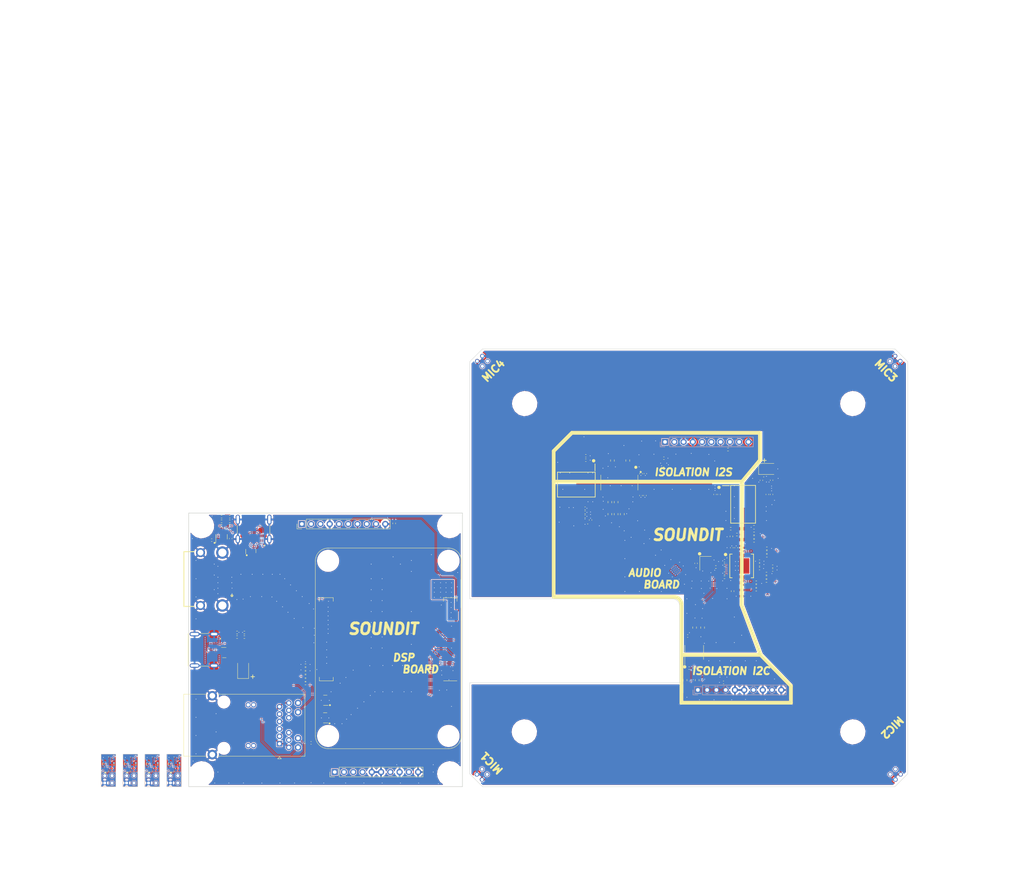
<source format=kicad_pcb>
(kicad_pcb (version 20221018) (generator pcbnew)
  (layers (0 "F.Cu" signal) (1 "In1.Cu" power) (2 "In2.Cu" power) (31 "B.Cu" signal) (34 "B.Paste" user) (35 "F.Paste" user) (36 "B.SilkS" user "B.Silkscreen") (37 "F.SilkS" user "F.Silkscreen") (38 "B.Mask" user) (39 "F.Mask" user) (44 "Edge.Cuts" user))
  (net 0 "")
  (net 1 "/CM4_docker1/nRPIBOOT")
  (net 2 "/isolation_module/nRPIBOOT")
  (net 10 "/CM4_docker1/3.3V")
  (net 11 "/CM4_docker1/I2S_LRCK")
  (net 29 "/CM4_docker1/I2S_ADC")
  (net 34 "/CM4_docker1/I2S_BCLK")
  (net 35 "/4ch_mic/VDD_5V")
  (net 36 "/CM4_docker1/I2C1_SCL")
  (net 38 "/4ch_mic/VDD_GND")
  (net 39 "/4ch_mic/VDD_3.3V")
  (net 40 "/4ch_mic/DLDOIN")
  (net 43 "/4ch_mic/DLDOOUT")
  (net 52 "/CM4_docker1/I2C1_SDA")
  (net 53 "/CM4_docker1/SD_DAT3")
  (net 63 "/CM4_docker1/nEXTRST")
  (net 64 "/CM4_docker1/+5V")
  (net 65 "/CM4_docker1/CM4_LOW_SPEED/5V")
  (net 66 "/CM4_docker1/CM4_LOW_SPEED/VBUS")
  (net 67 "/CM4_docker1/POWER/CC1")
  (net 68 "/CM4_docker1/POWER/CC2")
  (net 70 "/CM4_docker1/CM4_HIGH_SPEED/HDMI0_CEC")
  (net 71 "/CM4_docker1/CM4_HIGH_SPEED/HDMI0_HOTPLUG")
  (net 72 "/CM4_docker1/CM4_HIGH_SPEED/HDMI0_D2_P")
  (net 73 "/CM4_docker1/CM4_HIGH_SPEED/HDMI0_D2_N")
  (net 74 "/CM4_docker1/CM4_HIGH_SPEED/HDMI0_D1_P")
  (net 75 "/CM4_docker1/CM4_HIGH_SPEED/HDMI0_D1_N")
  (net 76 "/CM4_docker1/CM4_HIGH_SPEED/HDMI0_D0_P")
  (net 77 "/CM4_docker1/CM4_HIGH_SPEED/HDMI0_D0_N")
  (net 78 "/CM4_docker1/CM4_HIGH_SPEED/HDMI0_CK_P")
  (net 79 "/CM4_docker1/CM4_HIGH_SPEED/HDMI0_CK_N")
  (net 80 "/CM4_docker1/CM4_HIGH_SPEED/HDMI0_SDA")
  (net 81 "/CM4_docker1/CM4_HIGH_SPEED/HDMI0_SCL")
  (net 82 "GND")
  (net 83 "/CM4_docker1/CM4_HIGH_SPEED/HDMI_5v")
  (net 86 "/CM4_docker1/CM4_HIGH_SPEED/PCIE_CLK_nREQ")
  (net 87 "/CM4_docker1/CM4_HIGH_SPEED/PCIE_nRST")
  (net 88 "/CM4_docker1/CM4_HIGH_SPEED/PCIE_CLK_P")
  (net 89 "/CM4_docker1/CM4_HIGH_SPEED/PCIE_CLK_N")
  (net 90 "/CM4_docker1/CM4_HIGH_SPEED/PCIE_RX_P")
  (net 91 "/CM4_docker1/CM4_HIGH_SPEED/PCIE_RX_N")
  (net 92 "/CM4_docker1/CM4_HIGH_SPEED/PCIE_TX_P")
  (net 93 "/CM4_docker1/CM4_HIGH_SPEED/PCIE_TX_N")
  (net 94 "/CM4_docker1/CM4_LOW_SPEED/TRD3_P")
  (net 95 "/CM4_docker1/CM4_LOW_SPEED/TRD1_P")
  (net 96 "/CM4_docker1/CM4_LOW_SPEED/TRD3_N")
  (net 97 "/CM4_docker1/CM4_LOW_SPEED/TRD1_N")
  (net 98 "/CM4_docker1/CM4_LOW_SPEED/TRD2_N")
  (net 99 "/CM4_docker1/CM4_LOW_SPEED/TRD0_N")
  (net 100 "/CM4_docker1/CM4_LOW_SPEED/TRD2_P")
  (net 101 "/CM4_docker1/CM4_LOW_SPEED/TRD0_P")
  (net 102 "/CM4_docker1/CM4_LOW_SPEED/ETH_LEDY")
  (net 103 "/CM4_docker1/CM4_LOW_SPEED/ETH_LEDG")
  (net 108 "/CM4_docker1/CM4_LOW_SPEED/MXCT")
  (net 109 "/CM4_docker1/CM4_LOW_SPEED/LED_GREEN")
  (net 110 "/CM4_docker1/CM4_LOW_SPEED/LED_YELLOW")
  (net 121 "/CM4_docker1/USB_DEBUG_N")
  (net 122 "/CM4_docker1/USB_DEBUG_P")
  (net 123 "/CM4_docker1/CM4_LOW_SPEED/CC1")
  (net 124 "/CM4_docker1/CM4_LOW_SPEED/CC2")
  (net 137 "/isolation_module/+5V")
  (net 138 "/isolation_module/GND")
  (net 139 "/isolation_module/I2S_LRCK")
  (net 140 "/isolation_module/I2S_ADC")
  (net 141 "/isolation_module/I2S_BCLK")
  (net 142 "/isolation_module/I2C1_SCL")
  (net 143 "/isolation_module/I2C1_SDA")
  (net 144 "/4ch_mic/ISO_ADC")
  (net 145 "/isolation_module/I2S_BCLK_TX")
  (net 146 "/isolation_module/I2S_BCLK_RX")
  (net 147 "/isolation_module/I2S_LRCK_TX")
  (net 148 "/isolation_module/I2S_LRCK_RX")
  (net 149 "/4ch_mic/ISO_SDA")
  (net 150 "/4ch_mic/ISO_SCK")
  (net 151 "/isolation_module/ISO_BCLK_RX")
  (net 152 "/isolation_module/ISO_BCLK_TX")
  (net 154 "/isolation_module/ISO_LRCK_RX")
  (net 155 "/isolation_module/ISO_LRCK_TX")
  (net 162 "/4ch_mic/CP_VPP")
  (net 163 "/4ch_mic/CP_VPN")
  (net 164 "/4ch_mic/VDD_CORE")
  (net 165 "/4ch_mic/VCC_DIO")
  (net 166 "/4ch_mic/AVCC_3.3V")
  (net 167 "/4ch_mic/AVCC_GND")
  (net 168 "/4ch_mic/AVCC_5V")
  (net 169 "/4ch_mic/ALDOIN")
  (net 173 "/4ch_mic/ALDOOUT")
  (net 175 "/4ch_mic/VREF")
  (net 178 "/4ch_mic/VRP")
  (net 181 "/4ch_mic/RSTn")
  (net 182 "/4ch_mic/ISO_MCLK")
  (net 183 "/4ch_mic/MCLK")
  (net 184 "/4ch_mic/ISO_BCLK")
  (net 185 "/4ch_mic/BCLK")
  (net 186 "/4ch_mic/ISO_LRCK")
  (net 189 "/4ch_mic/LRCK")
  (net 190 "/CM4_docker1/SD_DAT2")
  (net 191 "/CM4_docker1/SD_DAT1")
  (net 192 "/CM4_docker1/SD_DAT0")
  (net 193 "/CM4_docker1/SD_CMD")
  (net 194 "/CM4_docker1/SD_CLK")
  (net 195 "/4ch_mic/SDOUT1")
  (net 196 "/4ch_mic/CP_EN")
  (net 197 "/4ch_mic/MIC1P")
  (net 198 "/4ch_mic/MIC1N")
  (net 199 "/4ch_mic/MIC2P")
  (net 200 "/4ch_mic/MIC2N")
  (net 201 "/4ch_mic/MIC3P")
  (net 202 "/4ch_mic/MIC3N")
  (net 203 "/4ch_mic/MIC4P")
  (net 204 "/4ch_mic/MIC4N")
  (net 207 "/isolation_module/USB_DEBUG_N")
  (net 208 "/isolation_module/USB_DEBUG_P")
  (net 238 "Net-(U3-D2+)")
  (net 239 "Net-(U3-D2-)")
  (net 240 "Net-(U7-D1+)")
  (net 241 "Net-(U7-D1-)")
  (net 255 "/isolation_module/GND_I2C")
  (net 256 "/4ch_mic/CP_EN_SEL")
  (net 257 "/CM4_docker1/GLOBAL_EN")
  (net 258 "/isolation_module/GLOBAL_EN")
  (net 259 "/isolation_module/+5V_I2C")
  (net 260 "/isolation_module/3.3V")
  (net 261 "/isolation_module/3.3V_I2C")
  (net 264 "/CM4_docker1/POWER/D-")
  (net 265 "/CM4_docker1/POWER/D+")
  (net 266 "/CM4_docker1/USB_OTG")
  (net 267 "Net-(C3-Pad2)")
  (net 268 "Net-(C5-Pad1)")
  (net 269 "/4ch_mic/MIC1_CON_N")
  (net 270 "/4ch_mic/MIC2_CON_N")
  (net 271 "/4ch_mic/MIC1_CON_P")
  (net 272 "/4ch_mic/MIC2_CON_P")
  (net 273 "/4ch_mic/MIC3_CON_N")
  (net 274 "/4ch_mic/MIC4_CON_N")
  (net 275 "/4ch_mic/MIC3_CON_P")
  (net 276 "/4ch_mic/MIC4_CON_P")
  (net 277 "/mic_moudle1/GND")
  (net 278 "/mic_moudle1/VDD")
  (net 279 "/mic_moudle1/MIC+")
  (net 280 "/mic_moudle1/GAIN")
  (net 281 "/mic_moudle1/OUT")
  (net 282 "/mic_moudle1/MIC-")
  (net 283 "/mic_moudle2/GND")
  (net 284 "Net-(C6-Pad2)")
  (net 285 "/mic_moudle2/VDD")
  (net 286 "Net-(C8-Pad1)")
  (net 287 "/mic_moudle2/MIC+")
  (net 288 "/mic_moudle3/GND")
  (net 289 "Net-(C9-Pad2)")
  (net 290 "/mic_moudle3/VDD")
  (net 291 "Net-(C11-Pad1)")
  (net 292 "/mic_moudle3/MIC+")
  (net 293 "/mic_moudle4/GND")
  (net 294 "Net-(C12-Pad2)")
  (net 295 "/mic_moudle4/VDD")
  (net 296 "Net-(C14-Pad1)")
  (net 297 "/mic_moudle4/MIC+")
  (net 298 "/mic_moudle2/GAIN")
  (net 299 "/mic_moudle2/OUT")
  (net 300 "/mic_moudle3/GAIN")
  (net 301 "/mic_moudle3/OUT")
  (net 302 "/mic_moudle4/GAIN")
  (net 303 "/mic_moudle4/OUT")
  (net 304 "/mic_moudle2/MIC-")
  (net 305 "/mic_moudle3/MIC-")
  (net 306 "/mic_moudle4/MIC-")
  (footprint "Resistor_SMD:R_0603_1608Metric" (layer "F.Cu") (at 161.055919 83.535 90)
    (fp_text reference "R53" hide)
    (fp_text value "0")
  )
  (footprint "Capacitor_SMD:C_0402_1005Metric" (layer "F.Cu") (at 182.755919 129.035)
    (fp_text reference "C62" hide)
    (fp_text value "0.1uF")
  )
  (footprint "Capacitor_SMD:C_0402_1005Metric" (layer "F.Cu") (at 192.213419 130.045 180)
    (fp_text reference "C78" hide)
    (fp_text value "1uF")
  )
  (footprint "Resistor_SMD:R_0603_1608Metric" (layer "F.Cu") (at 165.955919 72.135 -90)
    (fp_text reference "R43" hide)
    (fp_text value "0")
  )
  (footprint "Capacitor_SMD:C_0402_1005Metric" (layer "F.Cu") (at 205.655919 102.135)
    (fp_text reference "C51" hide)
    (fp_text value "1uF")
  )
  (footprint "Resistor_SMD:R_0402_1005Metric" (layer "F.Cu") (at 201.155919 105.535 180)
    (fp_text reference "R8" hide)
    (fp_text value "0")
  )
  (footprint "Resistor_SMD:R_0402_1005Metric" (layer "F.Cu") (at 200.555919 92.135 180)
    (fp_text reference "R41" hide)
    (fp_text value "0")
  )
  (footprint "Capacitor_SMD:C_0402_1005Metric" (layer "F.Cu") (at 202.055919 99.715)
    (fp_text reference "C57" hide)
    (fp_text value "1uF")
  )
  (footprint "CM4IO:TCR3RM33" (layer "F.Cu") (at 154.235919 88.92 90)
    (fp_text reference "U12" hide)
    (fp_text value "TCR3RM33" hide)
  )
  (footprint "Package_TO_SOT_SMD:SOT-23" (layer "F.Cu") (at 54.655919 93.035 90)
    (fp_text reference "U1" hide)
    (fp_text value "RT9742SNGV")
  )
  (footprint "Resistor_SMD:R_0402_1005Metric" (layer "F.Cu") (at 197.055919 107.635)
    (fp_text reference "R33" hide)
    (fp_text value "NC")
  )
  (footprint "Resistor_SMD:R_0402_1005Metric" (layer "F.Cu") (at 204.055919 98.235 180)
    (fp_text reference "R56" hide)
    (fp_text value "0")
  )
  (footprint "MountingHole:MountingHole_3.2mm_M3" (layer "F.Cu") (at 49.155919 158.035)
    (fp_text reference "REF**" hide)
    (fp_text value "MountingHole_3.2mm_M3")
  )
  (footprint "Capacitor_SMD:C_0402_1005Metric" (layer "F.Cu") (at 57.155919 93.535 90)
    (fp_text reference "C2" hide)
    (fp_text value "100n")
  )
  (footprint "Resistor_SMD:R_0402_1005Metric" (layer "F.Cu") (at 204.055919 97.235 180)
    (fp_text reference "R38" hide)
    (fp_text value "0")
  )
  (footprint "Resistor_SMD:R_0603_1608Metric" (layer "F.Cu") (at 186.455919 117.935 90)
    (fp_text reference "R49" hide)
    (fp_text value "1k")
  )
  (footprint "Capacitor_SMD:C_0402_1005Metric" (layer "F.Cu") (at 189.855919 81.435 90)
    (fp_text reference "C68" hide)
    (fp_text value "10uF")
  )
  (footprint "Resistor_SMD:R_0402_1005Metric" (layer "F.Cu") (at 203.955919 103.135 180)
    (fp_text reference "R37" hide)
    (fp_text value "0")
  )
  (footprint "CM4IO:MOLEX_105450-0101" (layer "F.Cu") (at 49.255919 124.035 -90)
    (fp_text reference "J5" hide)
    (fp_text value "1054500101")
  )
  (footprint "Resistor_SMD:R_0402_1005Metric" (layer "F.Cu") (at 203.955919 104.135 180)
    (fp_text reference "R9" hide)
    (fp_text value "0")
  )
  (footprint "Resistor_SMD:R_0402_1005Metric" (layer "F.Cu") (at 77.655919 128.285)
    (fp_text reference "R1" hide)
    (fp_text value "0R")
  )
  (footprint "Connector_RJ:RJ45_Pulse_JK00177NL_Horizontal" (layer "F.Cu") (at 70.533419 149.7725 180)
    (fp_text reference "J2" hide)
    (fp_text value "JK00177")
  )
  (footprint "Capacitor_SMD:C_0402_1005Metric" (layer "F.Cu") (at 154.255919 87.435)
    (fp_text reference "C41" hide)
    (fp_text value "1uF")
  )
  (footprint "Resistor_SMD:R_0402_1005Metric" (layer "F.Cu") (at 54.655919 90.035)
    (fp_text reference "R14" hide)
    (fp_text value "NC")
  )
  (footprint "Capacitor_Tantalum_SMD:CP_EIA-3528-21_Kemet-B" (layer "F.Cu") (at 60.555919 129.435 90)
    (fp_text reference "C73" hide)
    (fp_text value "100uF")
  )
  (footprint "" (layer "F.Cu") (at 227.655919 146.535)
    (fp_text reference "")
    (fp_text value "")
  )
  (footprint "Resistor_SMD:R_0402_1005Metric" (layer "F.Cu") (at 77.655919 129.285)
    (fp_text reference "R2" hide)
    (fp_text value "0R")
  )
  (footprint "Resistor_SMD:R_0402_1005Metric" (layer "F.Cu") (at 193.415919 69.125)
    (fp_text reference "R35" hide)
    (fp_text value "15K 1%")
  )
  (footprint "Capacitor_SMD:C_0402_1005Metric" (layer "F.Cu") (at 204.180919 81.435 90)
    (fp_text reference "C71" hide)
    (fp_text value "0.1uF")
  )
  (footprint "CM4IO:Raspberry-Pi-4-Compute-Module" (layer "F.Cu") (at 116.855919 99.635 180)
    (fp_text reference "CM4_MODULE1" hide)
    (fp_text value "ComputeModule4-CM4")
  )
  (footprint "Package_SON:USON-10_2.5x1.0mm_P0.5mm" (layer "F.Cu") (at 83.045919 142.675 180)
    (fp_text reference "U5" hide)
    (fp_text value "TPD4EUSB30")
  )
  (footprint "Package_SON:USON-10_2.5x1.0mm_P0.5mm" (layer "F.Cu") (at 55.405919 124.785)
    (fp_text reference "U3" hide)
    (fp_text value "TPD4EUSB30")
  )
  (footprint "Capacitor_SMD:C_0402_1005Metric" (layer "F.Cu") (at 197.955919 105.735 -90)
    (fp_text reference "C54" hide)
    (fp_text value "1uF")
  )
  (footprint "Resistor_SMD:R_0402_1005Metric" (layer "F.Cu") (at 77.655919 131.285)
    (fp_text reference "R4" hide)
    (fp_text value "NC")
  )
  (footprint "Connector_PinHeader_2.54mm:PinHeader_1x10_P2.54mm_Vertical" (layer "F.Cu") (at 76.655919 89.535 90)
    (fp_text reference "J6" hide)
    (fp_text value "Conn_01x10")
  )
  (footprint "Capacitor_SMD:C_0402_1005Metric" (layer "F.Cu") (at 192.455919 99.635 180)
    (fp_text reference "C46" hide)
    (fp_text value "10uF")
  )
  (footprint "Capacitor_SMD:C_0402_1005Metric" (layer "F.Cu") (at 175.815919 74.255)
    (fp_text reference "C76" hide)
    (fp_text value "1uF")
  )
  (footprint "Resistor_SMD:R_0603_1608Metric" (layer "F.Cu") (at 184.255919 117.935 90)
    (fp_text reference "R48" hide)
    (fp_text value "1k")
  )
  (footprint "CM4IO:TCR3RM33" (layer "F.Cu") (at 175.835919 72.855)
    (fp_text reference "U13" hide)
    (fp_text value "TCR3RM33" hide)
  )
  (footprint "Capacitor_SMD:C_0402_1005Metric" (layer "F.Cu") (at 196.855919 96.035 90)
    (fp_text reference "C45" hide)
    (fp_text value "1uF")
  )
  (footprint "MountingHole:MountingHole_3.2mm_M3" (layer "F.Cu") (at 49.155919 90.035)
    (fp_text reference "REF**" hide)
    (fp_text value "MountingHole_3.2mm_M3")
  )
  (footprint "Resistor_SMD:R_0603_1608Metric" (layer "F.Cu") (at 197.155919 93.835 180)
    (fp_text reference "R25" hide)
    (fp_text value "NC")
  )
  (footprint "Resistor_SMD:R_0402_1005Metric" (layer "F.Cu") (at 77.655919 132.285)
    (fp_text reference "R11" hide)
    (fp_text value "2.2K 1%")
  )
  (footprint "Resistor_SMD:R_0402_1005Metric" (layer "F.Cu") (at 190.085919 101.325)
    (fp_text reference "R27" hide)
    (fp_text value "10")
  )
  (footprint "Capacitor_SMD:C_0402_1005Metric" (layer "F.Cu") (at 51.955919 93.935 180)
    (fp_text reference "C1" hide)
    (fp_text value "100n")
  )
  (footprint "Package_SON:USON-10_2.5x1.0mm_P0.5mm" (layer "F.Cu") (at 83.070919 137.865 180)
    (fp_text reference "U6" hide)
    (fp_text value "TPD4EUSB30")
  )
  (footprint "Capacitor_SMD:C_0402_1005Metric" (layer "F.Cu") (at 194.455919 96.035 90)
    (fp_text reference "C44" hide)
    (fp_text value "1uF")
  )
  (footprint "Resistor_SMD:R_0402_1005Metric" (layer "F.Cu") (at 60.905919 120.545)
    (fp_text reference "R21" hide)
    (fp_text value "NC")
  )
  (footprint "Capacitor_Tantalum_SMD:CP_EIA-3528-21_Kemet-B" (layer "F.Cu") (at 204.255919 74.435)
    (fp_text reference "C82" hide)
    (fp_text value "100u")
  )
  (footprint "CM4IO:MIC_4PIN_SMD" (layer "F.Cu") (at 124.700561 44.893856 45)
    (fp_text reference "U15" hide)
    (fp_text value "MIC_4PIN_SMD")
  )
  (footprint "Resistor_SMD:R_0402_1005Metric" (layer "F.Cu") (at 56.905919 87.535)
    (fp_text reference "R18" hide)
    (fp_text value "2.2K 1%")
  )
  (footprint "Capacitor_SMD:C_0402_1005Metric" (layer "F.Cu") (at 170.755919 75.735 -90)
    (fp_text reference "C58" hide)
    (fp_text value "1uF")
  )
  (footprint "Capacitor_SMD:C_0402_1005Metric" (layer "F.Cu") (at 154.255919 85.235)
    (fp_text reference "C63" hide)
    (fp_text value "10uF")
  )
  (footprint "" (layer "F.Cu") (at 137.655919 56.535)
    (fp_text reference "")
    (fp_text value "")
  )
  (footprint "Resistor_SMD:R_0603_1608Metric" (layer "F.Cu") (at 181.655919 132.335 -90)
    (fp_text reference "R46" hide)
    (fp_text value "1k")
  )
  (footprint "Resistor_SMD:R_0603_1608Metric" (layer "F.Cu") (at 162.755919 83.535 90)
    (fp_text reference "R51" hide)
    (fp_text value "0")
  )
  (footprint "CM4IO:MIC_4PIN_SMD" (layer "F.Cu") (at 126.014775 159.590358 135)
    (fp_text reference "U18" hide)
    (fp_text value "MIC_4PIN_SMD")
  )
  (footprint "Capacitor_SMD:C_0402_1005Metric" (layer "F.Cu") (at 192.183419 132.955 180)
    (fp_text reference "C77" hide)
    (fp_text value "1uF")
  )
  (footprint "Capacitor_SMD:C_0402_1005Metric" (layer "F.Cu") (at 182.355919 120.235 180)
    (fp_text reference "C65" hide)
    (fp_text value "0.1uF")
  )
  (footprint "Resistor_SMD:R_0402_1005Metric" (layer "F.Cu") (at 58.905919 119.295)
    (fp_text reference "R20" hide)
    (fp_text value "NC")
  )
  (footprint "CM4IO:TCR3RM33" (layer "F.Cu") (at 203.955919 77.235 -90)
    (fp_text reference "U11" hide)
    (fp_text value "TCR3RM33" hide)
  )
  (footprint "CM4IO:SPU0414HR5H-SB" (layer "F.Cu") (at 35.655919 155.335 -90)
    (fp_text reference "U19" hide)
    (fp_text value "SPU0414HR5H-SB" hide)
  )
  (footprint "Package_SON:USON-10_2.5x1.0mm_P0.5mm" (layer "F.Cu") (at 62.675919 96.945 90)
    (fp_text reference "U7" hide)
    (fp_text value "TPD4EUSB30")
  )
  (footprint "Resistor_SMD:R_0402_1005Metric" (layer "F.Cu") (at 195.855919 92.435 180)
    (fp_text reference "R24" hide)
    (fp_text value "0")
  )
  (footprint "Capacitor_SMD:C_0402_1005Metric" (layer "F.Cu") (at 154.455919 70.835)
    (fp_text reference "C60" hide)
    (fp_text value "10uF")
  )
  (footprint "Resistor_SMD:R_0402_1005Metric" (layer "F.Cu") (at 56.905919 90.035 180)
    (fp_text reference "R12" hide)
    (fp_text value "NC")
  )
  (footprint "MountingHole:MountingHole_3.2mm_M3" (layer "F.Cu") (at 117.155919 158.035)
    (fp_text reference "REF**" hide)
    (fp_text value "MountingHole_3.2mm_M3")
  )
  (footprint "Resistor_SMD:R_0603_1608Metric" (layer "F.Cu") (at 161.755919 72.135 -90)
    (fp_text reference "R45" hide)
    (fp_text value "0")
  )
  (footprint "Capacitor_SMD:C_0402_1005Metric" (layer "F.Cu") (at 202.055919 101.735)
    (fp_text reference "C53" hide)
    (fp_text value "1uF")
  )
  (footprint "Capacitor_SMD:C_0402_1005Metric" (layer "F.Cu") (at 154.455919 72.035)
    (fp_text reference "C61" hide)
    (fp_text value "0.1uF")
  )
  (footprint "Resistor_SMD:R_0402_1005Metric" (layer "F.Cu") (at 201.155919 106.535 180)
    (fp_text reference "R7" hide)
    (fp_text value "0")
  )
  (footprint "Resistor_SMD:R_0402_1005Metric" (layer "F.Cu") (at 60.905919 119.295 180)
    (fp_text reference "R22" hide)
    (fp_text value "NC")
  )
  (footprint "Resistor_SMD:R_0402_1005Metric" (layer "F.Cu") (at 56.905919 88.785)
    (fp_text reference "R13" hide)
    (fp_text value "NC")
  )
  (footprint "Resistor_SMD:R_0402_1005Metric" (layer "F.Cu") (at 194.355919 92.935 -90)
    (fp_text reference "R31" hide)
    (fp_text value "10k")
  )
  (footprint "Capacitor_SMD:C_0402_1005Metric" (layer "F.Cu") (at 170.655919 81.735 -90)
    (fp_text reference "C66" hide)
    (fp_text value "0.1uF")
  )
  (footprint "" (layer "F.Cu") (at 137.655919 146.535)
    (fp_text reference "")
    (fp_text value "")
  )
  (footprint "CM4IO:TCR3RM33" (layer "F.Cu") (at 192.188419 131.525 180)
    (fp_text reference "U14" hide)
    (fp_text value "TCR3RM33" hide)
  )
  (footprint "Capacitor_SMD:C_0402_1005Metric" (layer "F.Cu") (at 192.455919 103.035 180)
    (fp_text reference "C47" hide)
    (fp_text value "1uF")
  )
  (footprint "Capacitor_SMD:C_0603_1608Metric" (layer "F.Cu") (at 200.530919 90.435 180)
    (fp_text reference "C103" hide)
    (fp_text value "10u")
  )
  (footprint "Capacitor_SMD:C_0402_1005Metric" (layer "F.Cu") (at 205.355919 77.535 -90)
    (fp_text reference "C50" hide)
    (fp_text value "1uF")
  )
  (footprint "Resistor_SMD:R_0402_1005Metric" (layer "F.Cu") (at 194.675919 107.955 90)
    (fp_text reference "R26" hide)
    (fp_text value "10k")
  )
  (footprint "CM4IO:MIC_4PIN_SMD" (layer "F.Cu") (at 240.711277 158.176145 -135)
    (fp_text reference "U17" hide)
    (fp_text value "MIC_4PIN_SMD")
  )
  (footprint "Resistor_SMD:R_0402_1005Metric" (layer "F.Cu") (at 194.155919 90.835 180)
    (fp_text reference "R23" hide)
    (fp_text value "0")
  )
  (footprint "Resistor_SMD:R_0402_1005Metric" (layer "F.Cu") (at 201.155919 107.535 180)
    (fp_text reference "R54" hide)
    (fp_text value "0")
  )
  (footprint "CM4IO:SPU0414HR5H-SB" (layer "F.Cu") (at 41.635919 155.335 -90)
    (fp_text reference "U4" hide)
    (fp_text value "SPU0414HR5H-SB" hide)
  )
  (footprint "Resistor_SMD:R_0402_1005Metric" (layer "F.Cu") (at 197.055919 109.335)
    (fp_text reference "R34" hide)
    (fp_text value "0")
  )
  (footprint "Capacitor_SMD:C_0402_1005Metric" (layer "F.Cu") (at 169.555919 75.735 90)
    (fp_text reference "C59" hide)
    (fp_text value "0.1uF")
  )
  (footprint "Resistor_SMD:R_0402_1005Metric" (layer "F.Cu") (at 203.955919 105.135 180)
    (fp_text reference "R55" hide)
    (fp_text value "0")
  )
  (footprint "Package_SO:SOIC-8_3.9x4.9mm_P1.27mm" (layer "F.Cu") (at 184.155919 124.735 90)
    (fp_text reference "U2" hide)
    (fp_text value "ISO1540")
  )
  (footprint "CM4IO:MIC_4PIN_SMD" (layer "F.Cu") (at 239.197064 43.479642 -45)
    (fp_text reference "U16" hide)
    (fp_text value "MIC_4PIN_SMD")
  )
  (footprint "Capacitor_SMD:C_0402_1005Metric" (layer "F.Cu") (at 197.955919 96.535 90)
    (fp_text reference "C55" hide)
    (fp_text value "1uF")
  )
  (footprint "CM4IO:SPU0414HR5H-SB" (layer "F.Cu") (at 23.655919 155.335 -90)
    (fp_text reference "U23" hide)
    (fp_text value "SPU0414HR5H-SB" hide)
  )
  (footprint "Resistor_SMD:R_0402_1005Metric" (layer "F.Cu") (at 101.955887 89.36648 90)
    (fp_text reference "R36" hide)
    (fp_text value "15K 1%")
  )
  (footprint "Capacitor_SMD:C_0402_1005Metric" (layer "F.Cu") (at 205.655919 101.135)
    (fp_text reference "C52" hide)
    (fp_text value "1uF")
  )
  (footprint "CM4IO:685119134923" (layer "F.Cu") (at 56.484419 104.6275 -90)
    (fp_text reference "J1" hide)
    (fp_text value "HDMI" hide)
  )
  (footprint "CM4IO:SI8663BB-B-IS1" (layer "F.Cu") (at 163.655919 78.181878 -90)
    (fp_text reference "U9" hide)
    (fp_text value "SI8663BB-B-IS1" hide)
  )
  (footprint "CM4IO:AC108" (layer "F.Cu") (at 197.155919 101.035)
    (fp_text reference "U10" hide)
    (fp_text value "ac108")
  )
  (footprint "Resistor_SMD:R_0402_1005Metric" (layer "F.Cu") (at 200.555919 93.135 180)
    (fp_text reference "R40" hide)
    (fp_text value "0")
  )
  (footprint "Capacitor_SMD:C_0402_1005Metric" (layer "F.Cu") (at 154.255919 86.335)
    (fp_text reference "C64" hide)
    (fp_text value "0.1uF")
  )
  (footprint "Resistor_SMD:R_0603_1608Metric" (layer "F.Cu") (at 197.155919 90.835)
    (fp_text reference "R32" hide)
    (fp_text value "NC")
  )
  (footprint "Capacitor_SMD:C_0402_1005Metric" (layer "F.Cu") (at 175.845919 71.495)
    (fp_text reference "C75" hide)
    (fp_text value "1uF")
  )
  (footprint "" (layer "F.Cu") (at 227.655919 56.535)
    (fp_text reference "")
    (fp_text value "")
  )
  (footprint "Capacitor_SMD:C_0402_1005Metric" (layer "F.Cu") (at 190.955919 81.435 90)
    (fp_text reference "C69" hide)
    (fp_text value "0.1uF")
  )
  (footprint "Resistor_SMD:R_0402_1005Metric" (layer "F.Cu") (at 200.555919 94.135 180)
    (fp_text reference "R57" hide)
    (fp_text value "0")
  )
  (footprint "Resistor_SMD:R_0603_1608Metric" (layer "F.Cu") (at 164.455919 86.835 -90)
    (fp_text reference "R28" hide)
    (fp_text value "10")
  )
  (footprint "MountingHole:MountingHole_3.2mm_M3" (layer "F.Cu") (at 117.155919 90.035)
    (fp_text reference "REF**" hide)
    (fp_text value "MountingHole_3.2mm_M3")
  )
  (footprint "Resistor_SMD:R_0603_1608Metric" (layer "F.Cu") (at 161.055919 86.835 -90)
    (fp_text reference "R29" hide)
    (fp_text value "10")
  )
  (footprint "Capacitor_SMD:C_0402_1005Metric" (layer "F.Cu") (at 202.055919 100.705)
    (fp_text reference "C56" hide)
    (fp_text value "1uF")
  )
  (footprint "Capacitor_SMD:C_0402_1005Metric" (layer "F.Cu") (at 184.675919 100.325 90)
    (fp_text reference "C74" hide)
    (fp_text value "0.1uF")
  )
  (footprint "CM4IO:SOIC127P1030X265-16N" (layer "F.Cu") (at 197.555919 84.135)
    (fp_text reference "PS2" hide)
    (fp_text value "R05CTE05S-R" hide)
  )
  (footprint "Capacitor_SMD:C_0402_1005Metric" (layer "F.Cu") (at 79.175919 149.535)
    (fp_text reference "C39" hide)
    (fp_text value "100n")
  )
  (footprint "Resistor_SMD:R_0402_1005Metric" (layer "F.Cu") (at 192.455919 104.135)
    (fp_text reference "R17" hide)
    (fp_text value "0")
  )
  (footprint "Resistor_SMD:R_0402_1005Metric" (layer "F.Cu") (at 58.905919 120.545 180)
    (fp_text reference "R19" hide)
    (fp_text value "NC")
  )
  (footprint "Capacitor_SMD:C_0402_1005Metric" (layer "F.Cu") (at 169.555919 81.735 90)
    (fp_text reference "C67" hide)
    (fp_text value "1uF")
  )
  (footprint "Connector_PinHeader_2.54mm:PinHeader_1x10_P2.54mm_Vertical" (layer "F.Cu") (at 85.655919 157.535 90)
    (fp_text reference "J7" hide)
    (fp_text value "Conn_01x10")
  )
  (footprint "CM4IO:MOLEX_105450-0101" (layer "F.Cu") (at 63.425919 90.305 180)
    (fp_text reference "J4" hide)
    (fp_text value "1054500101")
  )
  (footprint "Resistor_SMD:R_0603_1608Metric" (layer "F.Cu") (at 162.755919 86.835 -90)
    (fp_text reference "R30" hide)
    (fp_text value "10")
  )
  (footprint "Capacitor_SMD:C_0402_1005Metric" (layer "F.Cu") (at 195.655919 96.035 90)
    (fp_text reference "C43" hide)
    (fp_text value "1uF")
  )
  (footprint "Capacitor_SMD:C_0402_1005Metric" (layer "F.Cu") (at 192.455919 100.835 180)
    (fp_text reference "C48" hide)
    (fp_text value "1uF")
  )
  (footprint "Resistor_SMD:R_0402_1005Metric" (layer "F.Cu") (at 54.655919 88.785 180)
    (fp_text reference "R15" hide)
    (fp_text value "NC")
  )
  (footprint "Oscillator:Oscillator_SMD_Abracon_ASE-4Pin_3.2x2.5mm" (layer "F.Cu") (at 187.275919 100.325 -90)
    (fp_text reference "X1" hide)
    (fp_text value "ASE-24.000MHz")
  )
  (footprint "Capacitor_SMD:C_0402_1005Metric" (layer "F.Cu") (at 202.555919 77.555 -90)
    (fp_text reference "C49" hide)
    (fp_text value "1uF")
  )
  (footprint "Capacitor_SMD:C_0402_1005Metric" (layer "F.Cu") (at 155.755919 88.435 90)
    (fp_text reference "C42" hide)
    (fp_text value "1uF")
  )
  (footprint "CM4IO:SPU0414HR5H-SB" (layer "F.Cu") (at 29.655919 155.335 -90)
    (fp_text reference "U21" hide)
    (fp_text value "SPU0414HR5H-SB" hide)
  )
  (footprint "Resistor_SMD:R_0402_1005Metric" (layer "F.Cu") (at 54.655919 87.535)
    (fp_text reference "R16" hide)
    (fp_text value "2.2K 1%")
  )
  (footprint "Resistor_SMD:R_0402_1005Metric" (layer "F.Cu") (at 77.655919 130.285)
    (fp_text reference "R3" hide)
    (fp_text value "NC")
  )
  (footprint "Resistor_SMD:R_0402_1005Metric" (layer "F.Cu") (at 204.055919 96.235 180)
    (fp_text reference "R39" hide)
    (fp_text value "0")
  )
  (footprint "CM4IO:SOIC127P1030X265-16N" (layer "F.Cu") (at 151.855919 78.735 -90)
    (fp_text reference "PS1" hide)
    (fp_text value "R05CTE05S-R" hide)
  )
  (footprint "Resistor_SMD:R_0402_1005Metric" (layer "F.Cu") (at 77.655919 133.235)
    (fp_text reference "R10" hide)
    (fp_text value "2.2K 1%")
  )
  (footprint "Capacitor_SMD:C_0402_1005Metric" (layer "F.Cu") (at 205.355919 81.435 90)
    (fp_text reference "C70" hide)
    (fp_text value "10uF")
  )
  (footprint "Resistor_SMD:R_0603_1608Metric" (layer "F.Cu") (at 184.955919 132.335 -90)
    (fp_text reference "R47" hide)
    (fp_text value "1k")
  )
  (footprint "Capacitor_SMD:C_0402_1005Metric" (layer "B.Cu") (at 36.655919 155.035 180)
    (fp_text reference "C6" hide)
    (fp_text value "0.1uF")
  )
  (footprint "Capacitor_SMD:C_0402_1005Metric" (layer "B.Cu") (at 22.295919 155.335 -90)
    (fp_text reference "C13" hide)
    (fp_text value "0.1uF")
  )
  (footprint "CM4IO:MIC_MODULE_4PIN" (layer "B.Cu") (at 24.655919 158.535 180)
    (fp_text reference "U24" hide)
    (fp_text value "MIC_MODULE_4PIN")
  )
  (footprint "Connector_PinSocket_2.54mm:PinSocket_1x10_P2.54mm_Vertical" (layer "B.Cu") (at 185.155919 135.035 -90)
    (fp_text reference "J9" hide)
    (fp_text value "Conn_01x10")
  )
  (footprint "Resistor_SMD:R_0402_1005Metric" (layer "B.Cu") (at 36.655919 154.035)
    (fp_text reference "R58" hide)
    (fp_text value "0")
  )
  (footprint "Resistor_SMD:R_0402_1005Metric" (layer "B.Cu") (at 30.655919 154.035)
    (fp_text reference "R60" hide)
    (fp_text value "0")
  )
  (footprint "Capacitor_SMD:C_0402_1005Metric" (layer "B.Cu") (at 30.655919 157.035 180)
    (fp_text reference "C11" hide)
    (fp_text value "10nF")
  )
  (footprint "Capacitor_SMD:C_0402_1005Metric" (layer "B.Cu") (at 40.275919 155.335 -90)
    (fp_text reference "C4" hide)
    (fp_text value "0.1uF")
  )
  (footprint "CM4IO:MIC_MODULE_4PIN" (layer "B.Cu") (at 30.655919 158.535 180)
    (fp_text reference "U22" hide)
    (fp_text value "MIC_MODULE_4PIN")
  )
  (footprint "Capacitor_SMD:C_0402_1005Metric" (layer "B.Cu") (at 42.635919 157.035 180)
    (fp_text reference "C5" hide)
    (fp_text value "10nF")
  )
  (footprint "Capacitor_SMD:C_0402_1005Metric" (layer "B.Cu") (at 42.635919 155.035 180)
    (fp_text reference "C3" hide)
    (fp_text value "0.1uF")
  )
  (footprint "Capacitor_SMD:C_0402_1005Metric" (layer "B.Cu") (at 24.655919 157.035 180)
    (fp_text reference "C14" hide)
    (fp_text value "10nF")
  )
  (footprint "CM4IO:MIC_MODULE_4PIN" (layer "B.Cu") (at 36.655919 158.535 180)
    (fp_text reference "U20" hide)
    (fp_text value "MIC_MODULE_4PIN")
  )
  (footprint "Capacitor_SMD:C_0402_1005Metric" (layer "B.Cu") (at 28.295919 155.335 -90)
    (fp_text reference "C10" hide)
    (fp_text value "0.1uF")
  )
  (footprint "Resistor_SMD:R_0402_1005Metric" (layer "B.Cu") (at 42.635919 156.035)
    (fp_text reference "R6" hide)
    (fp_text value "0")
  )
  (footprint "Resistor_SMD:R_0402_1005Metric" (layer "B.Cu") (at 24.655919 154.035)
    (fp_text reference "R62" hide)
    (fp_text value "0")
  )
  (footprint "Resistor_SMD:R_0402_1005Metric" (layer "B.Cu") (at 30.655919 156.035)
    (fp_text reference "R61" hide)
    (fp_text value "0")
  )
  (footprint "Resistor_SMD:R_0402_1005Metric" (layer "B.Cu") (at 42.635919 154.035)
    (fp_text reference "R5" hide)
    (fp_text value "0")
  )
  (footprint "CM4IO:MIC_MODULE_4PIN" (layer "B.Cu") (at 42.655919 158.525 180)
    (fp_text reference "U8" hide)
    (fp_text value "MIC_MODULE_4PIN")
  )
  (footprint "Capacitor_SMD:C_0402_1005Metric" (layer "B.Cu") (at 24.655919 155.035 180)
    (fp_text reference "C12" hide)
    (fp_text value "0.1uF")
  )
  (footprint "Resistor_SMD:R_0402_1005Metric" (layer "B.Cu") (at 36.655919 156.035)
    (fp_text reference "R59" hide)
    (fp_text value "0")
  )
  (footprint "Capacitor_SMD:C_0402_1005Metric" (layer "B.Cu") (at 30.655919 155.035 180)
    (fp_text reference "C9" hide)
    (fp_text value "0.1uF")
  )
  (footprint "Capacitor_SMD:C_0402_1005Metric" (layer "B.Cu") (at 34.295919 155.335 -90)
    (fp_text reference "C7" hide)
    (fp_text value "0.1uF")
  )
  (footprint "Resistor_SMD:R_0402_1005Metric" (layer "B.Cu") (at 24.655919 156.035)
    (fp_text reference "R63" hide)
    (fp_text value "0")
  )
  (footprint "Capacitor_SMD:C_0402_1005Metric" (layer "B.Cu") (at 36.655919 157.035 180)
    (fp_text reference "C8" hide)
    (fp_text value "10nF")
  )
  (footprint "Connector_PinSocket_2.54mm:PinSocket_1x10_P2.54mm_Vertical" (layer "B.Cu") (at 176.155919 67.035 -90)
    (fp_text reference "J8" hide)
    (fp_text value "Conn_01x10")
  )
  (gr_line (start 210.655919 138.535) (end 180.655919 138.535) (stroke (width 1)) (layer "F.SilkS"))
  (gr_line (start 203.4 72.6) (end 203.4 71.6) (stroke (width 0.2)) (layer "F.SilkS"))
  (gr_line (start 150.655919 64.535) (end 202.155919 64.535) (stroke (width 1)) (layer "F.SilkS"))
  (gr_arc (start 178.655919 109.535) (mid 180.070133 110.120786) (end 180.655919 111.535) (stroke (width 1)) (layer "F.SilkS"))
  (gr_circle (center 156.6 72.2) (end 156.960555 72.2) (stroke (width 0.2)) (fill solid) (layer "F.SilkS"))
  (gr_line (start 180.755919 125.435) (end 202.355919 125.435) (stroke (width 1)) (layer "F.SilkS"))
  (gr_circle (center 52.735364 94.71) (end 52.885364 94.71) (stroke (width 0.2)) (fill solid) (layer "F.SilkS"))
  (gr_line (start 197.155919 111.735) (end 197.255919 77.935) (stroke (width 1)) (layer "F.SilkS"))
  (gr_circle (center 185.639445 97.7) (end 186 97.7) (stroke (width 0.2)) (fill solid) (layer "F.SilkS"))
  (gr_line (start 178.655919 109.535) (end 145.655919 109.535) (stroke (width 1)) (layer "F.SilkS"))
  (gr_line (start 202.155919 72.035) (end 202.155919 64.535) (stroke (width 1)) (layer "F.SilkS"))
  (gr_line (start 197.155919 78.035) (end 202.155919 72.035) (stroke (width 1)) (layer "F.SilkS"))
  (gr_line (start 202.355919 125.435) (end 197.155919 111.735) (stroke (width 1)) (layer "F.SilkS"))
  (gr_circle (center 84.35 139.2) (end 84.5 139.2) (stroke (width 0.2)) (fill solid) (layer "F.SilkS"))
  (gr_line (start 197.255919 77.935) (end 145.655919 77.935) (stroke (width 1)) (layer "F.SilkS"))
  (gr_circle (center 61.55 98.1) (end 61.7 98.1) (stroke (width 0.2)) (fill solid) (layer "F.SilkS"))
  (gr_line (start 210.655919 133.935) (end 202.355919 125.435) (stroke (width 1)) (layer "F.SilkS"))
  (gr_line (start 63.2 131.9) (end 63.2 130.9) (stroke (width 0.2)) (layer "F.SilkS"))
  (gr_line (start 150.655919 64.535) (end 145.655919 69.535) (stroke (width 1)) (layer "F.SilkS"))
  (gr_circle (center 84.25 144.2) (end 84.4 144.2) (stroke (width 0.2)) (fill solid) (layer "F.SilkS"))
  (gr_line (start 210.655919 133.935) (end 210.655919 138.535) (stroke (width 1)) (layer "F.SilkS"))
  (gr_line (start 62.7 131.4) (end 63.7 131.4) (stroke (width 0.2)) (layer "F.SilkS"))
  (gr_line (start 202.9 72.1) (end 203.9 72.1) (stroke (width 0.2)) (layer "F.SilkS"))
  (gr_circle (center 190.939445 79.5) (end 191.3 79.5) (stroke (width 0.2)) (fill solid) (layer "F.SilkS"))
  (gr_line (start 180.655919 111.535) (end 180.655919 138.535) (stroke (width 1)) (layer "F.SilkS"))
  (gr_circle (center 181.539445 128.7) (end 181.9 128.7) (stroke (width 0.2)) (fill solid) (layer "F.SilkS"))
  (gr_circle (center 192.739445 97.9) (end 193.1 97.9) (stroke (width 0.2)) (fill solid) (layer "F.SilkS"))
  (gr_line (start 145.655919 109.535) (end 145.655919 69.535) (stroke (width 1)) (layer "F.SilkS"))
  (gr_line (start 239.155919 41.535) (end 242.655919 45.035) (stroke (width 0.1)) (layer "Edge.Cuts"))
  (gr_line (start 120.655919 86.535) (end 120.655919 161.535) (stroke (width 0.15)) (layer "Edge.Cuts"))
  (gr_line (start 124.915919 110.025) (end 178.155919 110.035) (stroke (width 0.1)) (layer "Edge.Cuts"))
  (gr_rect (start 27.655919 152.635) (end 31.655919 161.595) (stroke (width 0.1)) (fill none) (layer "Edge.Cuts"))
  (gr_rect (start 21.655919 152.635) (end 25.655919 161.595) (stroke (width 0.1)) (fill none) (layer "Edge.Cuts"))
  (gr_rect (start 33.655919 152.635) (end 37.655919 161.595) (stroke (width 0.1)) (fill none) (layer "Edge.Cuts"))
  (gr_line (start 137.155919 133.035) (end 122.655919 133.035) (stroke (width 0.1)) (layer "Edge.Cuts"))
  (gr_line (start 124.915919 110.025) (end 122.655919 110.035) (stroke (width 0.1)) (layer "Edge.Cuts"))
  (gr_line (start 45.655919 161.535) (end 45.655919 86.535) (stroke (width 0.15)) (layer "Edge.Cuts"))
  (gr_line (start 122.655919 158.035) (end 122.655919 133.035) (stroke (width 0.1)) (layer "Edge.Cuts"))
  (gr_line (start 180.155919 133.035) (end 137.155919 133.035) (stroke (width 0.1)) (layer "Edge.Cuts"))
  (gr_line (start 239.155919 161.535) (end 126.155919 161.535) (stroke (width 0.1)) (layer "Edge.Cuts"))
  (gr_line (start 126.155919 41.535) (end 239.155919 41.535) (stroke (width 0.1)) (layer "Edge.Cuts"))
  (gr_line (start 242.655919 158.035) (end 239.155919 161.535) (stroke (width 0.1)) (layer "Edge.Cuts"))
  (gr_rect (start 39.635919 152.635) (end 43.635919 161.595) (stroke (width 0.1)) (fill none) (layer "Edge.Cuts"))
  (gr_line (start 126.155919 41.535) (end 122.655919 45.035) (stroke (width 0.1)) (layer "Edge.Cuts"))
  (gr_arc (start 178.155919 110.035) (mid 179.570133 110.620786) (end 180.155919 112.035) (stroke (width 0.1)) (layer "Edge.Cuts"))
  (gr_line (start 120.655919 86.535) (end 45.655919 86.535) (stroke (width 0.15)) (layer "Edge.Cuts"))
  (gr_line (start 45.655919 161.535) (end 120.655919 161.535) (stroke (width 0.15)) (layer "Edge.Cuts"))
  (gr_line (start 242.655919 45.035) (end 242.655919 158.035) (stroke (width 0.1)) (layer "Edge.Cuts"))
  (gr_line (start 122.655919 110.035) (end 122.655919 45.035) (stroke (width 0.1)) (layer "Edge.Cuts"))
  (gr_line (start 122.655919 158.035) (end 126.155919 161.535) (stroke (width 0.1)) (layer "Edge.Cuts"))
  (gr_line (start 180.155919 112.035) (end 180.155919 133.035) (stroke (width 0.1)) (layer "Edge.Cuts"))
  (gr_text "SOUNDIT" (at 182.355919 92.535) (layer "F.SilkS") (effects (font (size 3 3) (thickness 0.75) italic)))
  (gr_text "DSP \n      BOARD " (at 105.345919 127.785) (layer "F.SilkS") (effects (font (size 2 2) (thickness 0.5) italic)))
  (gr_text "MIC1" (at 128.655919 155.035 135) (layer "F.SilkS") (effects (font (size 2 2) (thickness 0.5))))
  (gr_text "ISOLATION I2S" (at 183.955919 75.335) (layer "F.SilkS") (effects (font (size 2 2) (thickness 0.5) italic)))
  (gr_text "ISOLATION I2C" (at 194.255919 129.835) (layer "F.SilkS") (effects (font (size 2 2) (thickness 0.5) italic)))
  (gr_text "SOUNDIT" (at 98.995919 118.285) (layer "F.SilkS") (effects (font (size 3 3) (thickness 0.75) italic)))
  (gr_text "MIC3" (at 236.655919 47.535 -45) (layer "F.SilkS") (effects (font (size 2 2) (thickness 0.5))))
  (gr_text "MIC4" (at 129.155919 47.535 45) (layer "F.SilkS") (effects (font (size 2 2) (thickness 0.5))))
  (gr_text "MIC2" (at 238.395919 145.315 -135) (layer "F.SilkS") (effects (font (size 2 2) (thickness 0.5))))
  (gr_text "    AUDIO\n          BOARD" (at 167.555919 104.535) (layer "F.SilkS") (effects (font (size 2 2) (thickness 0.5) italic)))
  (segment (start 119.605919 112.535) (end 119.855919 112.285) (width 0.15) (layer "F.Cu") (net 1))
  (segment (start 119.855919 112.285) (end 119.855919 104.985) (width 0.15) (layer "F.Cu") (net 1))
  (segment (start 96.135919 87.835) (end 94.435919 89.535) (width 0.15) (layer "F.Cu") (net 1))
  (segment (start 118.895919 112.535) (end 119.605919 112.535) (width 0.15) (layer "F.Cu") (net 1))
  (segment (start 119.855919 104.985) (end 118.405919 103.535) (width 0.15) (layer "F.Cu") (net 1))
  (segment (start 118.405919 103.535) (end 111.905919 103.535) (width 0.15) (layer "F.Cu") (net 1))
  (segment (start 100.695887 92.324968) (end 100.695887 89.87648) (width 0.15) (layer "F.Cu") (net 1))
  (segment (start 111.905919 103.535) (end 100.695887 92.324968) (width 0.15) (layer "F.Cu") (net 1))
  (segment (start 100.695887 89.87648) (end 101.955887 89.87648) (width 0.15) (layer "F.Cu") (net 1))
  (segment (start 99.855919 87.835) (end 96.135919 87.835) (width 0.15) (layer "F.Cu") (net 1))
  (segment (start 99.855919 87.835) (end 100.695887 88.674968) (width 0.15) (layer "F.Cu") (net 1))
  (segment (start 100.695887 88.674968) (end 100.695887 89.87648) (width 0.15) (layer "F.Cu") (net 1))
  (segment (start 193.925919 69.125) (end 193.935919 69.115) (width 0.15) (layer "F.Cu") (net 2))
  (segment (start 193.935919 69.115) (end 193.935919 67.035) (width 0.15) (layer "F.Cu") (net 2))
  (segment (start 115.355919 115.735) (end 115.155919 115.535) (width 0.15) (layer "F.Cu") (net 10))
  (segment (start 115.815919 114.135) (end 115.815919 114.535) (width 0.15) (layer "F.Cu") (net 10))
  (segment (start 115.815919 115.735) (end 115.355919 115.735) (width 0.15) (layer "F.Cu") (net 10))
  (segment (start 115.155919 115.535) (end 115.155919 114.735) (width 0.15) (layer "F.Cu") (net 10))
  (segment (start 115.355919 114.535) (end 115.815919 114.535) (width 0.15) (layer "F.Cu") (net 10))
  (segment (start 115.155919 114.735) (end 115.355919 114.535) (width 0.15) (layer "F.Cu") (net 10))
  (segment (start 112.575919 124.065) (end 112.285919 123.775) (width 0.355) (layer "F.Cu") (net 11))
  (segment (start 112.285919 115.005) (end 90.470919 93.19) (width 0.355) (layer "F.Cu") (net 11))
  (segment (start 90.329496 92.058627) (end 90.329496 92.058628) (width 0.355) (layer "F.Cu") (net 11))
  (segment (start 90.329496 92.058628) (end 89.339545 93.048575) (width 0.355) (layer "F.Cu") (net 11))
  (segment (start 112.285919 123.775) (end 112.285919 115.005) (width 0.355) (layer "F.Cu") (net 11))
  (segment (start 90.470919 92.765735) (end 90.753761 92.482892) (width 0.355) (layer "F.Cu") (net 11))
  (segment (start 88.91528 92.62431) (end 88.915282 92.624311) (width 0.355) (layer "F.Cu") (net 11))
  (segment (start 114.633782 126.135) (end 115.815919 126.135) (width 0.2) (layer "F.Cu") (net 11))
  (segment (start 90.470918 92.765735) (end 90.470919 92.765735) (width 0.355) (layer "F.Cu") (net 11))
  (segment (start 88.986033 91.705114) (end 86.815919 89.535) (width 0.355) (layer "F.Cu") (net 11))
  (segment (start 89.198123 91.917203) (end 88.986033 91.705114) (width 0.355) (layer "F.Cu") (net 11))
  (segment (start 88.915282 92.624311) (end 89.198123 92.341467) (width 0.355) (layer "F.Cu") (net 11))
  (segment (start 114.629776 126.139006) (end 114.633782 126.135) (width 0.2) (layer "F.Cu") (net 11))
  (via blind (at 112.575919 124.065) (size 0.45) (drill 0.2) (layers "F.Cu" "B.Cu") (net 11))
  (via blind (at 114.629776 126.139006) (size 0.45) (drill 0.2) (layers "F.Cu" "B.Cu") (net 11))
  (arc (start 88.915281 93.048575) (mid 88.827413 92.836444) (end 88.91528 92.62431) (width 0.355) (layer "F.Cu") (net 11))
  (arc (start 90.753761 92.058628) (mid 90.541629 91.970759) (end 90.329496 92.058627) (width 0.355) (layer "F.Cu") (net 11))
  (arc (start 90.470919 93.19) (mid 90.38305 92.977868) (end 90.470918 92.765735) (width 0.355) (layer "F.Cu") (net 11))
  (arc (start 89.339545 93.048575) (mid 89.127413 93.136443) (end 88.915281 93.048575) (width 0.355) (layer "F.Cu") (net 11))
  (arc (start 89.198123 92.341467) (mid 89.285991 92.129335) (end 89.198123 91.917203) (width 0.355) (layer "F.Cu") (net 11))
  (arc (start 90.753761 92.482892) (mid 90.841629 92.27076) (end 90.753761 92.058628) (width 0.355) (layer "F.Cu") (net 11))
  (segment (start 112.575919 124.085149) (end 114.629776 126.139006) (width 0.355) (layer "B.Cu") (net 11))
  (segment (start 112.575919 124.065) (end 112.575919 124.085149) (width 0.355) (layer "B.Cu") (net 11))
  (segment (start 91.895919 93.830112) (end 91.895919 89.535) (width 0.355) (layer "F.Cu") (net 29))
  (segment (start 118.245583 125.734999) (end 118.895919 125.735) (width 0.2) (layer "F.Cu") (net 29))
  (segment (start 112.840919 114.775112) (end 91.895919 93.830112) (width 0.355) (layer "F.Cu") (net 29))
  (segment (start 112.840919 123.21) (end 112.840919 114.775112) (width 0.355) (layer "F.Cu") (net 29))
  (segment (start 113.045919 123.415) (end 112.840919 123.21) (width 0.355) (layer "F.Cu") (net 29))
  (via blind (at 118.245583 125.734999) (size 0.45) (drill 0.2) (layers "F.Cu" "B.Cu") (net 29))
  (via blind (at 113.045919 123.415) (size 0.45) (drill 0.2) (layers "F.Cu" "B.Cu") (net 29))
  (segment (start 113.045919 123.415) (end 113.365919 123.735) (width 0.355) (layer "B.Cu") (net 29))
  (segment (start 116.245584 123.735) (end 118.245583 125.734999) (width 0.355) (layer "B.Cu") (net 29))
  (segment (start 113.365919 123.735) (end 116.245584 123.735) (width 0.355) (layer "B.Cu") (net 29))
  (segment (start 95.357163 91.153756) (end 96.975919 89.535) (width 0.355) (layer "F.Cu") (net 34))
  (segment (start 94.065919 92.020736) (end 93.783077 91.737894) (width 0.355) (layer "F.Cu") (net 34))
  (segment (start 94.207343 91.313629) (end 95.197291 92.303576) (width 0.355) (layer "F.Cu") (net 34))
  (segment (start 118.245584 121.335) (end 118.895919 121.335) (width 0.2) (layer "F.Cu") (net 34))
  (segment (start 113.395919 118.225) (end 113.395919 114.545224) (width 0.355) (layer "F.Cu") (net 34))
  (segment (start 95.621555 91.879311) (end 95.338712 91.596468) (width 0.355) (layer "F.Cu") (net 34))
  (segment (start 113.615919 118.445) (end 113.395919 118.225) (width 0.355) (layer "F.Cu") (net 34))
  (segment (start 95.621555 91.87931) (end 95.621555 91.879311) (width 0.355) (layer "F.Cu") (net 34))
  (segment (start 113.395919 114.545224) (end 93.505919 94.655224) (width 0.355) (layer "F.Cu") (net 34))
  (segment (start 93.505919 94.655224) (end 93.505919 93.005) (width 0.355) (layer "F.Cu") (net 34))
  (segment (start 94.207343 91.31363) (end 94.207343 91.313629) (width 0.355) (layer "F.Cu") (net 34))
  (segment (start 93.505919 93.005) (end 94.065919 92.445) (width 0.355) (layer "F.Cu") (net 34))
  (segment (start 95.338712 91.172204) (end 95.357163 91.153756) (width 0.355) (layer "F.Cu") (net 34))
  (via blind (at 118.245584 121.335) (size 0.45) (drill 0.2) (layers "F.Cu" "B.Cu") (net 34))
  (via blind (at 113.615919 118.445) (size 0.45) (drill 0.2) (layers "F.Cu" "B.Cu") (net 34))
  (arc (start 95.338712 91.596468) (mid 95.250844 91.384336) (end 95.338712 91.172204) (width 0.355) (layer "F.Cu") (net 34))
  (arc (start 93.783077 91.31363) (mid 93.995211 91.225761) (end 94.207343 91.31363) (width 0.355) (layer "F.Cu") (net 34))
  (arc (start 95.197291 92.303576) (mid 95.409423 92.391444) (end 95.621555 92.303576) (width 0.355) (layer "F.Cu") (net 34))
  (arc (start 94.065919 92.445) (mid 94.153787 92.232868) (end 94.065919 92.020736) (width 0.355) (layer "F.Cu") (net 34))
  (arc (start 93.783077 91.737894) (mid 93.695209 91.525762) (end 93.783077 91.31363) (width 0.355) (layer "F.Cu") (net 34))
  (arc (start 95.621555 92.303576) (mid 95.709423 92.091443) (end 95.621555 91.87931) (width 0.355) (layer "F.Cu") (net 34))
  (segment (start 116.505919 121.335) (end 118.245584 121.335) (width 0.355) (layer "B.Cu") (net 34))
  (segment (start 113.615919 118.445) (end 116.505919 121.335) (width 0.355) (layer "B.Cu") (net 34))
  (segment (start 196.343419 85.3225) (end 194.520919 83.5) (width 0.2) (layer "F.Cu") (net 35))
  (segment (start 196.343419 92.4125) (end 196.355919 92.425) (width 0.2) (layer "F.Cu") (net 35))
  (segment (start 194.520919 83.5) (end 192.843919 83.5) (width 0.2) (layer "F.Cu") (net 35))
  (segment (start 196.343419 90.835) (end 196.343419 92.4125) (width 0.2) (layer "F.Cu") (net 35))
  (segment (start 196.330919 90.835) (end 194.665919 90.835) (width 0.5) (layer "F.Cu") (net 35))
  (segment (start 152.490919 83.447) (end 153.760919 83.447) (width 0.2) (layer "F.Cu") (net 35))
  (segment (start 196.343419 90.635) (end 196.343419 85.3225) (width 0.2) (layer "F.Cu") (net 35))
  (segment (start 111.735919 136.7355) (end 111.735919 144.836838) (width 0.15) (layer "F.Cu") (net 36))
  (segment (start 104.720919 151.851838) (end 104.720919 154) (width 0.15) (layer "F.Cu") (net 36))
  (segment (start 114.555919 120.135) (end 114.085919 120.605) (width 0.15) (layer "F.Cu") (net 36))
  (segment (start 114.085919 124.375) (end 112.145419 126.3155) (width 0.15) (layer "F.Cu") (net 36))
  (segment (start 107.255919 156.535) (end 107.255919 158.245) (width 0.15) (layer "F.Cu") (net 36))
  (segment (start 104.720919 154) (end 107.255919 156.535) (width 0.15) (layer "F.Cu") (net 36))
  (segment (start 114.085919 120.605) (end 114.085919 124.375) (width 0.15) (layer "F.Cu") (net 36))
  (segment (start 112.145419 126.3155) (end 112.145419 126.635) (width 0.15) (layer "F.Cu") (net 36))
  (segment (start 107.255919 158.245) (end 106.325919 159.175) (width 0.15) (layer "F.Cu") (net 36))
  (segment (start 106.325919 159.175) (end 102.535919 159.175) (width 0.15) (layer "F.Cu") (net 36))
  (segment (start 112.036419 136.435) (end 111.735919 136.7355) (width 0.15) (layer "F.Cu") (net 36))
  (segment (start 111.735919 144.836838) (end 104.720919 151.851838) (width 0.15) (layer "F.Cu") (net 36))
  (segment (start 102.535919 159.175) (end 100.895919 157.535) (width 0.15) (layer "F.Cu") (net 36))
  (segment (start 115.815919 120.135) (end 114.555919 120.135) (width 0.15) (layer "F.Cu") (net 36))
  (via blind (at 112.145419 126.635) (size 0.45) (drill 0.2) (layers "F.Cu" "B.Cu") (net 36))
  (via blind (at 112.036419 136.435) (size 0.45) (drill 0.2) (layers "F.Cu" "B.Cu") (net 36))
  (segment (start 112.129919 136.3415) (end 112.036419 136.435) (width 0.15) (layer "B.Cu") (net 36))
  (segment (start 112.129919 126.6505) (end 112.129919 136.3415) (width 0.15) (layer "B.Cu") (net 36))
  (segment (start 155.755919 86.935) (end 155.755919 86.235) (width 0.5) (layer "F.Cu") (net 38))
  (segment (start 182.835919 119.355) (end 182.855919 119.335) (width 0.2) (layer "F.Cu") (net 38))
  (segment (start 151.220919 84.87) (end 151.055919 85.035) (width 0.2) (layer "F.Cu") (net 38))
  (segment (start 186.930919 122.26) (end 186.955919 122.235) (width 0.2) (layer "F.Cu") (net 38))
  (segment (start 192.843919 86.047) (end 192.843919 88.58) (width 0.5) (layer "F.Cu") (net 38))
  (segment (start 194.155919 100.435) (end 194.155919 100.035) (width 0.15) (layer "F.Cu") (net 38))
  (segment (start 159.155919 82.135) (end 159.155919 80.888376) (width 0.2) (layer "F.Cu") (net 38))
  (segment (start 151.220919 83.447) (end 151.220919 84.87) (width 0.2) (layer "F.Cu") (net 38))
  (segment (start 154.235922 89.621341) (end 154.235919 89.621338) (width 0.17) (layer "F.Cu") (net 38))
  (segment (start 147.410919 84.88) (end 147.355919 84.935) (width 0.2) (layer "F.Cu") (net 38))
  (segment (start 189.855919 80.955) (end 189.855919 80.335) (width 0.5) (layer "F.Cu") (net 38))
  (segment (start 186.450919 101.375) (end 186.450919 102.4) (width 0.2) (layer "F.Cu") (net 38))
  (segment (start 193.736919 100.035) (end 193.550919 99.849) (width 0.15) (layer "F.Cu") (net 38))
  (segment (start 193.550919 99.849) (end 193.420919 99.719) (width 0.15) (layer "F.Cu") (net 38))
  (segment (start 189.855919 80.335) (end 189.855919 79.735) (width 0.5) (layer "F.Cu") (net 38))
  (segment (start 193.420919 99.341) (end 193.420919 99.146) (width 0.15) (layer "F.Cu") (net 38))
  (segment (start 192.843919 79.69) (end 192.843919 80.96) (width 0.5) (layer "F.Cu") (net 38))
  (segment (start 186.450919 102.4) (end 186.475919 102.425) (width 0.2) (layer "F.Cu") (net 38))
  (segment (start 147.410919 83.447) (end 147.410919 84.88) (width 0.2) (layer "F.Cu") (net 38))
  (segment (start 154.685919 88.595) (end 155.115919 88.595) (width 0.25) (layer "F.Cu") (net 38))
  (segment (start 184.675919 100.805) (end 184.675919 101.525) (width 0.2) (layer "F.Cu") (net 38))
  (segment (start 159.155919 80.888376) (end 159.210919 80.833376) (width 0.2) (layer "F.Cu") (net 38))
  (segment (start 192.843919 84.77) (end 192.843919 86.047) (width 0.5) (layer "F.Cu") (net 38))
  (segment (start 149.950919 83.447) (end 149.950919 84.94) (width 0.2) (layer "F.Cu") (net 38))
  (segment (start 192.843919 80.96) (end 189.860919 80.96) (width 0.5) (layer "F.Cu") (net 38))
  (segment (start 189.855919 79.735) (end 189.855919 79.035) (width 0.5) (layer "F.Cu") (net 38))
  (segment (start 155.755919 87.955) (end 155.755919 86.935) (width 0.5) (layer "F.Cu") (net 38))
  (segment (start 154.235919 89.621338) (end 154.235919 88.92) (width 0.17) (layer "F.Cu") (net 38))
  (segment (start 155.115919 88.595) (end 155.755919 87.955) (width 0.25) (layer "F.Cu") (net 38))
  (segment (start 154.235919 88.92) (end 154.235919 88.155) (width 0.17) (layer "F.Cu") (net 38))
  (segment (start 149.950919 84.94) (end 149.855919 85.035) (width 0.2) (layer "F.Cu") (net 38))
  (segment (start 193.420919 99.719) (end 193.420919 99.341) (width 0.15) (layer "F.Cu") (net 38))
  (segment (start 186.060919 122.26) (end 186.930919 122.26) (width 0.2) (layer "F.Cu") (net 38))
  (segment (start 194.155919 100.035) (end 193.736919 100.035) (width 0.15) (layer "F.Cu") (net 38))
  (segment (start 189.860919 80.96) (end 189.855919 80.955) (width 0.5) (layer "F.Cu") (net 38))
  (segment (start 182.835919 120.235) (end 182.835919 119.355) (width 0.2) (layer "F.Cu") (net 38))
  (segment (start 193.420919 99.146) (end 193.107919 98.833) (width 0.15) (layer "F.Cu") (net 38))
  (segment (start 196.545919 109.335) (end 195.655919 109.335) (width 0.2) (layer "F.Cu") (net 38))
  (segment (start 149.950919 83.447) (end 151.220919 83.447) (width 0.2) (layer "F.Cu") (net 38))
  (via blind (at 147.155919 89.035) (size 0.45) (drill 0.2) (layers "F.Cu" "B.Cu") (net 38))
  (via blind (at 184.365919 115.305) (size 0.45) (drill 0.2) (layers "F.Cu" "B.Cu") (net 38))
  (via blind (at 191.955919 99.635) (size 0.45) (drill 0.2) (layers "F.Cu" "B.Cu") (net 38))
  (via blind (at 177.765919 99.285) (size 0.45) (drill 0.2) (layers "F.Cu" "B.Cu") (net 38))
  (via blind (at 188.725919 102.885) (size 0.45) (drill 0.2) (layers "F.Cu" "B.Cu") (net 38))
  (via blind (at 193.135919 107.175) (size 0.45) (drill 0.2) (layers "F.Cu" "B.Cu") (net 38))
  (via blind (at 195.455919 102.235) (size 0.45) (drill 0.2) (layers "F.Cu" "B.Cu") (net 38))
  (via blind (at 182.155919 110.035) (size 0.45) (drill 0.2) (layers "F.Cu" "B.Cu") (net 38))
  (via blind (at 195.155919 79.035) (size 0.45) (drill 0.2) (layers "F.Cu" "B.Cu") (net 38))
  (via blind (at 176.085919 100.885) (size 0.45) (drill 0.2) (layers "F.Cu" "B.Cu") (net 38))
  (via blind (at 154.755919 85.235) (size 0.45) (drill 0.2) (layers "F.Cu" "B.Cu") (net 38))
  (via blind (at 195.155919 82.035) (size 0.45) (drill 0.2) (layers "F.Cu" "B.Cu") (net 38))
  (via blind (at 189.855919 79.035) (size 0.45) (drill 0.2) (layers "F.Cu" "B.Cu") (net 38))
  (via blind (at 171.925919 93.595) (size 0.45) (drill 0.2) (layers "F.Cu" "B.Cu") (net 38))
  (via blind (at 151.155919 90.035) (size 0.45) (drill 0.2) (layers "F.Cu" "B.Cu") (net 38))
  (via blind (at 196.255919 99.835) (size 0.45) (drill 0.2) (layers "F.Cu" "B.Cu") (net 38))
  (via blind (at 189.585919 99.405) (size 0.45) (drill 0.2) (layers "F.Cu" "B.Cu") (net 38))
  (via blind (at 183.155919 80.035) (size 0.45) (drill 0.2) (layers "F.Cu" "B.Cu") (net 38))
  (via blind (at 168.655919 88.645) (size 0.45) (drill 0.2) (layers "F.Cu" "B.Cu") (net 38))
  (via blind (at 156.355919 83.435) (size 0.45) (drill 0.2) (layers "F.Cu" "B.Cu") (net 38))
  (via blind (at 195.655919 95.535) (size 0.45) (drill 0.2) (layers "F.Cu" "B.Cu") (net 38))
  (via blind (at 170.395919 94.905) (size 0.45) (drill 0.2) (layers "F.Cu" "B.Cu") (net 38))
  (via blind (at 178.155919 104.035) (size 0.45) (drill 0.2) (layers "F.Cu" "B.Cu") (net 38))
  (via blind (at 190.155919 122.035) (size 0.45) (drill 0.2) (layers "F.Cu" "B.Cu") (net 38))
  (via blind (at 186.805919 108.535) (size 0.45) (drill 0.2) (layers "F.Cu" "B.Cu") (net 38))
  (via blind (at 195.155919 85.035) (size 0.45) (drill 0.2) (layers "F.Cu" "B.Cu") (net 38))
  (via blind (at 178.155919 80.035) (size 0.45) (drill 0.2) (layers "F.Cu" "B.Cu") (net 38))
  (via blind (at 166.285919 85.365) (size 0.45) (drill 0.2) (layers "F.Cu" "B.Cu") (net 38))
  (via blind (at 195.655919 109.335) (size 0.45) (drill 0.2) (layers "F.Cu" "B.Cu") (net 38))
  (via blind (at 159.815919 87.325) (size 0.45) (drill 0.2) (layers "F.Cu" "B.Cu") (net 38))
  (via blind (at 193.155919 96.035) (size 0.45) (drill 0.2) (layers "F.Cu" "B.Cu") (net 38))
  (via blind (at 194.455919 95.535) (size 0.45) (drill 0.2) (layers "F.Cu" "B.Cu") (net 38))
  (via blind (at 191.945919 105.115) (size 0.45) (drill 0.2) (layers "F.Cu" "B.Cu") (net 38))
  (via blind (at 164.141458 79.022733) (size 0.45) (drill 0.2) (layers "F.Cu" "B.Cu") (net 38))
  (via blind (at 167.325919 83.455) (size 0.45) (drill 0.2) (layers "F.Cu" "B.Cu") (net 38))
  (via blind (at 181.805919 103.405) (size 0.45) (drill 0.2) (layers "F.Cu" "B.Cu") (net 38))
  (via blind (at 175.105919 96.655) (size 0.45) (drill 0.2) (layers "F.Cu" "B.Cu") (net 38))
  (via blind (at 147.355919 84.935) (size 0.45) (drill 0.2) (layers "F.Cu" "B.Cu") (net 38))
  (via blind (at 169.155919 108.035) (size 0.45) (drill 0.2) (layers "F.Cu" "B.Cu") (net 38))
  (via blind (at 175.155919 108.035) (size 0.45) (drill 0.2) (layers "F.Cu" "B.Cu") (net 38))
  (via blind (at 155.755919 87.945) (size 0.45) (drill 0.2) (layers "F.Cu" "B.Cu") (net 38))
  (via blind (at 183.565919 105.185) (size 0.45) (drill 0.2) (layers "F.Cu" "B.Cu") (net 38))
  (via blind (at 180.155919 108.035) (size 0.45) (drill 0.2) (layers "F.Cu" "B.Cu") (net 38))
  (via blind (at 195.455919 99.835) (size 0.45) (drill 0.2) (layers "F.Cu" "B.Cu") (net 38))
  (via blind (at 185.985919 120.445) (size 0.45) (drill 0.2) (layers "F.Cu" "B.Cu") (net 38))
  (via blind (at 191.955919 103.035) (size 0.45) (drill 0.2) (layers "F.Cu" "B.Cu") (net 38))
  (via blind (at 195.155919 88.035) (size 0.45) (drill 0.2) (layers "F.Cu" "B.Cu") (net 38))
  (via blind (at 170.655919 82.235) (size 0.45) (drill 0.2) (layers "F.Cu" "B.Cu") (net 38))
  (via blind (at 189.855919 79.735) (size 0.45) (drill 0.2) (layers "F.Cu" "B.Cu") (net 38))
  (via blind (at 169.555919 82.235) (size 0.45) (drill 0.2) (layers "F.Cu" "B.Cu") (net 38))
  (via blind (at 189.855919 80.335) (size 0.45) (drill 0.2) (layers "F.Cu" "B.Cu") (net 38))
  (via blind (at 183.425919 107.125) (size 0.45) (drill 0.2) (layers "F.Cu" "B.Cu") (net 38))
  (via blind (at 159.215919 85.525) (size 0.45) (drill 0.2) (layers "F.Cu" "B.Cu") (net 38))
  (via blind (at 151.055919 85.035) (size 0.45) (drill 0.2) (layers "F.Cu" "B.Cu") (net 38))
  (via blind (at 189.205919 109.945) (size 0.45) (drill 0.2) (layers "F.Cu" "B.Cu") (net 38))
  (via blind (at 195.455919 101.035) (size 0.45) (drill 0.2) (layers "F.Cu" "B.Cu") (net 38))
  (via blind (at 165.155919 94.035) (size 0.45) (drill 0.2) (layers "F.Cu" "B.Cu") (net 38))
  (via blind (at 180.015919 104.675) (size 0.45) (drill 0.2) (layers "F.Cu" "B.Cu") (net 38))
  (via blind (at 167.155919 79.035) (size 0.45) (drill 0.2) (layers "F.Cu" "B.Cu") (net 38))
  (via blind (at 182.855919 119.335) (size 0.45) (drill 0.2) (layers "F.Cu" "B.Cu") (net 38))
  (via blind (at 192.843919 86.047) (size 0.45) (drill 0.2) (layers "F.Cu" "B.Cu") (net 38))
  (via blind (at 186.075919 105.155) (size 0.45) (drill 0.2) (layers "F.Cu" "B.Cu") (net 38))
  (via blind (at 177.155919 103.035) (size 0.45) (drill 0.2) (layers "F.Cu" "B.Cu") (net 38))
  (via blind (at 173.555919 98.105) (size 0.45) (drill 0.2) (layers "F.Cu" "B.Cu") (net 38))
  (via blind (at 186.455919 112.715) (size 0.45) (drill 0.2) (layers "F.Cu" "B.Cu") (net 38))
  (via blind (at 186.955919 122.235) (size 0.45) (drill 0.2) (layers "F.Cu" "B.Cu") (net 38))
  (via blind (at 191.955919 100.835) (size 0.45) (drill 0.2) (layers "F.Cu" "B.Cu") (net 38))
  (via blind (at 154.235919 88.155) (size 0.45) (drill 0.2) (layers "F.Cu" "B.Cu") (net 38))
  (via blind (at 184.495919 111.645) (size 0.45) (drill 0.2) (layers "F.Cu" "B.Cu") (net 38))
  (via blind (at 155.055919 83.435) (size 0.45) (drill 0.2) (layers "F.Cu" "B.Cu") (net 38))
  (via blind (at 184.675919 101.525) (size 0.45) (drill 0.2) (layers "F.Cu" "B.Cu") (net 38))
  (via blind (at 196.255919 101.035) (size 0.45) (drill 0.2) (layers "F.Cu" "B.Cu") (net 38))
  (via blind (at 161.505919 89.195) (size 0.45) (drill 0.2) (layers "F.Cu" "B.Cu") (net 38))
  (via blind (at 188.135919 105.175) (size 0.45) (drill 0.2) (layers "F.Cu" "B.Cu") (net 38))
  (via blind (at 186.295919 115.355) (size 0.45) (drill 0.2) (layers "F.Cu" "B.Cu") (net 38))
  (via blind (at 163.655919 90.285) (size 0.45) (drill 0.2) (layers "F.Cu" "B.Cu") (net 38))
  (via blind (at 159.155919 82.135) (size 0.45) (drill 0.2) (layers "F.Cu" "B.Cu") (net 38))
  (via blind (at 181.485919 106.045) (size 0.45) (drill 0.2) (layers "F.Cu" "B.Cu") (net 38))
  (via blind (at 165.155919 104.035) (size 0.45) (drill 0.2) (layers "F.Cu" "B.Cu") (net 38))
  (via blind (at 161.155919 79.035) (size 0.45) (drill 0.2) (layers "F.Cu" "B.Cu") (net 38))
  (via blind (at 165.155919 108.035) (size 0.45) (drill 0.2) (layers "F.Cu" "B.Cu") (net 38))
  (via blind (at 173.155919 80.035) (size 0.45) (drill 0.2) (layers "F.Cu" "B.Cu") (net 38))
  (via blind (at 194.155919 105.035) (size 0.45) (drill 0.2) (layers "F.Cu" "B.Cu") (net 38))
  (via blind (at 188.495919 107.105) (size 0.45) (drill 0.2) (layers "F.Cu" "B.Cu") (net 38))
  (via blind (at 189.775919 102.205) (size 0.45) (drill 0.2) (layers "F.Cu" "B.Cu") (net 38))
  (via blind (at 195.155919 122.035) (size 0.45) (drill 0.2) (layers "F.Cu" "B.Cu") (net 38))
  (via blind (at 192.843919 88.58) (size 0.45) (drill 0.2) (layers "F.Cu" "B.Cu") (net 38))
  (via blind (at 195.155919 115.035) (size 0.45) (drill 0.2) (layers "F.Cu" "B.Cu") (net 38))
  (via blind (at 188.155919 80.035) (size 0.45) (drill 0.2) (layers "F.Cu" "B.Cu") (net 38))
  (via blind (at 164.985919 91.405) (size 0.45) (drill 0.2) (layers "F.Cu" "B.Cu") (net 38))
  (via blind (at 186.475919 102.425) (size 0.45) (drill 0.2) (layers "F.Cu" "B.Cu") (net 38))
  (via blind (at 193.155919 110.035) (size 0.45) (drill 0.2) (layers "F.Cu" "B.Cu") (net 38))
  (via blind (at 159.245919 83.295) (size 0.45) (drill 0.2) (layers "F.Cu" "B.Cu") (net 38))
  (via blind (at 196.255919 102.235) (size 0.45) (drill 0.2) (layers "F.Cu" "B.Cu") (net 38))
  (via blind (at 154.235922 89.621341) (size 0.45) (drill 0.2) (layers "F.Cu" "B.Cu") (net 38))
  (via blind (at 180.155919 100.035) (size 0.45) (drill 0.2) (layers "F.Cu" "B.Cu") (net 38))
  (via blind (at 190.375919 107.235) (size 0.45) (drill 0.2) (layers "F.Cu" "B.Cu") (net 38))
  (via blind (at 155.755919 86.935) (size 0.45) (drill 0.2) (layers "F.Cu" "B.Cu") (net 38))
  (via blind (at 148.155919 80.035) (size 0.45) (drill 0.2) (layers "F.Cu" "B.Cu") (net 38))
  (via blind (at 170.575919 91.205) (size 0.45) (drill 0.2) (layers "F.Cu" "B.Cu") (net 38))
  (via blind (at 197.155919 120.035) (size 0.45) (drill 0.2) (layers "F.Cu" "B.Cu") (net 38))
  (via blind (at 154.155919 80.035) (size 0.45) (drill 0.2) (layers "F.Cu" "B.Cu") (net 38))
  (via blind (at 149.855919 85.035) (size 0.45) (drill 0.2) (layers "F.Cu" "B.Cu") (net 38))
  (via blind (at 182.155919 114.035) (size 0.45) (drill 0.2) (layers "F.Cu" "B.Cu") (net 38))
  (via blind (at 155.755919 86.235) (size 0.45) (drill 0.2) (layers "F.Cu" "B.Cu") (net 38))
  (via blind (at 190.825919 99.825) (size 0.45) (drill 0.2) (layers "F.Cu" "B.Cu") (net 38))
  (via blind (at 165.655919 86.715) (size 0.45) (drill 0.2) (layers "F.Cu" "B.Cu") (net 38))
  (via blind (at 154.755919 87.435) (size 0.45) (drill 0.2) (layers "F.Cu" "B.Cu") (net 38))
  (via blind (at 167.385919 82.115) (size 0.45) (drill 0.2) (layers "F.Cu" "B.Cu") (net 38))
  (via blind (at 186.125919 107.215) (size 0.45) (drill 0.2) (layers "F.Cu" "B.Cu") (net 38))
  (via blind (at 193.107919 98.833) (size 0.45) (drill 0.2) (layers "F.Cu" "B.Cu") (net 38))
  (via blind (at 193.155919 93.035) (size 0.45) (drill 0.2) (layers "F.Cu" "B.Cu") (net 38))
  (via blind (at 158.155919 90.035) (size 0.45) (drill 0.2) (layers "F.Cu" "B.Cu") (net 38))
  (via blind (at 165.155919 99.035) (size 0.45) (drill 0.2) (layers "F.Cu" "B.Cu") (net 38))
  (via blind (at 166.875919 93.195) (size 0.45) (drill 0.2) (layers "F.Cu" "B.Cu") (net 38))
  (via blind (at 181.155919 101.035) (size 0.45) (drill 0.2) (layers "F.Cu" "B.Cu") (net 38))
  (via blind (at 154.755919 86.335) (size 0.45) (drill 0.2) (layers "F.Cu" "B.Cu") (net 38))
  (segment (start 182.250919 122.26) (end 182.250919 120.61) (width 0.2) (layer "F.Cu") (net 39))
  (segment (start 169.555919 81.255) (end 168.143994 81.255) (width 0.5) (layer "F.Cu") (net 39))
  (segment (start 154.685919 89.245) (end 155.425919 89.245) (width 0.25) (layer "F.Cu") (net 39))
  (segment (start 169.555919 81.255) (end 170.655919 81.255) (width 0.5) (layer "F.Cu") (net 39))
  (segment (start 170.655919 81.255) (end 172.075919 81.255) (width 0.5) (layer "F.Cu") (net 39))
  (segment (start 155.425919 89.245) (end 155.755919 88.915) (width 0.25) (layer "F.Cu") (net 39))
  (segment (start 182.250919 120.61) (end 181.875919 120.235) (width 0.2) (layer "F.Cu") (net 39))
  (segment (start 155.755919 88.915) (end 157.335919 88.915) (width 0.5) (layer "F.Cu") (net 39))
  (via blind (at 178.955919 103.535) (size 0.45) (drill 0.2) (layers "F.Cu" "B.Cu") (net 39))
  (via blind (at 180.355919 102.135) (size 0.45) (drill 0.2) (layers "F.Cu" "B.Cu") (net 39))
  (via blind (at 179.555919 101.335) (size 0.45) (drill 0.2) (layers "F.Cu" "B.Cu") (net 39))
  (via blind (at 179.955919 101.735) (size 0.45) (drill 0.2) (layers "F.Cu" "B.Cu") (net 39))
  (via blind (at 177.755919 102.335) (size 0.45) (drill 0.2) (layers "F.Cu" "B.Cu") (net 39))
  (via blind (at 178.155919 102.735) (size 0.45) (drill 0.2) (layers "F.Cu" "B.Cu") (net 39))
  (via blind (at 179.155919 100.935) (size 0.45) (drill 0.2) (layers "F.Cu" "B.Cu") (net 39))
  (via blind (at 178.555919 103.135) (size 0.45) (drill 0.2) (layers "F.Cu" "B.Cu") (net 39))
  (segment (start 179.955919 101.735) (end 178.555919 103.135) (width 0.5) (layer "B.Cu") (net 39))
  (segment (start 179.555919 101.335) (end 178.155919 102.735) (width 0.5) (layer "B.Cu") (net 39))
  (segment (start 180.355919 102.135) (end 178.955919 103.535) (width 0.5) (layer "B.Cu") (net 39))
  (segment (start 179.155919 100.935) (end 177.755919 102.335) (width 0.5) (layer "B.Cu") (net 39))
  (segment (start 193.645919 93.571188) (end 193.645919 90.835) (width 0.2) (layer "F.Cu") (net 40))
  (segment (start 196.155919 98.035) (end 196.155919 97.535) (width 0.2) (layer "F.Cu") (net 40))
  (segment (start 196.155919 97.535) (end 195.655919 97.035) (width 0.2) (layer "F.Cu") (net 40))
  (segment (start 195.055919 95.915) (end 195.055919 94.981188) (width 0.2) (layer "F.Cu") (net 40))
  (segment (start 195.655919 97.035) (end 195.655919 96.515) (width 0.2) (layer "F.Cu") (net 40))
  (segment (start 195.655919 96.515) (end 195.055919 95.915) (width 0.2) (layer "F.Cu") (net 40))
  (segment (start 195.055919 94.981188) (end 193.645919 93.571188) (width 0.2) (layer "F.Cu") (net 40))
  (segment (start 194.655919 97.235) (end 194.455919 97.035) (width 0.2) (layer "F.Cu") (net 43))
  (segment (start 194.455919 97.035) (end 194.455919 96.515) (width 0.2) (layer "F.Cu") (net 43))
  (segment (start 195.389229 97.235) (end 194.655919 97.235) (width 0.2) (layer "F.Cu") (net 43))
  (segment (start 195.755919 97.60169) (end 195.389229 97.235) (width 0.2) (layer "F.Cu") (net 43))
  (segment (start 195.755919 98.035) (end 195.755919 97.60169) (width 0.2) (layer "F.Cu") (net 43))
  (segment (start 113.805919 120.48902) (end 113.805919 124.255) (width 0.15) (layer "F.Cu") (net 52))
  (segment (start 111.455919 144.720858) (end 104.295919 151.880858) (width 0.15) (layer "F.Cu") (net 52))
  (segment (start 113.805919 124.255) (end 112.025919 126.035) (width 0.15) (layer "F.Cu") (net 52))
  (segment (start 111.455919 136.235) (end 111.455919 144.720858) (width 0.15) (layer "F.Cu") (net 52))
  (segment (start 114.559939 119.735) (end 113.805919 120.48902) (width 0.15) (layer "F.Cu") (net 52))
  (segment (start 104.295919 155.855) (end 105.975919 157.535) (width 0.15) (layer "F.Cu") (net 52))
  (segment (start 104.295919 151.880858) (end 104.295919 155.855) (width 0.15) (layer "F.Cu") (net 52))
  (segment (start 112.025919 126.035) (end 111.725919 126.035) (width 0.15) (layer "F.Cu") (net 52))
  (segment (start 115.815919 119.735) (end 114.559939 119.735) (width 0.15) (layer "F.Cu") (net 52))
  (via blind (at 111.725919 126.035) (size 0.45) (drill 0.2) (layers "F.Cu" "B.Cu") (net 52))
  (via blind (at 111.455919 136.235) (size 0.45) (drill 0.2) (layers "F.Cu" "B.Cu") (net 52))
  (segment (start 111.675919 136.015) (end 111.675919 126.085) (width 0.15) (layer "B.Cu") (net 52))
  (segment (start 111.675919 126.085) (end 111.725919 126.035) (width 0.15) (layer "B.Cu") (net 52))
  (segment (start 111.455919 136.235) (end 111.675919 136.015) (width 0.15) (layer "B.Cu") (net 52))
  (segment (start 77.145919 131.285) (end 76.405919 131.285) (width 0.15) (layer "F.Cu") (net 64))
  (segment (start 59.415919 120.545) (end 58.870919 120) (width 0.15) (layer "F.Cu") (net 64))
  (segment (start 57.655919 119.035) (end 57.655919 120.335) (width 0.15) (layer "F.Cu") (net 64))
  (segment (start 57.455919 120.535) (end 55.605919 120.535) (width 0.15) (layer "F.Cu") (net 64))
  (segment (start 59.415919 120.545) (end 60.395919 120.545) (width 0.2) (layer "F.Cu") (net 64))
  (segment (start 58.870919 120) (end 58.870919 118.95) (width 0.15) (layer "F.Cu") (net 64))
  (segment (start 53.668419 93.935) (end 53.705919 93.9725) (width 0.5) (layer "F.Cu") (net 64))
  (segment (start 53.755919 93.9225) (end 53.705919 93.9725) (width 0.5) (layer "F.Cu") (net 64))
  (segment (start 57.655919 120.335) (end 57.455919 120.535) (width 0.15) (layer "F.Cu") (net 64))
  (segment (start 58.055919 118.635) (end 57.655919 119.035) (width 0.15) (layer "F.Cu") (net 64))
  (segment (start 52.435919 93.935) (end 53.668419 93.935) (width 0.5) (layer "F.Cu") (net 64))
  (segment (start 58.555919 118.635) (end 58.055919 118.635) (width 0.15) (layer "F.Cu") (net 64))
  (segment (start 60.430919 130.9975) (end 52.693419 130.9975) (width 1) (layer "F.Cu") (net 64))
  (segment (start 55.605919 120.535) (end 54.005919 122.135) (width 0.15) (layer "F.Cu") (net 64))
  (segment (start 58.870919 118.95) (end 58.555919 118.635) (width 0.15) (layer "F.Cu") (net 64))
  (segment (start 53.755919 92.635) (end 53.755919 93.9225) (width 0.5) (layer "F.Cu") (net 64))
  (via blind (at 114.655919 109.635) (size 0.45) (drill 0.2) (layers "F.Cu" "B.Cu") (net 64))
  (via blind (at 54.005919 121.635) (size 0.45) (drill 0.2) (layers "F.Cu" "B.Cu") (net 64))
  (via blind (at 116.155919 107.035) (size 0.45) (drill 0.2) (layers "F.Cu" "B.Cu") (net 64))
  (via blind (at 54.005919 122.135) (size 0.45) (drill 0.2) (layers "F.Cu" "B.Cu") (net 64))
  (via blind (at 50.155919 123.635) (size 0.45) (drill 0.2) (layers "F.Cu" "B.Cu") (net 64))
  (via blind (at 114.655919 108.235) (size 0.45) (drill 0.2) (layers "F.Cu" "B.Cu") (net 64))
  (via blind (at 54.005919 120.635) (size 0.45) (drill 0.2) (layers "F.Cu" "B.Cu") (net 64))
  (via blind (at 117.555919 115.235) (size 0.45) (drill 0.2) (layers "F.Cu" "B.Cu") (net 64))
  (via blind (at 117.655919 107.035) (size 0.45) (drill 0.2) (layers "F.Cu" "B.Cu") (net 64))
  (via blind (at 50.155919 123.135) (size 0.45) (drill 0.2) (layers "F.Cu" "B.Cu") (net 64))
  (via blind (at 54.005919 127.635) (size 0.45) (drill 0.2) (layers "F.Cu" "B.Cu") (net 64))
  (via blind (at 112.955919 105.635) (size 0.45) (drill 0.2) (layers "F.Cu" "B.Cu") (net 64))
  (via blind (at 116.155919 109.635) (size 0.45) (drill 0.2) (layers "F.Cu" "B.Cu") (net 64))
  (via blind (at 116.155919 108.235) (size 0.45) (drill 0.2) (layers "F.Cu" "B.Cu") (net 64))
  (via blind (at 117.555919 109.635) (size 0.45) (drill 0.2) (layers "F.Cu" "B.Cu") (net 64))
  (via blind (at 50.155919 126.135) (size 0.45) (drill 0.2) (layers "F.Cu" "B.Cu") (net 64))
  (via blind (at 50.155919 120.635) (size 0.45) (drill 0.2) (layers "F.Cu" "B.Cu") (net 64))
  (via blind (at 50.155919 122.135) (size 0.45) (drill 0.2) (layers "F.Cu" "B.Cu") (net 64))
  (via blind (at 53.755919 92.635) (size 0.45) (drill 0.2) (layers "F.Cu" "B.Cu") (net 64))
  (via blind (at 50.155919 125.135) (size 0.45) (drill 0.2) (layers "F.Cu" "B.Cu") (net 64))
  (via blind (at 50.155919 122.635) (size 0.45) (drill 0.2) (layers "F.Cu" "B.Cu") (net 64))
  (via blind (at 112.955919 107.035) (size 0.45) (drill 0.2) (layers "F.Cu" "B.Cu") (net 64))
  (via blind (at 54.005919 125.635) (size 0.45) (drill 0.2) (layers "F.Cu" "B.Cu") (net 64))
  (via blind (at 76.405919 131.285) (size 0.45) (drill 0.2) (layers "F.Cu" "B.Cu") (net 64))
  (via blind (at 50.155919 125.635) (size 0.45) (drill 0.2) (layers "F.Cu" "B.Cu") (net 64))
  (via blind (at 54.005919 121.135) (size 0.45) (drill 0.2) (layers "F.Cu" "B.Cu") (net 64))
  (via blind (at 54.005919 126.635) (size 0.45) (drill 0.2) (layers "F.Cu" "B.Cu") (net 64))
  (via blind (at 54.005919 126.135) (size 0.45) (drill 0.2) (layers "F.Cu" "B.Cu") (net 64))
  (via blind (at 117.655919 108.235) (size 0.45) (drill 0.2) (layers "F.Cu" "B.Cu") (net 64))
  (via blind (at 117.655919 105.635) (size 0.45) (drill 0.2) (layers "F.Cu" "B.Cu") (net 64))
  (via blind (at 117.555919 111.035) (size 0.45) (drill 0.2) (layers "F.Cu" "B.Cu") (net 64))
  (via blind (at 50.155919 127.135) (size 0.45) (drill 0.2) (layers "F.Cu" "B.Cu") (net 64))
  (via blind (at 112.955919 109.635) (size 0.45) (drill 0.2) (layers "F.Cu" "B.Cu") (net 64))
  (via blind (at 50.155919 121.635) (size 0.45) (drill 0.2) (layers "F.Cu" "B.Cu") (net 64))
  (via blind (at 116.155919 105.635) (size 0.45) (drill 0.2) (layers "F.Cu" "B.Cu") (net 64))
  (via blind (at 53.755919 93.145) (size 0.45) (drill 0.2) (layers "F.Cu" "B.Cu") (net 64))
  (via blind (at 112.955919 108.235) (size 0.45) (drill 0.2) (layers "F.Cu" "B.Cu") (net 64))
  (via blind (at 114.655919 105.635) (size 0.45) (drill 0.2) (layers "F.Cu" "B.Cu") (net 64))
  (via blind (at 117.555919 113.835) (size 0.45) (drill 0.2) (layers "F.Cu" "B.Cu") (net 64))
  (via blind (at 54.005919 127.135) (size 0.45) (drill 0.2) (layers "F.Cu" "B.Cu") (net 64))
  (via blind (at 50.155919 124.135) (size 0.45) (drill 0.2) (layers "F.Cu" "B.Cu") (net 64))
  (via blind (at 50.155919 121.135) (size 0.45) (drill 0.2) (layers "F.Cu" "B.Cu") (net 64))
  (via blind (at 50.155919 127.635) (size 0.45) (drill 0.2) (layers "F.Cu" "B.Cu") (net 64))
  (via blind (at 114.655919 107.035) (size 0.45) (drill 0.2) (layers "F.Cu" "B.Cu") (net 64))
  (via blind (at 50.155919 124.635) (size 0.45) (drill 0.2) (layers "F.Cu" "B.Cu") (net 64))
  (via blind (at 50.155919 126.635) (size 0.45) (drill 0.2) (layers "F.Cu" "B.Cu") (net 64))
  (via blind (at 117.555919 112.435) (size 0.45) (drill 0.2) (layers "F.Cu" "B.Cu") (net 64))
  (segment (start 70.525919 134.865) (end 66.025919 139.365) (width 0.2) (layer "F.Cu") (net 65))
  (segment (start 74.405919 133.785) (end 73.905919 133.785) (width 0.2) (layer "F.Cu") (net 65))
  (segment (start 73.905919 133.785) (end 72.825919 134.865) (width 0.2) (layer "F.Cu") (net 65))
  (segment (start 66.025919 143.8195) (end 66.010419 143.835) (width 0.2) (layer "F.Cu") (net 65))
  (segment (start 72.825919 134.865) (end 70.525919 134.865) (width 0.2) (layer "F.Cu") (net 65))
  (segment (start 66.025919 139.365) (end 66.025919 143.8195) (width 0.2) (layer "F.Cu") (net 65))
  (via blind (at 74.405919 133.785) (size 0.45) (drill 0.2) (layers "F.Cu" "B.Cu") (net 65))
  (via blind (at 66.010419 143.835) (size 0.45) (drill 0.2) (layers "F.Cu" "B.Cu") (net 65))
  (segment (start 73.496919 152.905) (end 69.855919 152.905) (width 0.2) (layer "B.Cu") (net 65))
  (segment (start 69.792609 152.905) (end 65.939264 149.051655) (width 0.2) (layer "B.Cu") (net 65))
  (segment (start 65.939264 149.051655) (end 66.010419 148.9805) (width 0.2) (layer "B.Cu") (net 65))
  (segment (start 74.405919 133.785) (end 75.655919 133.785) (width 0.2) (layer "B.Cu") (net 65))
  (segment (start 66.010419 148.9805) (end 66.010419 143.835) (width 0.2) (layer "B.Cu") (net 65))
  (segment (start 77.464419 136.7455) (end 75.613419 138.5965) (width 0.2) (layer "B.Cu") (net 65))
  (segment (start 77.464419 135.5935) (end 77.464419 136.7455) (width 0.2) (layer "B.Cu") (net 65))
  (segment (start 75.613419 150.7885) (end 73.496919 152.905) (width 0.2) (layer "B.Cu") (net 65))
  (segment (start 69.855919 152.905) (end 69.792609 152.905) (width 0.2) (layer "B.Cu") (net 65))
  (segment (start 75.655919 133.785) (end 77.464419 135.5935) (width 0.2) (layer "B.Cu") (net 65))
  (segment (start 62.175919 93.315) (end 62.175919 92.775) (width 0.17) (layer "F.Cu") (net 66))
  (segment (start 55.910919 90.581482) (end 55.910919 88.02) (width 0.17) (layer "F.Cu") (net 66))
  (segment (start 55.959937 90.6305) (end 55.910919 90.581482) (width 0.17) (layer "F.Cu") (net 66))
  (segment (start 62.175919 92.141324) (end 62.175919 92.775) (width 0.17) (layer "F.Cu") (net 66))
  (segment (start 55.910919 88.02) (end 56.395919 87.535) (width 0.17) (layer "F.Cu") (net 66))
  (segment (start 61.925919 93.565) (end 62.175919 93.315) (width 0.17) (layer "F.Cu") (net 66))
  (segment (start 64.675919 92.155) (end 64.455919 91.935) (width 0.17) (layer "F.Cu") (net 66))
  (segment (start 62.419081 91.898162) (end 62.382243 91.935) (width 0.15) (layer "F.Cu") (net 66))
  (segment (start 62.419081 91.898162) (end 62.175919 92.141324) (width 0.17) (layer "F.Cu") (net 66))
  (segment (start 64.675919 93.355) (end 64.675919 92.775) (width 0.17) (layer "F.Cu") (net 66))
  (segment (start 62.382243 91.935) (end 57.655919 91.935) (width 0.15) (layer "F.Cu") (net 66))
  (segment (start 61.925919 94.075) (end 61.925919 93.565) (width 0.17) (layer "F.Cu") (net 66))
  (segment (start 64.675919 92.775) (end 64.675919 92.155) (width 0.17) (layer "F.Cu") (net 66))
  (segment (start 64.925919 93.605) (end 64.675919 93.355) (width 0.17) (layer "F.Cu") (net 66))
  (segment (start 64.925919 94.075) (end 64.925919 93.605) (width 0.17) (layer "F.Cu") (net 66))
  (via blind (at 62.419081 91.898162) (size 0.45) (drill 0.2) (layers "F.Cu" "B.Cu") (net 66))
  (via blind (at 57.655919 91.935) (size 0.45) (drill 0.2) (layers "F.Cu" "B.Cu") (net 66))
  (via blind (at 54.155919 90.035) (size 0.45) (drill 0.2) (layers "F.Cu" "B.Cu") (net 66))
  (via blind (at 57.415919 90.035) (size 0.45) (drill 0.2) (layers "F.Cu" "B.Cu") (net 66))
  (via blind (at 64.455919 91.935) (size 0.45) (drill 0.2) (layers "F.Cu" "B.Cu") (net 66))
  (via blind (at 55.959937 90.6305) (size 0.45) (drill 0.2) (layers "F.Cu" "B.Cu") (net 66))
  (segment (start 54.751419 90.6305) (end 55.959937 90.6305) (width 0.15) (layer "B.Cu") (net 66))
  (segment (start 55.959937 90.6305) (end 56.351419 90.6305) (width 0.15) (layer "B.Cu") (net 66))
  (segment (start 56.555437 90.035) (end 55.959937 90.6305) (width 0.15) (layer "B.Cu") (net 66))
  (segment (start 54.155919 90.035) (end 54.751419 90.6305) (width 0.15) (layer "B.Cu") (net 66))
  (segment (start 64.419081 91.898162) (end 64.455919 91.935) (width 0.17) (layer "B.Cu") (net 66))
  (segment (start 57.415919 90.035) (end 56.555437 90.035) (width 0.15) (layer "B.Cu") (net 66))
  (segment (start 56.351419 90.6305) (end 57.655919 91.935) (width 0.15) (layer "B.Cu") (net 66))
  (segment (start 62.419081 91.898162) (end 64.419081 91.898162) (width 0.17) (layer "B.Cu") (net 66))
  (segment (start 53.025919 123.035) (end 53.455919 123.035) (width 0.17) (layer "F.Cu") (net 67))
  (segment (start 53.455919 123.035) (end 53.855919 122.635) (width 0.17) (layer "F.Cu") (net 67))
  (segment (start 57.910919 121.03) (end 58.395919 120.545) (width 0.15) (layer "F.Cu") (net 67))
  (segment (start 53.855919 122.635) (end 54.405919 122.635) (width 0.17) (layer "F.Cu") (net 67))
  (segment (start 56.010919 121.03) (end 54.990919 122.05) (width 0.15) (layer "F.Cu") (net 67))
  (segment (start 58.395919 120.545) (end 58.395919 119.295) (width 0.2) (layer "F.Cu") (net 67))
  (segment (start 54.405919 122.635) (end 54.990919 122.05) (width 0.17) (layer "F.Cu") (net 67))
  (segment (start 57.910919 121.03) (end 56.010919 121.03) (width 0.15) (layer "F.Cu") (net 67))
  (segment (start 60.605919 121.345) (end 59.665919 122.285) (width 0.15) (layer "F.Cu") (net 68))
  (segment (start 59.665919 122.285) (end 55.505919 122.285) (width 0.15) (layer "F.Cu") (net 68))
  (segment (start 51.105919 124.785) (end 51.725919 124.785) (width 0.15) (layer "F.Cu") (net 68))
  (segment (start 61.415919 120.525) (end 60.605919 121.335) (width 0.15) (layer "F.Cu") (net 68))
  (segment (start 60.605919 121.335) (end 60.605919 121.345) (width 0.15) (layer "F.Cu") (net 68))
  (segment (start 61.415919 119.295) (end 61.415919 120.525) (width 0.15) (layer "F.Cu") (net 68))
  (segment (start 50.855919 124.535) (end 51.105919 124.785) (width 0.15) (layer "F.Cu") (net 68))
  (via blind (at 55.505919 122.285) (size 0.45) (drill 0.2) (layers "F.Cu" "B.Cu") (net 68))
  (via blind (at 50.855919 124.535) (size 0.45) (drill 0.2) (layers "F.Cu" "B.Cu") (net 68))
  (segment (start 54.325919 122.565) (end 54.605919 122.285) (width 0.15) (layer "B.Cu") (net 68))
  (segment (start 50.655919 122.635) (end 51.055919 122.235) (width 0.15) (layer "B.Cu") (net 68))
  (segment (start 50.655919 124.335) (end 50.655919 122.635) (width 0.15) (layer "B.Cu") (net 68))
  (segment (start 54.605919 122.285) (end 55.505919 122.285) (width 0.15) (layer "B.Cu") (net 68))
  (segment (start 51.055919 122.235) (end 53.497807 122.235) (width 0.15) (layer "B.Cu") (net 68))
  (segment (start 53.497807 122.235) (end 53.827807 122.565) (width 0.15) (layer "B.Cu") (net 68))
  (segment (start 53.827807 122.565) (end 54.325919 122.565) (width 0.15) (layer "B.Cu") (net 68))
  (segment (start 50.855919 124.535) (end 50.655919 124.335) (width 0.15) (layer "B.Cu") (net 68))
  (segment (start 82.465919 110.035) (end 83.255919 110.825) (width 0.15) (layer "F.Cu") (net 70))
  (segment (start 58.155919 102.335) (end 57.363419 103.1275) (width 0.15) (layer "F.Cu") (net 70))
  (segment (start 80.045919 110.035) (end 72.345919 102.335) (width 0.15) (layer "F.Cu") (net 70))
  (segment (start 81.366419 110.035) (end 80.045919 110.035) (width 0.15) (layer "F.Cu") (net 70))
  (segment (start 83.255919 110.825) (end 83.255919 120.5) (width 0.15) (layer "F.Cu") (net 70))
  (segment (start 57.363419 103.1275) (end 55.684419 103.1275) (width 0.15) (layer "F.Cu") (net 70))
  (segment (start 83.255919 120.5) (end 83.690919 120.935) (width 0.15) (layer "F.Cu") (net 70))
  (segment (start 82.335919 110.035) (end 82.465919 110.035) (width 0.15) (layer "F.Cu") (net 70))
  (segment (start 72.345919 102.335) (end 58.155919 102.335) (width 0.15) (layer "F.Cu") (net 70))
  (segment (start 83.690919 120.935) (end 84.895919 120.935) (width 0.15) (layer "F.Cu") (net 70))
  (via blind (at 82.335919 110.035) (size 0.45) (drill 0.2) (layers "F.Cu" "B.Cu") (net 70))
  (via blind (at 81.366419 110.035) (size 0.45) (drill 0.2) (layers "F.Cu" "B.Cu") (net 70))
  (segment (start 82.335919 110.035) (end 81.366419 110.035) (width 0.15) (layer "B.Cu") (net 70))
  (segment (start 55.684419 100.1275) (end 74.932683 100.1275) (width 0.15) (layer "F.Cu") (net 71))
  (segment (start 85.705919 120.535) (end 84.895919 120.535) (width 0.15) (layer "F.Cu") (net 71))
  (segment (start 85.895919 120.345) (end 85.705919 120.535) (width 0.15) (layer "F.Cu") (net 71))
  (segment (start 74.932683 100.1275) (end 85.895919 111.090736) (width 0.15) (layer "F.Cu") (net 71))
  (segment (start 85.895919 111.090736) (end 85.895919 120.345) (width 0.15) (layer "F.Cu") (net 71))
  (segment (start 61.242282 108.7625) (end 68.832499 108.7625) (width 0.15) (layer "F.Cu") (net 72))
  (segment (start 59.278419 108.9275) (end 59.278419 109.4625) (width 0.15) (layer "F.Cu") (net 72))
  (segment (start 57.99942 108.7625) (end 59.113419 108.7625) (width 0.15) (layer "F.Cu") (net 72))
  (segment (start 60.148419 109.4625) (end 60.148419 108.9275) (width 0.15) (layer "F.Cu") (net 72))
  (segment (start 60.913419 108.7625) (end 61.242282 108.7625) (width 0.15) (layer "F.Cu") (net 72))
  (segment (start 55.684419 109.1275) (end 57.63442 109.1275) (width 0.15) (layer "F.Cu") (net 72))
  (segment (start 57.63442 109.1275) (end 57.99942 108.7625) (width 0.15) (layer "F.Cu") (net 72))
  (segment (start 77.339999 117.27) (end 81.225918 117.27) (width 0.15) (layer "F.Cu") (net 72))
  (segment (start 68.832499 108.7625) (end 77.339999 117.27) (width 0.15) (layer "F.Cu") (net 72))
  (segment (start 60.148419 108.9275) (end 60.148419 108.0425) (width 0.15) (layer "F.Cu") (net 72))
  (segment (start 81.290918 117.335) (end 81.815919 117.335) (width 0.15) (layer "F.Cu") (net 72))
  (segment (start 60.478419 108.0425) (end 60.478419 108.3275) (width 0.15) (layer "F.Cu") (net 72))
  (segment (start 81.225918 117.27) (end 81.290918 117.335) (width 0.15) (layer "F.Cu") (net 72))
  (arc (start 59.278419 109.4625) (mid 59.405828 109.770091) (end 59.713419 109.8975) (width 0.15) (layer "F.Cu") (net 72))
  (arc (start 60.148419 108.0425) (mid 60.196746 107.925827) (end 60.313419 107.8775) (width 0.15) (layer "F.Cu") (net 72))
  (arc (start 59.113419 108.7625) (mid 59.230092 108.810827) (end 59.278419 108.9275) (width 0.15) (layer "F.Cu") (net 72))
  (arc (start 60.313419 107.8775) (mid 60.430092 107.925827) (end 60.478419 108.0425) (width 0.15) (layer "F.Cu") (net 72))
  (arc (start 60.478419 108.3275) (mid 60.605828 108.635091) (end 60.913419 108.7625) (width 0.15) (layer "F.Cu") (net 72))
  (arc (start 59.713419 109.8975) (mid 60.02101 109.770091) (end 60.148419 109.4625) (width 0.15) (layer "F.Cu") (net 72))
  (segment (start 61.242282 108.4925) (end 68.944339 108.4925) (width 0.15) (layer "F.Cu") (net 73))
  (segment (start 60.913419 108.4925) (end 61.242282 108.4925) (width 0.15) (layer "F.Cu") (net 73))
  (segment (start 60.748419 108.0425) (end 60.748419 108.3275) (width 0.15) (layer "F.Cu") (net 73))
  (segment (start 57.63442 108.1275) (end 57.99942 108.4925) (width 0.15) (layer "F.Cu") (net 73))
  (segment (start 55.684419 108.1275) (end 57.63442 108.1275) (width 0.15) (layer "F.Cu") (net 73))
  (segment (start 77.451839 117) (end 81.225918 117) (width 0.15) (layer "F.Cu") (net 73))
  (segment (start 59.878419 108.9275) (end 59.878419 108.0425) (width 0.15) (layer "F.Cu") (net 73))
  (segment (start 57.99942 108.4925) (end 59.113419 108.4925) (width 0.15) (layer "F.Cu") (net 73))
  (segment (start 68.944339 108.4925) (end 77.451839 117) (width 0.15) (layer "F.Cu") (net 73))
  (segment (start 81.290918 116.935) (end 81.815919 116.935) (width 0.15) (layer "F.Cu") (net 73))
  (segment (start 59.548419 108.9275) (end 59.548419 109.4625) (width 0.15) (layer "F.Cu") (net 73))
  (segment (start 59.878419 109.4625) (end 59.878419 108.9275) (width 0.15) (layer "F.Cu") (net 73))
  (segment (start 81.225918 117) (end 81.290918 116.935) (width 0.15) (layer "F.Cu") (net 73))
  (arc (start 59.548419 109.4625) (mid 59.596746 109.579173) (end 59.713419 109.6275) (width 0.15) (layer "F.Cu") (net 73))
  (arc (start 60.748419 108.3275) (mid 60.796746 108.444173) (end 60.913419 108.4925) (width 0.15) (layer "F.Cu") (net 73))
  (arc (start 59.878419 108.0425) (mid 60.005828 107.734909) (end 60.313419 107.6075) (width 0.15) (layer "F.Cu") (net 73))
  (arc (start 60.313419 107.6075) (mid 60.62101 107.734909) (end 60.748419 108.0425) (width 0.15) (layer "F.Cu") (net 73))
  (arc (start 59.113419 108.4925) (mid 59.42101 108.619909) (end 59.548419 108.9275) (width 0.15) (layer "F.Cu") (net 73))
  (arc (start 59.713419 109.6275) (mid 59.830092 109.579173) (end 59.878419 109.4625) (width 0.15) (layer "F.Cu") (net 73))
  (segment (start 61.30429 107.2625) (end 69.462499 107.2625) (width 0.15) (layer "F.Cu") (net 74))
  (segment (start 81.225918 116.07) (end 81.290918 116.135) (width 0.15) (layer "F.Cu") (net 74))
  (segment (start 69.462499 107.2625) (end 78.269999 116.07) (width 0.15) (layer "F.Cu") (net 74))
  (segment (start 59.993419 106.5425) (end 59.993419 106.8275) (width 0.15) (layer "F.Cu") (net 74))
  (segment (start 58.793419 107.4275) (end 58.793419 107.5625) (width 0.15) (layer "F.Cu") (net 74))
  (segment (start 59.663419 107.4275) (end 59.663419 106.5425) (width 0.15) (layer "F.Cu") (net 74))
  (segment (start 60.428419 107.2625) (end 61.30429 107.2625) (width 0.15) (layer "F.Cu") (net 74))
  (segment (start 78.269999 116.07) (end 81.225918 116.07) (width 0.15) (layer "F.Cu") (net 74))
  (segment (start 57.99942 107.2625) (end 58.628419 107.2625) (width 0.15) (layer "F.Cu") (net 74))
  (segment (start 59.663419 107.5625) (end 59.663419 107.4275) (width 0.15) (layer "F.Cu") (net 74))
  (segment (start 55.684419 107.6275) (end 57.63442 107.6275) (width 0.15) (layer "F.Cu") (net 74))
  (segment (start 81.290918 116.135) (end 81.815919 116.135) (width 0.15) (layer "F.Cu") (net 74))
  (segment (start 57.63442 107.6275) (end 57.99942 107.2625) (width 0.15) (layer "F.Cu") (net 74))
  (arc (start 58.628419 107.2625) (mid 58.745092 107.310827) (end 58.793419 107.4275) (width 0.15) (layer "F.Cu") (net 74))
  (arc (start 59.993419 106.8275) (mid 60.120828 107.135091) (end 60.428419 107.2625) (width 0.15) (layer "F.Cu") (net 74))
  (arc (start 59.228419 107.9975) (mid 59.53601 107.870091) (end 59.663419 107.5625) (width 0.15) (layer "F.Cu") (net 74))
  (arc (start 58.793419 107.5625) (mid 58.920828 107.870091) (end 59.228419 107.9975) (width 0.15) (layer "F.Cu") (net 74))
  (arc (start 59.663419 106.5425) (mid 59.711746 106.425827) (end 59.828419 106.3775) (width 0.15) (layer "F.Cu") (net 74))
  (arc (start 59.828419 106.3775) (mid 59.945092 106.425827) (end 59.993419 106.5425) (width 0.15) (layer "F.Cu") (net 74))
  (segment (start 59.393419 107.5625) (end 59.393419 107.4275) (width 0.15) (layer "F.Cu") (net 75))
  (segment (start 78.381839 115.8) (end 81.225918 115.8) (width 0.15) (layer "F.Cu") (net 75))
  (segment (start 69.574339 106.9925) (end 78.381839 115.8) (width 0.15) (layer "F.Cu") (net 75))
  (segment (start 59.063419 107.4275) (end 59.063419 107.5625) (width 0.15) (layer "F.Cu") (net 75))
  (segment (start 55.684419 106.6275) (end 57.63442 106.6275) (width 0.15) (layer "F.Cu") (net 75))
  (segment (start 59.393419 107.4275) (end 59.393419 106.5425) (width 0.15) (layer "F.Cu") (net 75))
  (segment (start 81.225918 115.8) (end 81.290918 115.735) (width 0.15) (layer "F.Cu") (net 75))
  (segment (start 81.290918 115.735) (end 81.815919 115.735) (width 0.15) (layer "F.Cu") (net 75))
  (segment (start 60.428419 106.9925) (end 61.30429 106.9925) (width 0.15) (layer "F.Cu") (net 75))
  (segment (start 57.99942 106.9925) (end 58.628419 106.9925) (width 0.15) (layer "F.Cu") (net 75))
  (segment (start 57.63442 106.6275) (end 57.99942 106.9925) (width 0.15) (layer "F.Cu") (net 75))
  (segment (start 61.30429 106.9925) (end 69.574339 106.9925) (width 0.15) (layer "F.Cu") (net 75))
  (segment (start 60.263419 106.5425) (end 60.263419 106.8275) (width 0.15) (layer "F.Cu") (net 75))
  (arc (start 59.228419 107.7275) (mid 59.345092 107.679173) (end 59.393419 107.5625) (width 0.15) (layer "F.Cu") (net 75))
  (arc (start 58.628419 106.9925) (mid 58.93601 107.119909) (end 59.063419 107.4275) (width 0.15) (layer "F.Cu") (net 75))
  (arc (start 59.063419 107.5625) (mid 59.111746 107.679173) (end 59.228419 107.7275) (width 0.15) (layer "F.Cu") (net 75))
  (arc (start 59.393419 106.5425) (mid 59.520828 106.234909) (end 59.828419 106.1075) (width 0.15) (layer "F.Cu") (net 75))
  (arc (start 59.828419 106.1075) (mid 60.13601 106.234909) (end 60.263419 106.5425) (width 0.15) (layer "F.Cu") (net 75))
  (arc (start 60.263419 106.8275) (mid 60.311746 106.944173) (end 60.428419 106.9925) (width 0.15) (layer "F.Cu") (net 75))
  (segment (start 60.018419 105.7625) (end 60.451688 105.7625) (width 0.15) (layer "F.Cu") (net 76))
  (segment (start 59.583419 105.0425) (end 59.583419 105.3275) (width 0.15) (layer "F.Cu") (net 76))
  (segment (start 79.029999 114.87) (end 81.225918 114.87) (width 0.15) (layer "F.Cu") (net 76))
  (segment (start 81.290918 114.935) (end 81.815919 114.935) (width 0.15) (layer "F.Cu") (net 76))
  (segment (start 55.684419 106.1275) (end 57.63442 106.1275) (width 0.15) (layer "F.Cu") (net 76))
  (segment (start 69.922499 105.7625) (end 79.029999 114.87) (width 0.15) (layer "F.Cu") (net 76))
  (segment (start 57.63442 106.1275) (end 57.99942 105.7625) (width 0.15) (layer "F.Cu") (net 76))
  (segment (start 58.383419 105.8275) (end 58.383419 105.9625) (width 0.15) (layer "F.Cu") (net 76))
  (segment (start 57.99942 105.7625) (end 58.318419 105.7625) (width 0.15) (layer "F.Cu") (net 76))
  (segment (start 60.451688 105.7625) (end 69.922499 105.7625) (width 0.15) (layer "F.Cu") (net 76))
  (segment (start 59.253419 105.8275) (end 59.253419 105.0425) (width 0.15) (layer "F.Cu") (net 76))
  (segment (start 58.718419 106.2975) (end 58.918419 106.2975) (width 0.15) (layer "F.Cu") (net 76))
  (segment (start 81.225918 114.87) (end 81.290918 114.935) (width 0.15) (layer "F.Cu") (net 76))
  (segment (start 59.253419 105.9625) (end 59.253419 105.8275) (width 0.15) (layer "F.Cu") (net 76))
  (arc (start 59.253419 105.0425) (mid 59.301746 104.925827) (end 59.418419 104.8775) (width 0.15) (layer "F.Cu") (net 76))
  (arc (start 58.918419 106.2975) (mid 59.1553 106.199381) (end 59.253419 105.9625) (width 0.15) (layer "F.Cu") (net 76))
  (arc (start 59.418419 104.8775) (mid 59.535092 104.925827) (end 59.583419 105.0425) (width 0.15) (layer "F.Cu") (net 76))
  (arc (start 58.318419 105.7625) (mid 58.364381 105.781538) (end 58.383419 105.8275) (width 0.15) (layer "F.Cu") (net 76))
  (arc (start 59.583419 105.3275) (mid 59.710828 105.635091) (end 60.018419 105.7625) (width 0.15) (layer "F.Cu") (net 76))
  (arc (start 58.383419 105.9625) (mid 58.481538 106.199381) (end 58.718419 106.2975) (width 0.15) (layer "F.Cu") (net 76))
  (segment (start 58.983419 105.9625) (end 58.983419 105.8275) (width 0.15) (layer "F.Cu") (net 77))
  (segment (start 81.225918 114.6) (end 81.290918 114.535) (width 0.15) (layer "F.Cu") (net 77))
  (segment (start 55.684419 105.1275) (end 57.63442 105.1275) (width 0.15) (layer "F.Cu") (net 77))
  (segment (start 57.99942 105.4925) (end 58.318419 105.4925) (width 0.15) (layer "F.Cu") (net 77))
  (segment (start 59.853419 105.0425) (end 59.853419 105.3275) (width 0.15) (layer "F.Cu") (net 77))
  (segment (start 79.141839 114.6) (end 81.225918 114.6) (width 0.15) (layer "F.Cu") (net 77))
  (segment (start 70.034339 105.4925) (end 79.141839 114.6) (width 0.15) (layer "F.Cu") (net 77))
  (segment (start 58.653419 105.8275) (end 58.653419 105.9625) (width 0.15) (layer "F.Cu") (net 77))
  (segment (start 81.290918 114.535) (end 81.815919 114.535) (width 0.15) (layer "F.Cu") (net 77))
  (segment (start 60.451688 105.4925) (end 70.034339 105.4925) (width 0.15) (layer "F.Cu") (net 77))
  (segment (start 60.018419 105.4925) (end 60.451688 105.4925) (width 0.15) (layer "F.Cu") (net 77))
  (segment (start 57.63442 105.1275) (end 57.99942 105.4925) (width 0.15) (layer "F.Cu") (net 77))
  (segment (start 58.718419 106.0275) (end 58.918419 106.0275) (width 0.15) (layer "F.Cu") (net 77))
  (segment (start 58.983419 105.8275) (end 58.983419 105.0425) (width 0.15) (layer "F.Cu") (net 77))
  (arc (start 58.318419 105.4925) (mid 58.5553 105.590619) (end 58.653419 105.8275) (width 0.15) (layer "F.Cu") (net 77))
  (arc (start 58.918419 106.0275) (mid 58.964381 106.008462) (end 58.983419 105.9625) (width 0.15) (layer "F.Cu") (net 77))
  (arc (start 59.853419 105.3275) (mid 59.901746 105.444173) (end 60.018419 105.4925) (width 0.15) (layer "F.Cu") (net 77))
  (arc (start 58.653419 105.9625) (mid 58.672457 106.008462) (end 58.718419 106.0275) (width 0.15) (layer "F.Cu") (net 77))
  (arc (start 58.983419 105.0425) (mid 59.110828 104.734909) (end 59.418419 104.6075) (width 0.15) (layer "F.Cu") (net 77))
  (arc (start 59.418419 104.6075) (mid 59.72601 104.734909) (end 59.853419 105.0425) (width 0.15) (layer "F.Cu") (net 77))
  (segment (start 57.63442 104.6275) (end 57.99942 104.2625) (width 0.15) (layer "F.Cu") (net 78))
  (segment (start 81.225918 113.67) (end 81.290918 113.735) (width 0.15) (layer "F.Cu") (net 78))
  (segment (start 55.684419 104.6275) (end 57.63442 104.6275) (width 0.15) (layer "F.Cu") (net 78))
  (segment (start 70.092499 104.2625) (end 79.499999 113.67) (width 0.15) (layer "F.Cu") (net 78))
  (segment (start 57.99942 104.2625) (end 70.092499 104.2625) (width 0.15) (layer "F.Cu") (net 78))
  (segment (start 79.499999 113.67) (end 81.225918 113.67) (width 0.15) (layer "F.Cu") (net 78))
  (segment (start 81.290918 113.735) (end 81.815919 113.735) (width 0.15) (layer "F.Cu") (net 78))
  (segment (start 57.99942 103.9925) (end 70.204339 103.9925) (width 0.15) (layer "F.Cu") (net 79))
  (segment (start 55.684419 103.6275) (end 57.63442 103.6275) (width 0.15) (layer "F.Cu") (net 79))
  (segment (start 79.611839 113.4) (end 81.225918 113.4) (width 0.15) (layer "F.Cu") (net 79))
  (segment (start 57.63442 103.6275) (end 57.99942 103.9925) (width 0.15) (layer "F.Cu") (net 79))
  (segment (start 81.225918 113.4) (end 81.290918 113.335) (width 0.15) (layer "F.Cu") (net 79))
  (segment (start 70.204339 103.9925) (end 79.611839 113.4) (width 0.15) (layer "F.Cu") (net 79))
  (segment (start 81.290918 113.335) (end 81.815919 113.335) (width 0.15) (layer "F.Cu") (net 79))
  (segment (start 55.684419 101.6275) (end 55.781919 101.725) (width 0.15) (layer "F.Cu") (net 80))
  (segment (start 76.105919 101.725) (end 84.895919 110.515) (width 0.15) (layer "F.Cu") (net 80))
  (segment (start 55.781919 101.725) (end 76.105919 101.725) (width 0.15) (layer "F.Cu") (net 80))
  (segment (start 84.895919 110.515) (end 84.895919 111.335) (width 0.15) (layer "F.Cu") (net 80))
  (segment (start 81.815919 107.859264) (end 81.815919 111.335) (width 0.15) (layer "F.Cu") (net 81))
  (segment (start 75.981655 102.025) (end 81.815919 107.859264) (width 0.15) (layer "F.Cu") (net 81))
  (segment (start 55.786919 102.025) (end 75.981655 102.025) (width 0.15) (layer "F.Cu") (net 81))
  (segment (start 55.684419 102.1275) (end 55.786919 102.025) (width 0.15) (layer "F.Cu") (net 81))
  (segment (start 118.058173 128.655) (end 117.385919 128.655) (width 0.17) (layer "F.Cu") (net 82))
  (segment (start 53.655919 105.635) (end 53.663419 105.6275) (width 0.17) (layer "F.Cu") (net 82))
  (segment (start 53.663419 105.6275) (end 55.684419 105.6275) (width 0.17) (layer "F.Cu") (net 82))
  (segment (start 57.415919 88.785) (end 57.415919 88.426274) (width 0.17) (layer "F.Cu") (net 82))
  (segment (start 118.895919 129.735) (end 118.065919 129.735) (width 0.17) (layer "F.Cu") (net 82))
  (segment (start 81.055919 129.735) (end 81.815919 129.735) (width 0.15) (layer "F.Cu") (net 82))
  (segment (start 57.527015 107.1275) (end 55.684419 107.1275) (width 0.17) (layer "F.Cu") (net 82))
  (segment (start 57.415919 88.426274) (end 57.616419 88.225774) (width 0.17) (layer "F.Cu") (net 82))
  (segment (start 57.455919 104.135) (end 57.448419 104.1275) (width 0.17) (layer "F.Cu") (net 82))
  (segment (start 53.663419 108.6275) (end 55.684419 108.6275) (width 0.17) (layer "F.Cu") (net 82))
  (segment (start 62.675919 96.56) (end 62.675919 97.33) (width 0.15) (layer "F.Cu") (net 82))
  (segment (start 53.655919 108.635) (end 53.663419 108.6275) (width 0.17) (layer "F.Cu") (net 82))
  (segment (start 84.031501 142.675) (end 84.048802 142.692301) (width 0.2) (layer "F.Cu") (net 82))
  (segment (start 55.684419 101.1275) (end 53.663419 101.1275) (width 0.17) (layer "F.Cu") (net 82))
  (segment (start 53.663419 104.1275) (end 55.684419 104.1275) (width 0.17) (layer "F.Cu") (net 82))
  (segment (start 81.983897 137.865) (end 81.968796 137.880101) (width 0.2) (layer "F.Cu") (net 82))
  (segment (start 53.025919 127.035) (end 51.825919 127.035) (width 0.2) (layer "F.Cu") (net 82))
  (segment (start 118.895919 128.535) (end 118.178173 128.535) (width 0.17) (layer "F.Cu") (net 82))
  (segment (start 80.755919 129.435) (end 81.055919 129.735) (width 0.15) (layer "F.Cu") (net 82))
  (segment (start 57.448419 104.1275) (end 55.684419 104.1275) (width 0.17) (layer "F.Cu") (net 82))
  (segment (start 115.815919 111.735) (end 114.865919 111.735) (width 0.17) (layer "F.Cu") (net 82))
  (segment (start 115.815919 129.735) (end 114.925919 129.735) (width 0.17) (layer "F.Cu") (net 82))
  (segment (start 53.655919 107.135) (end 53.663419 107.1275) (width 0.17) (layer "F.Cu") (net 82))
  (segment (start 84.150552 137.865) (end 84.167317 137.881765) (width 0.2) (layer "F.Cu") (net 82))
  (segment (start 53.663419 101.1275) (end 53.655919 101.135) (width 0.17) (layer "F.Cu") (net 82))
  (segment (start 114.995919 130.935) (end 114.985919 130.945) (width 0.17) (layer "F.Cu") (net 82))
  (segment (start 83.430919 142.675) (end 84.031501 142.675) (width 0.2) (layer "F.Cu") (net 82))
  (segment (start 57.527015 108.6275) (end 55.684419 108.6275) (width 0.17) (layer "F.Cu") (net 82))
  (segment (start 115.815919 130.935) (end 114.995919 130.935) (width 0.17) (layer "F.Cu") (net 82))
  (segment (start 82.660919 142.675) (end 82.034402 142.675) (width 0.2) (layer "F.Cu") (net 82))
  (segment (start 57.455919 105.635) (end 57.448419 105.6275) (width 0.17) (layer "F.Cu") (net 82))
  (segment (start 118.178173 128.535) (end 118.058173 128.655) (width 0.17) (layer "F.Cu") (net 82))
  (segment (start 83.455919 137.865) (end 84.150552 137.865) (width 0.2) (layer "F.Cu") (net 82))
  (segment (start 53.655919 104.135) (end 53.663419 104.1275) (width 0.17) (layer "F.Cu") (net 82))
  (segment (start 53.663419 107.1275) (end 55.684419 107.1275) (width 0.17) (layer "F.Cu") (net 82))
  (segment (start 82.685919 137.865) (end 81.983897 137.865) (width 0.2) (layer "F.Cu") (net 82))
  (segment (start 57.448419 105.6275) (end 55.684419 105.6275) (width 0.17) (layer "F.Cu") (net 82))
  (segment (start 51.825919 127.035) (end 51.725919 127.135) (width 0.2) (layer "F.Cu") (net 82))
  (segment (start 82.034402 142.675) (end 82.012526 142.696876) (width 0.2) (layer "F.Cu") (net 82))
  (via blind (at 106.655919 122.535) (size 0.45) (drill 0.2) (layers "F.Cu" "B.Cu") (net 82))
  (via blind (at 68.555919 103.335) (size 0.45) (drill 0.2) (layers "F.Cu" "B.Cu") (net 82))
  (via blind (at 98.655918 120.502462) (size 0.45) (drill 0.2) (layers "F.Cu" "B.Cu") (net 82))
  (via blind (at 60.655919 160.535) (size 0.45) (drill 0.2) (layers "F.Cu" "B.Cu") (net 82))
  (via blind (at 116.955919 132.235) (size 0.45) (drill 0.2) (layers "F.Cu" "B.Cu") (net 82))
  (via blind (at 53.155919 146.535) (size 0.45) (drill 0.2) (layers "F.Cu" "B.Cu") (net 82))
  (via blind (at 65.955919 103.335) (size 0.45) (drill 0.2) (layers "F.Cu" "B.Cu") (net 82))
  (via blind (at 78.905919 129.785) (size 0.45) (drill 0.2) (layers "F.Cu" "B.Cu") (net 82))
  (via blind (at 79.855919 112.835) (size 0.45) (drill 0.2) (layers "F.Cu" "B.Cu") (net 82))
  (via blind (at 53.655919 101.135) (size 0.45) (drill 0.2) (layers "F.Cu" "B.Cu") (net 82))
  (via blind (at 83.855919 119.535) (size 0.45) (drill 0.2) (layers "F.Cu" "B.Cu") (net 82))
  (via blind (at 73.555919 106.235) (size 0.45) (drill 0.2) (layers "F.Cu" "B.Cu") (net 82))
  (via blind (at 79.945919 122.095) (size 0.45) (drill 0.2) (layers "F.Cu" "B.Cu") (net 82))
  (via blind (at 53.655919 105.635) (size 0.45) (drill 0.2) (layers "F.Cu" "B.Cu") (net 82))
  (via blind (at 83.855919 117.135) (size 0.45) (drill 0.2) (layers "F.Cu" "B.Cu") (net 82))
  (via blind (at 95.655919 100.535) (size 0.45) (drill 0.2) (layers "F.Cu" "B.Cu") (net 82))
  (via blind (at 98.855919 128.3195) (size 0.45) (drill 0.2) (layers "F.Cu" "B.Cu") (net 82))
  (via blind (at 101.455919 135.535) (size 0.45) (drill 0.2) (layers "F.Cu" "B.Cu") (net 82))
  (via blind (at 84.167317 137.881765) (size 0.45) (drill 0.2) (layers "F.Cu" "B.Cu") (net 82))
  (via blind (at 98.655919 160.535) (size 0.45) (drill 0.2) (layers "F.Cu" "B.Cu") (net 82))
  (via blind (at 59.955919 103.335) (size 0.45) (drill 0.2) (layers "F.Cu" "B.Cu") (net 82))
  (via blind (at 56.655919 160.535) (size 0.45) (drill 0.2) (layers "F.Cu" "B.Cu") (net 82))
  (via blind (at 114.055919 102.235) (size 0.45) (drill 0.2) (layers "F.Cu" "B.Cu") (net 82))
  (via blind (at 83.955919 110.735) (size 0.45) (drill 0.2) (layers "F.Cu" "B.Cu") (net 82))
  (via blind (at 108.655919 160.535) (size 0.45) (drill 0.2) (layers "F.Cu" "B.Cu") (net 82))
  (via blind (at 114.055919 160.735) (size 0.45) (drill 0.2) (layers "F.Cu" "B.Cu") (net 82))
  (via blind (at 112.655919 157.535) (size 0.45) (drill 0.2) (layers "F.Cu" "B.Cu") (net 82))
  (via blind (at 95.655919 107.535) (size 0.45) (drill 0.2) (layers "F.Cu" "B.Cu") (net 82))
  (via blind (at 82.012526 142.696876) (size 0.45) (drill 0.2) (layers "F.Cu" "B.Cu") (net 82))
  (via blind (at 117.655919 123.535) (size 0.45) (drill 0.2) (layers "F.Cu" "B.Cu") (net 82))
  (via blind (at 52.785878 160.542052) (size 0.45) (drill 0.2) (layers "F.Cu" "B.Cu") (net 82))
  (via blind (at 101.455919 128.3195) (size 0.45) (drill 0.2) (layers "F.Cu" "B.Cu") (net 82))
  (via blind (at 80.755919 129.435) (size 0.45) (drill 0.2) (layers "F.Cu" "B.Cu") (net 82))
  (via blind (at 114.985919 130.945) (size 0.45) (drill 0.2) (layers "F.Cu" "B.Cu") (net 82))
  (via blind (at 106.655919 135.535) (size 0.45) (drill 0.2) (layers "F.Cu" "B.Cu") (net 82))
  (via blind (at 59.405919 119.245) (size 0.45) (drill 0.2) (layers "F.Cu" "B.Cu") (net 82))
  (via blind (at 53.655919 104.135) (size 0.45) (drill 0.2) (layers "F.Cu" "B.Cu") (net 82))
  (via blind (at 114.865919 111.735) (size 0.45) (drill 0.2) (layers "F.Cu" "B.Cu") (net 82))
  (via blind (at 76.405919 129.535) (size 0.45) (drill 0.2) (layers "F.Cu" "B.Cu") (net 82))
  (via blind (at 83.855919 115.935) (size 0.45) (drill 0.2) (layers "F.Cu" "B.Cu") (net 82))
  (via blind (at 119.655919 154.935) (size 0.45) (drill 0.2) (layers "F.Cu" "B.Cu") (net 82))
  (via blind (at 46.855919 154.535) (size 0.45) (drill 0.2) (layers "F.Cu" "B.Cu") (net 82))
  (via blind (at 117.655919 117.535) (size 0.45) (drill 0.2) (layers "F.Cu" "B.Cu") (net 82))
  (via blind (at 64.870419 95.435) (size 0.45) (drill 0.2) (layers "F.Cu" "B.Cu") (net 82))
  (via blind (at 46.655919 93.535) (size 0.45) (drill 0.2) (layers "F.Cu" "B.Cu") (net 82))
  (via blind (at 69.755919 110.735) (size 0.45) (drill 0.2) (layers "F.Cu" "B.Cu") (net 82))
  (via blind (at 77.655919 127.285) (size 0.45) (drill 0.2) (layers "F.Cu" "B.Cu") (net 82))
  (via blind (at 62.135919 95.345) (size 0.45) (drill 0.2) (layers "F.Cu" "B.Cu") (net 82))
  (via blind (at 47.655919 99.535) (size 0.45) (drill 0.2) (layers "F.Cu" "B.Cu") (net 82))
  (via blind (at 76.405919 128.035) (size 0.45) (drill 0.2) (layers "F.Cu" "B.Cu") (net 82))
  (via blind (at 78.655919 111.335) (size 0.45) (drill 0.2) (layers "F.Cu" "B.Cu") (net 82))
  (via blind (at 87.152718 133.180963) (size 0.45) (drill 0.2) (layers "F.Cu" "B.Cu") (net 82))
  (via blind (at 95.655919 110.535) (size 0.45) (drill 0.2) (layers "F.Cu" "B.Cu") (net 82))
  (via blind (at 53.155919 141.535) (size 0.45) (drill 0.2) (layers "F.Cu" "B.Cu") (net 82))
  (via blind (at 116.355919 135.035) (size 0.45) (drill 0.2) (layers "F.Cu" "B.Cu") (net 82))
  (via blind (at 47.655919 152.535) (size 0.45) (drill 0.2) (layers "F.Cu" "B.Cu") (net 82))
  (via blind (at 58.855919 110.235) (size 0.45) (drill 0.2) (layers "F.Cu" "B.Cu") (net 82))
  (via blind (at 114.925919 129.735) (size 0.45) (drill 0.2) (layers "F.Cu" "B.Cu") (net 82))
  (via blind (at 53.655919 107.135) (size 0.45) (drill 0.2) (layers "F.Cu" "B.Cu") (net 82))
  (via blind (at 98.655919 116.535) (size 0.45) (drill 0.2) (layers "F.Cu" "B.Cu") (net 82))
  (via blind (at 112.655919 155.535) (size 0.45) (drill 0.2) (layers "F.Cu" "B.Cu") (net 82))
  (via blind (at 72.855919 113.735) (size 0.45) (drill 0.2) (layers "F.Cu" "B.Cu") (net 82))
  (via blind (at 82.655919 160.535) (size 0.45) (drill 0.2) (layers "F.Cu" "B.Cu") (net 82))
  (via blind (at 76.755919 109.435) (size 0.45) (drill 0.2) (layers "F.Cu" "B.Cu") (net 82))
  (via blind (at 65.655919 109.435) (size 0.45) (drill 0.2) (layers "F.Cu" "B.Cu") (net 82))
  (via blind (at 47.655919 142.535) (size 0.45) (drill 0.2) (layers "F.Cu" "B.Cu") (net 82))
  (via blind (at 118.065919 129.735) (size 0.45) (drill 0.2) (layers "F.Cu" "B.Cu") (net 82))
  (via blind (at 62.555919 109.435) (size 0.45) (drill 0.2) (layers "F.Cu" "B.Cu") (net 82))
  (via blind (at 95.255919 128.3895) (size 0.45) (drill 0.2) (layers "F.Cu" "B.Cu") (net 82))
  (via blind (at 87.655919 144.285) (size 0.45) (drill 0.2) (layers "F.Cu" "B.Cu") (net 82))
  (via blind (at 53.655919 157.535) (size 0.45) (drill 0.2) (layers "F.Cu" "B.Cu") (net 82))
  (via blind (at 47.655919 115.535) (size 0.45) (drill 0.2) (layers "F.Cu" "B.Cu") (net 82))
  (via blind (at 47.655919 137.535) (size 0.45) (drill 0.2) (layers "F.Cu" "B.Cu") (net 82))
  (via blind (at 65.695169 160.550106) (size 0.45) (drill 0.2) (layers "F.Cu" "B.Cu") (net 82))
  (via blind (at 85.655919 144.285) (size 0.45) (drill 0.2) (layers "F.Cu" "B.Cu") (net 82))
  (via blind (at 83.455919 124.035) (size 0.45) (drill 0.2) (layers "F.Cu" "B.Cu") (net 82))
  (via blind (at 47.655919 104.535) (size 0.45) (drill 0.2) (layers "F.Cu" "B.Cu") (net 82))
  (via blind (at 95.655919 123.535) (size 0.45) (drill 0.2) (layers "F.Cu" "B.Cu") (net 82))
  (via blind (at 98.655919 123.535) (size 0.45) (drill 0.2) (layers "F.Cu" "B.Cu") (net 82))
  (via blind (at 104.655919 135.535) (size 0.45) (drill 0.2) (layers "F.Cu" "B.Cu") (net 82))
  (via blind (at 106.655919 99.535) (size 0.45) (drill 0.2) (layers "F.Cu" "B.Cu") (net 82))
  (via blind (at 101.655919 98.535) (size 0.45) (drill 0.2) (layers "F.Cu" "B.Cu") (net 82))
  (via blind (at 119.355919 102.835) (size 0.45) (drill 0.2) (layers "F.Cu" "B.Cu") (net 82))
  (via blind (at 70.655919 103.335) (size 0.45) (drill 0.2) (layers "F.Cu" "B.Cu") (net 82))
  (via blind (at 95.655919 116.535) (size 0.45) (drill 0.2) (layers "F.Cu" "B.Cu") (net 82))
  (via blind (at 93.655919 160.535) (size 0.45) (drill 0.2) (layers "F.Cu" "B.Cu") (net 82))
  (via blind (at 95.655919 104.535) (size 0.45) (drill 0.2) (layers "F.Cu" "B.Cu") (net 82))
  (via blind (at 88.7273 131.606381) (size 0.45) (drill 0.2) (layers "F.Cu" "B.Cu") (net 82))
  (via blind (at 83.455919 126.035) (size 0.45) (drill 0.2) (layers "F.Cu" "B.Cu") (net 82))
  (via blind (at 47.655919 109.535) (size 0.45) (drill 0.2) (layers "F.Cu" "B.Cu") (net 82))
  (via blind (at 83.455919 127.735) (size 0.45) (drill 0.2) (layers "F.Cu" "B.Cu") (net 82))
  (via blind (at 96.655919 135.535) (size 0.45) (drill 0.2) (layers "F.Cu" "B.Cu") (net 82))
  (via blind (at 81.968796 137.880101) (size 0.45) (drill 0.2) (layers "F.Cu" "B.Cu") (net 82))
  (via blind (at 83.855919 118.335) (size 0.45) (drill 0.2) (layers "F.Cu" "B.Cu") (net 82))
  (via blind (at 57.455919 105.635) (size 0.45) (drill 0.2) (layers "F.Cu" "B.Cu") (net 82))
  (via blind (at 74.555919 115.435) (size 0.45) (drill 0.2) (layers "F.Cu" "B.Cu") (net 82))
  (via blind (at 103.655919 160.535) (size 0.45) (drill 0.2) (layers "F.Cu" "B.Cu") (net 82))
  (via blind (at 112.155919 97.935) (size 0.45) (drill 0.2) (layers "F.Cu" "B.Cu") (net 82))
  (via blind (at 60.555919 110.135) (size 0.45) (drill 0.2) (layers "F.Cu" "B.Cu") (net 82))
  (via blind (at 104.255919 128.3195) (size 0.45) (drill 0.2) (layers "F.Cu" "B.Cu") (net 82))
  (via blind (at 57.527015 108.6275) (size 0.45) (drill 0.2) (layers "F.Cu" "B.Cu") (net 82))
  (via blind (at 47.647268 147.511113) (size 0.45) (drill 0.2) (layers "F.Cu" "B.Cu") (net 82))
  (via blind (at 78.905919 128.035) (size 0.45) (drill 0.2) (layers "F.Cu" "B.Cu") (net 82))
  (via blind (at 98.855919 135.535) (size 0.45) (drill 0.2) (layers "F.Cu" "B.Cu") (net 82))
  (via blind (at 88.655919 160.535) (size 0.45) (drill 0.2) (layers "F.Cu" "B.Cu") (net 82))
  (via blind (at 106.655919 116.535) (size 0.45) (drill 0.2) (layers "F.Cu" "B.Cu") (net 82))
  (via blind (at 117.385919 128.655) (size 0.45) (drill 0.2) (layers "F.Cu" "B.Cu") (net 82))
  (via blind (at 114.355919 135.135) (size 0.45) (drill 0.2) (layers "F.Cu" "B.Cu") (net 82))
  (via blind (at 106.655919 119.535) (size 0.45) (drill 0.2) (layers "F.Cu" "B.Cu") (net 82))
  (via blind (at 95.405919 136.535) (size 0.45) (drill 0.2) (layers "F.Cu" "B.Cu") (net 82))
  (via blind (at 90.155919 141.785) (size 0.45) (drill 0.2) (layers "F.Cu" "B.Cu") (net 82))
  (via blind (at 53.655919 108.635) (size 0.45) (drill 0.2) (layers "F.Cu" "B.Cu") (net 82))
  (via blind (at 98.655919 113.535) (size 0.45) (drill 0.2) (layers "F.Cu" "B.Cu") (net 82))
  (via blind (at 79.183919 160.449) (size 0.45) (drill 0.2) (layers "F.Cu" "B.Cu") (net 82))
  (via blind (at 103.655919 100.535) (size 0.45) (drill 0.2) (layers "F.Cu" "B.Cu") (net 82))
  (via blind (at 68.455919 109.535) (size 0.45) (drill 0.2) (layers "F.Cu" "B.Cu") (net 82))
  (via blind (at 57.527015 107.1275) (size 0.45) (drill 0.2) (layers "F.Cu" "B.Cu") (net 82))
  (via blind (at 76.955919 117.935) (size 0.45) (drill 0.2) (layers "F.Cu" "B.Cu") (net 82))
  (via blind (at 52.655919 107.535) (size 0.45) (drill 0.2) (layers "F.Cu" "B.Cu") (net 82))
  (via blind (at 98.655919 104.535) (size 0.45) (drill 0.2) (layers "F.Cu" "B.Cu") (net 82))
  (via blind (at 106.655919 113.535) (size 0.45) (drill 0.2) (layers "F.Cu" "B.Cu") (net 82))
  (via blind (at 52.655919 100.535) (size 0.45) (drill 0.2) (layers "F.Cu" "B.Cu") (net 82))
  (via blind (at 106.655919 102.535) (size 0.45) (drill 0.2) (layers "F.Cu" "B.Cu") (net 82))
  (via blind (at 74.655919 160.535) (size 0.45) (drill 0.2) (layers "F.Cu" "B.Cu") (net 82))
  (via blind (at 119.255919 106.735) (size 0.45) (drill 0.2) (layers "F.Cu" "B.Cu") (net 82))
  (via blind (at 80.055919 118.135) (size 0.45) (drill 0.2) (layers "F.Cu" "B.Cu") (net 82))
  (via blind (at 84.655919 135.535) (size 0.45) (drill 0.2) (layers "F.Cu" "B.Cu") (net 82))
  (via blind (at 63.055919 103.335) (size 0.45) (drill 0.2) (layers "F.Cu" "B.Cu") (net 82))
  (via blind (at 93.655919 138.285) (size 0.45) (drill 0.2) (layers "F.Cu" "B.Cu") (net 82))
  (via blind (at 71.955919 104.535) (size 0.45) (drill 0.2) (layers "F.Cu" "B.Cu") (net 82))
  (via blind (at 98.655919 107.535) (size 0.45) (drill 0.2) (layers "F.Cu" "B.Cu") (net 82))
  (via blind (at 83.855919 112.335) (size 0.45) (drill 0.2) (layers "F.Cu" "B.Cu") (net 82))
  (via blind (at 83.455919 121.935) (size 0.45) (drill 0.2) (layers "F.Cu" "B.Cu") (net 82))
  (via blind (at 95.655919 113.535) (size 0.45) (drill 0.2) (layers "F.Cu" "B.Cu") (net 82))
  (via blind (at 75.155919 107.835) (size 0.45) (drill 0.2) (layers "F.Cu" "B.Cu") (net 82))
  (via blind (at 88.905919 143.035) (size 0.45) (drill 0.2) (layers "F.Cu" "B.Cu") (net 82))
  (via blind (at 106.655919 125.535) (size 0.45) (drill 0.2) (layers "F.Cu" "B.Cu") (net 82))
  (via blind (at 117.655919 139.535) (size 0.45) (drill 0.2) (layers "F.Cu" "B.Cu") (net 82))
  (via blind (at 80.055919 120.035) (size 0.45) (drill 0.2) (layers "F.Cu" "B.Cu") (net 82))
  (via blind (at 98.655919 110.535) (size 0.45) (drill 0.2) (layers "F.Cu" "B.Cu") (net 82))
  (via blind (at 95.655919 120.535) (size 0.45) (drill 0.2) (layers "F.Cu" "B.Cu") (net 82))
  (via blind (at 60.405919 119.245) (size 0.45) (drill 0.2) (layers "F.Cu" "B.Cu") (net 82))
  (via blind (at 57.455919 104.135) (size 0.45) (drill 0.2) (layers "F.Cu" "B.Cu") (net 82))
  (via blind (at 102.655919 155.535) (size 0.45) (drill 0.2) (layers "F.Cu" "B.Cu") (net 82))
  (via blind (at 70.655919 160.535) (size 0.45) (drill 0.2) (layers "F.Cu" "B.Cu") (net 82))
  (via blind (at 83.855919 114.735) (size 0.45) (drill 0.2) (layers "F.Cu" "B.Cu") (net 82))
  (via blind (at 52.055919 87.335) (size 0.45) (drill 0.2) (layers "F.Cu" "B.Cu") (net 82))
  (via blind (at 52.655919 103.535) (size 0.45) (drill 0.2) (layers "F.Cu" "B.Cu") (net 82))
  (via blind (at 90.7273 129.606381) (size 0.45) (drill 0.2) (layers "F.Cu" "B.Cu") (net 82))
  (via blind (at 107.155919 128.3195) (size 0.45) (drill 0.2) (layers "F.Cu" "B.Cu") (net 82))
  (via blind (at 71.355919 112.235) (size 0.45) (drill 0.2) (layers "F.Cu" "B.Cu") (net 82))
  (via blind (at 91.905919 140.035) (size 0.45) (drill 0.2) (layers "F.Cu" "B.Cu") (net 82))
  (via blind (at 84.048802 142.692301) (size 0.45) (drill 0.2) (layers "F.Cu" "B.Cu") (net 82))
  (via blind (at 83.855919 113.535) (size 0.45) (drill 0.2) (layers "F.Cu" "B.Cu") (net 82))
  (via blind (at 57.616419 88.225774) (size 0.45) (drill 0.2) (layers "F.Cu" "B.Cu") (net 82))
  (segment (start 55.605919 94.485) (end 55.605919 93.9725) (width 0.355) (layer "F.Cu") (net 83))
  (segment (start 55.055919 95.035) (end 55.605919 94.485) (width 0.355) (layer "F.Cu") (net 83))
  (segment (start 55.648419 94.015) (end 55.605919 93.9725) (width 0.2) (layer "F.Cu") (net 83))
  (segment (start 54.187388 100.6275) (end 53.96 100.400112) (width 0.28) (layer "F.Cu") (net 83))
  (segment (start 53.455919 95.035) (end 55.055919 95.035) (width 0.355) (layer "F.Cu") (net 83))
  (segment (start 53.957031 100.400112) (end 52.255919 98.699) (width 0.355) (layer "F.Cu") (net 83))
  (segment (start 57.155919 94.015) (end 55.648419 94.015) (width 0.2) (layer "F.Cu") (net 83))
  (segment (start 52.255919 98.699) (end 52.255919 98.635) (width 0.2) (layer "F.Cu") (net 83))
  (segment (start 55.684419 100.6275) (end 54.187388 100.6275) (width 0.28) (layer "F.Cu") (net 83))
  (segment (start 55.688419 94.055) (end 55.605919 93.9725) (width 0.2) (layer "F.Cu") (net 83))
  (segment (start 52.255919 96.235) (end 53.455919 95.035) (width 0.355) (layer "F.Cu") (net 83))
  (segment (start 53.96 100.400112) (end 53.957031 100.400112) (width 0.355) (layer "F.Cu") (net 83))
  (segment (start 52.255919 98.635) (end 52.255919 96.235) (width 0.355) (layer "F.Cu") (net 83))
  (segment (start 96.301839 134.56) (end 116.011839 134.56) (width 0.15) (layer "F.Cu") (net 94))
  (segment (start 118.061839 130.47) (end 118.305918 130.47) (width 0.15) (layer "F.Cu") (net 94))
  (segment (start 78.181379 145.765276) (end 78.18138 145.765276) (width 0.15) (layer "F.Cu") (net 94))
  (segment (start 118.305918 130.47) (end 118.370918 130.535) (width 0.15) (layer "F.Cu") (net 94))
  (segment (start 83.430919 143.675) (end 83.84342 143.675) (width 0.15) (layer "F.Cu") (net 94))
  (segment (start 78.18138 145.765276) (end 77.803078 145.386974) (width 0.15) (layer "F.Cu") (net 94))
  (segment (start 117.757597 130.774242) (end 118.061839 130.47) (width 0.15) (layer "F.Cu") (net 94))
  (segment (start 78.036423 145.15363) (end 78.414726 145.531933) (width 0.15) (layer "F.Cu") (net 94))
  (segment (start 75.099919 146.73) (end 77.831839 146.73) (width 0.15) (layer "F.Cu") (net 94))
  (segment (start 116.011839 134.56) (end 117.757597 132.814242) (width 0.15) (layer "F.Cu") (net 94))
  (segment (start 79.02991 145.531932) (end 79.029907 145.531932) (width 0.15) (layer "F.Cu") (net 94))
  (segment (start 82.133418 143.56) (end 82.248418 143.675) (width 0.15) (layer "F.Cu") (net 94))
  (segment (start 79.029909 145.531932) (end 79.02991 145.531932) (width 0.15) (layer "F.Cu") (net 94))
  (segment (start 83.84342 143.675) (end 83.95842 143.56) (width 0.15) (layer "F.Cu") (net 94))
  (segment (start 118.370918 130.535) (end 118.895919 130.535) (width 0.15) (layer "F.Cu") (net 94))
  (segment (start 117.757597 132.814242) (end 117.757597 130.774242) (width 0.15) (layer "F.Cu") (net 94))
  (segment (start 77.831839 146.73) (end 78.181379 146.38046) (width 0.15) (layer "F.Cu") (net 94))
  (segment (start 87.301839 143.56) (end 96.301839 134.56) (width 0.15) (layer "F.Cu") (net 94))
  (segment (start 81.001839 143.56) (end 82.133418 143.56) (width 0.15) (layer "F.Cu") (net 94))
  (segment (start 79.029907 145.531932) (end 81.001839 143.56) (width 0.15) (layer "F.Cu") (net 94))
  (segment (start 82.248418 143.675) (end 82.660919 143.675) (width 0.15) (layer "F.Cu") (net 94))
  (segment (start 83.95842 143.56) (end 87.301839 143.56) (width 0.15) (layer "F.Cu") (net 94))
  (segment (start 77.803079 145.153629) (end 77.803077 145.15363) (width 0.15) (layer "F.Cu") (net 94))
  (segment (start 73.073419 148.7565) (end 75.099919 146.73) (width 0.15) (layer "F.Cu") (net 94))
  (segment (start 82.660919 143.675) (end 83.430919 143.675) (width 0.15) (layer "F.Cu") (net 94))
  (arc (start 78.414726 145.531933) (mid 78.722318 145.659341) (end 79.029909 145.531932) (width 0.15) (layer "F.Cu") (net 94))
  (arc (start 77.803077 145.15363) (mid 77.919751 145.105301) (end 78.036423 145.15363) (width 0.15) (layer "F.Cu") (net 94))
  (arc (start 77.803078 145.386974) (mid 77.754751 145.270301) (end 77.803079 145.153629) (width 0.15) (layer "F.Cu") (net 94))
  (arc (start 78.181379 146.38046) (mid 78.308789 146.072867) (end 78.181379 145.765276) (width 0.15) (layer "F.Cu") (net 94))
  (segment (start 77.135211 141.025761) (end 77.135209 141.025762) (width 0.15) (layer "F.Cu") (net 95))
  (segment (start 82.158418 138.75) (end 82.273418 138.865) (width 0.15) (layer "F.Cu") (net 95))
  (segment (start 70.533419 143.6765) (end 72.183581 143.6765) (width 0.15) (layer "F.Cu") (net 95))
  (segment (start 78.004951 139.965102) (end 78.383254 140.343405) (width 0.15) (layer "F.Cu") (net 95))
  (segment (start 72.183581 143.6765) (end 72.567081 144.06) (width 0.15) (layer "F.Cu") (net 95))
  (segment (start 93.711839 130.47) (end 115.225918 130.47) (width 0.15) (layer "F.Cu") (net 95))
  (segment (start 76.809906 142.53193) (end 77.301379 142.04046) (width 0.15) (layer "F.Cu") (net 95))
  (segment (start 85.431839 138.75) (end 83.98342 138.75) (width 0.15) (layer "F.Cu") (net 95))
  (segment (start 77.301379 141.425276) (end 77.30138 141.425276) (width 0.15) (layer "F.Cu") (net 95))
  (segment (start 75.281839 144.06) (end 75.961379 143.38046) (width 0.15) (layer "F.Cu") (net 95))
  (segment (start 77.30138 141.425276) (end 77.13521 141.259106) (width 0.15) (layer "F.Cu") (net 95))
  (segment (start 93.711839 130.47) (end 85.431839 138.75) (width 0.15) (layer "F.Cu") (net 95))
  (segment (start 77.771605 139.965101) (end 77.771605 139.965102) (width 0.15) (layer "F.Cu") (net 95))
  (segment (start 83.86842 138.865) (end 83.455919 138.865) (width 0.15) (layer "F.Cu") (net 95))
  (segment (start 82.273418 138.865) (end 82.685919 138.865) (width 0.15) (layer "F.Cu") (net 95))
  (segment (start 83.98342 138.75) (end 83.86842 138.865) (width 0.15) (layer "F.Cu") (net 95))
  (segment (start 77.534726 141.191933) (end 78.231223 141.888431) (width 0.15) (layer "F.Cu") (net 95))
  (segment (start 78.846406 141.888432) (end 78.846406 141.888431) (width 0.15) (layer "F.Cu") (net 95))
  (segment (start 82.685919 138.865) (end 83.455919 138.865) (width 0.15) (layer "F.Cu") (net 95))
  (segment (start 115.290918 130.535) (end 115.815919 130.535) (width 0.15) (layer "F.Cu") (net 95))
  (segment (start 76.385643 143.38046) (end 76.401543 143.39636) (width 0.15) (layer "F.Cu") (net 95))
  (segment (start 78.998437 140.343404) (end 78.998438 140.343404) (width 0.15) (layer "F.Cu") (net 95))
  (segment (start 76.825807 142.972095) (end 76.809906 142.956194) (width 0.15) (layer "F.Cu") (net 95))
  (segment (start 78.846406 141.273247) (end 78.846406 141.273248) (width 0.15) (layer "F.Cu") (net 95))
  (segment (start 76.809907 142.531929) (end 76.809906 142.53193) (width 0.15) (layer "F.Cu") (net 95))
  (segment (start 78.998438 140.343404) (end 80.591839 138.75) (width 0.15) (layer "F.Cu") (net 95))
  (segment (start 77.368555 141.025762) (end 77.534726 141.191933) (width 0.15) (layer "F.Cu") (net 95))
  (segment (start 80.591839 138.75) (end 82.158418 138.75) (width 0.15) (layer "F.Cu") (net 95))
  (segment (start 72.567081 144.06) (end 75.281839 144.06) (width 0.15) (layer "F.Cu") (net 95))
  (segment (start 115.225918 130.47) (end 115.290918 130.535) (width 0.15) (layer "F.Cu") (net 95))
  (segment (start 78.846406 141.273248) (end 77.771606 140.198446) (width 0.15) (layer "F.Cu") (net 95))
  (segment (start 76.825808 143.396359) (end 76.825807 143.39636) (width 0.15) (layer "F.Cu") (net 95))
  (segment (start 76.825807 142.972094) (end 76.825807 142.972095) (width 0.15) (layer "F.Cu") (net 95))
  (arc (start 75.961379 143.38046) (mid 76.173511 143.292592) (end 76.385643 143.38046) (width 0.15) (layer "F.Cu") (net 95))
  (arc (start 78.846406 141.888431) (mid 78.973815 141.580839) (end 78.846406 141.273247) (width 0.15) (layer "F.Cu") (net 95))
  (arc (start 78.383254 140.343405) (mid 78.690846 140.470813) (end 78.998437 140.343404) (width 0.15) (layer "F.Cu") (net 95))
  (arc (start 76.401543 143.39636) (mid 76.613676 143.484228) (end 76.825808 143.396359) (width 0.15) (layer "F.Cu") (net 95))
  (arc (start 77.301379 142.04046) (mid 77.428789 141.732867) (end 77.301379 141.425276) (width 0.15) (layer "F.Cu") (net 95))
  (arc (start 77.771606 140.198446) (mid 77.723278 140.081774) (end 77.771605 139.965101) (width 0.15) (layer "F.Cu") (net 95))
  (arc (start 77.771605 139.965102) (mid 77.888279 139.916773) (end 78.004951 139.965102) (width 0.15) (layer "F.Cu") (net 95))
  (arc (start 76.809906 142.956194) (mid 76.722038 142.744061) (end 76.809907 142.531929) (width 0.15) (layer "F.Cu") (net 95))
  (arc (start 78.231223 141.888431) (mid 78.538814 142.01584) (end 78.846406 141.888432) (width 0.15) (layer "F.Cu") (net 95))
  (arc (start 77.135209 141.025762) (mid 77.251883 140.977433) (end 77.368555 141.025762) (width 0.15) (layer "F.Cu") (net 95))
  (arc (start 77.13521 141.259106) (mid 77.086883 141.142433) (end 77.135211 141.025761) (width 0.15) (layer "F.Cu") (net 95))
  (arc (start 76.825807 143.39636) (mid 76.913675 143.184227) (end 76.825807 142.972094) (width 0.15) (layer "F.Cu") (net 95))
  (segment (start 77.719999 146.46) (end 77.99046 146.189541) (width 0.15) (layer "F.Cu") (net 96))
  (segment (start 78.227342 144.962711) (end 78.227342 144.96271) (width 0.15) (layer "F.Cu") (net 96))
  (segment (start 80.889999 143.29) (end 82.133418 143.29) (width 0.15) (layer "F.Cu") (net 96))
  (segment (start 77.99046 145.956195) (end 77.990461 145.956195) (width 0.15) (layer "F.Cu") (net 96))
  (segment (start 77.040919 146.46) (end 77.090919 146.46) (width 0.15) (layer "F.Cu") (net 96))
  (segment (start 118.305918 130.2) (end 118.370918 130.135) (width 0.15) (layer "F.Cu") (net 96))
  (segment (start 78.838989 145.341014) (end 79.019345 145.160654) (width 0.15) (layer "F.Cu") (net 96))
  (segment (start 73.073419 146.7245) (end 74.723581 146.7245) (width 0.15) (layer "F.Cu") (net 96))
  (segment (start 82.248418 143.175) (end 82.660919 143.175) (width 0.15) (layer "F.Cu") (net 96))
  (segment (start 76.740919 146.137553) (end 76.740919 146.16) (width 0.15) (layer "F.Cu") (net 96))
  (segment (start 96.189999 134.29) (end 115.899999 134.29) (width 0.15) (layer "F.Cu") (net 96))
  (segment (start 79.019345 145.160654) (end 80.889999 143.29) (width 0.15) (layer "F.Cu") (net 96))
  (segment (start 83.95842 143.29) (end 87.189999 143.29) (width 0.15) (layer "F.Cu") (net 96))
  (segment (start 82.133418 143.29) (end 82.248418 143.175) (width 0.15) (layer "F.Cu") (net 96))
  (segment (start 78.227342 144.96271) (end 78.605645 145.341013) (width 0.15) (layer "F.Cu") (net 96))
  (segment (start 78.83899 145.341012) (end 78.838989 145.341014) (width 0.15) (layer "F.Cu") (net 96))
  (segment (start 117.487597 130.662402) (end 117.949999 130.2) (width 0.15) (layer "F.Cu") (net 96))
  (segment (start 74.723581 146.7245) (end 74.988081 146.46) (width 0.15) (layer "F.Cu") (net 96))
  (segment (start 83.84342 143.175) (end 83.95842 143.29) (width 0.15) (layer "F.Cu") (net 96))
  (segment (start 117.949999 130.2) (end 118.305918 130.2) (width 0.15) (layer "F.Cu") (net 96))
  (segment (start 77.990461 145.956195) (end 77.612159 145.577893) (width 0.15) (layer "F.Cu") (net 96))
  (segment (start 74.988081 146.46) (end 75.840919 146.46) (width 0.15) (layer "F.Cu") (net 96))
  (segment (start 76.140919 146.16) (end 76.140919 146.137553) (width 0.15) (layer "F.Cu") (net 96))
  (segment (start 117.487597 132.702402) (end 117.487597 130.662402) (width 0.15) (layer "F.Cu") (net 96))
  (segment (start 87.189999 143.29) (end 96.189999 134.29) (width 0.15) (layer "F.Cu") (net 96))
  (segment (start 115.899999 134.29) (end 117.487597 132.702402) (width 0.15) (layer "F.Cu") (net 96))
  (segment (start 83.430919 143.175) (end 83.84342 143.175) (width 0.15) (layer "F.Cu") (net 96))
  (segment (start 77.090919 146.46) (end 77.719999 146.46) (width 0.15) (layer "F.Cu") (net 96))
  (segment (start 118.370918 130.135) (end 118.895919 130.135) (width 0.15) (layer "F.Cu") (net 96))
  (segment (start 77.61216 144.96271) (end 77.612158 144.962711) (width 0.15) (layer "F.Cu") (net 96))
  (segment (start 82.660919 143.175) (end 83.430919 143.175) (width 0.15) (layer "F.Cu") (net 96))
  (arc (start 77.612159 145.577893) (mid 77.484751 145.270301) (end 77.61216 144.96271) (width 0.15) (layer "F.Cu") (net 96))
  (arc (start 76.440919 145.837553) (mid 76.653051 145.925421) (end 76.740919 146.137553) (width 0.15) (layer "F.Cu") (net 96))
  (arc (start 75.840919 146.46) (mid 76.053051 146.372132) (end 76.140919 146.16) (width 0.15) (layer "F.Cu") (net 96))
  (arc (start 77.612158 144.962711) (mid 77.919751 144.835301) (end 78.227342 144.962711) (width 0.15) (layer "F.Cu") (net 96))
  (arc (start 76.740919 146.16) (mid 76.828787 146.372132) (end 77.040919 146.46) (width 0.15) (layer "F.Cu") (net 96))
  (arc (start 78.605645 145.341013) (mid 78.722318 145.38934) (end 78.83899 145.341012) (width 0.15) (layer "F.Cu") (net 96))
  (arc (start 76.140919 146.137553) (mid 76.228787 145.925421) (end 76.440919 145.837553) (width 0.15) (layer "F.Cu") (net 96))
  (arc (start 77.99046 146.189541) (mid 78.038789 146.072867) (end 77.99046 145.956195) (width 0.15) (layer "F.Cu") (net 96))
  (segment (start 77.559473 140.834844) (end 78.422142 141.697512) (width 0.15) (layer "F.Cu") (net 97))
  (segment (start 78.19587 139.774183) (end 78.19587 139.774182) (width 0.15) (layer "F.Cu") (net 97))
  (segment (start 76.944292 140.834842) (end 76.944291 140.834843) (width 0.15) (layer "F.Cu") (net 97))
  (segment (start 93.599999 130.2) (end 85.319999 138.48) (width 0.15) (layer "F.Cu") (net 97))
  (segment (start 78.171119 140.979801) (end 77.580685 140.389367) (width 0.15) (layer "F.Cu") (net 97))
  (segment (start 82.158418 138.48) (end 82.273418 138.365) (width 0.15) (layer "F.Cu") (net 97))
  (segment (start 78.807518 140.152484) (end 78.807517 140.152486) (width 0.15) (layer "F.Cu") (net 97))
  (segment (start 82.273418 138.365) (end 82.685919 138.365) (width 0.15) (layer "F.Cu") (net 97))
  (segment (start 78.171118 140.979797) (end 78.171119 140.979801) (width 0.15) (layer "F.Cu") (net 97))
  (segment (start 79.043005 139.916994) (end 80.479999 138.48) (width 0.15) (layer "F.Cu") (net 97))
  (segment (start 78.19587 139.774182) (end 78.574173 140.152485) (width 0.15) (layer "F.Cu") (net 97))
  (segment (start 78.655487 141.697513) (end 78.655487 141.697512) (width 0.15) (layer "F.Cu") (net 97))
  (segment (start 78.807517 140.152486) (end 79.043005 139.916994) (width 0.15) (layer "F.Cu") (net 97))
  (segment (start 115.290918 130.135) (end 115.225918 130.2) (width 0.15) (layer "F.Cu") (net 97))
  (segment (start 80.479999 138.48) (end 82.158418 138.48) (width 0.15) (layer "F.Cu") (net 97))
  (segment (start 77.559475 140.834843) (end 77.559473 140.834844) (width 0.15) (layer "F.Cu") (net 97))
  (segment (start 77.11046 141.616195) (end 77.110461 141.616195) (width 0.15) (layer "F.Cu") (net 97))
  (segment (start 78.655487 141.464166) (end 78.266578 141.075257) (width 0.15) (layer "F.Cu") (net 97))
  (segment (start 83.98342 138.48) (end 83.86842 138.365) (width 0.15) (layer "F.Cu") (net 97))
  (segment (start 77.580686 139.774182) (end 77.580686 139.774183) (width 0.15) (layer "F.Cu") (net 97))
  (segment (start 83.86842 138.365) (end 83.455919 138.365) (width 0.15) (layer "F.Cu") (net 97))
  (segment (start 85.319999 138.48) (end 83.98342 138.48) (width 0.15) (layer "F.Cu") (net 97))
  (segment (start 70.533419 141.6445) (end 72.678919 143.79) (width 0.15) (layer "F.Cu") (net 97))
  (segment (start 78.266578 141.075257) (end 78.171118 140.979797) (width 0.15) (layer "F.Cu") (net 97))
  (segment (start 75.169999 143.79) (end 77.11046 141.849541) (width 0.15) (layer "F.Cu") (net 97))
  (segment (start 115.815919 130.135) (end 115.290918 130.135) (width 0.15) (layer "F.Cu") (net 97))
  (segment (start 77.110461 141.616195) (end 76.944291 141.450025) (width 0.15) (layer "F.Cu") (net 97))
  (segment (start 115.225918 130.2) (end 93.599999 130.2) (width 0.15) (layer "F.Cu") (net 97))
  (segment (start 72.678919 143.79) (end 75.169999 143.79) (width 0.15) (layer "F.Cu") (net 97))
  (segment (start 82.685919 138.365) (end 83.455919 138.365) (width 0.15) (layer "F.Cu") (net 97))
  (arc (start 78.574173 140.152485) (mid 78.690846 140.200812) (end 78.807518 140.152484) (width 0.15) (layer "F.Cu") (net 97))
  (arc (start 78.422142 141.697512) (mid 78.538814 141.74584) (end 78.655487 141.697513) (width 0.15) (layer "F.Cu") (net 97))
  (arc (start 76.944291 140.834843) (mid 77.251882 140.707435) (end 77.559475 140.834843) (width 0.15) (layer "F.Cu") (net 97))
  (arc (start 78.655487 141.697512) (mid 78.703815 141.580839) (end 78.655487 141.464166) (width 0.15) (layer "F.Cu") (net 97))
  (arc (start 77.580686 139.774183) (mid 77.888279 139.646773) (end 78.19587 139.774183) (width 0.15) (layer "F.Cu") (net 97))
  (arc (start 76.944291 141.450025) (mid 76.816883 141.142433) (end 76.944292 140.834842) (width 0.15) (layer "F.Cu") (net 97))
  (arc (start 77.11046 141.849541) (mid 77.158789 141.732867) (end 77.11046 141.616195) (width 0.15) (layer "F.Cu") (net 97))
  (arc (start 77.580685 140.389367) (mid 77.453276 140.081776) (end 77.580686 139.774182) (width 0.15) (layer "F.Cu") (net 97))
  (segment (start 82.133418 142.06) (end 82.248418 142.175) (width 0.15) (layer "F.Cu") (net 98))
  (segment (start 82.660919 142.175) (end 83.430919 142.175) (width 0.15) (layer "F.Cu") (net 98))
  (segment (start 73.073919 145.2) (end 76.391839 145.2) (width 0.15) (layer "F.Cu") (net 98))
  (segment (start 70.533419 147.7405) (end 73.073919 145.2) (width 0.15) (layer "F.Cu") (net 98))
  (segment (start 83.84342 142.175) (end 83.430919 142.175) (width 0.15) (layer "F.Cu") (net 98))
  (segment (start 79.531839 142.06) (end 82.133418 142.06) (width 0.15) (layer "F.Cu") (net 98))
  (segment (start 116.041837 132.41) (end 116.905919 131.545918) (width 0.15) (layer "F.Cu") (net 98))
  (segment (start 116.905919 130.22592) (end 117.861839 129.27) (width 0.15) (layer "F.Cu") (net 98))
  (segment (start 76.391839 145.2) (end 79.531839 142.06) (width 0.15) (layer "F.Cu") (net 98))
  (segment (start 118.370918 129.335) (end 118.895919 129.335) (width 0.15) (layer "F.Cu") (net 98))
  (segment (start 85.481839 142.06) (end 83.95842 142.06) (width 0.15) (layer "F.Cu") (net 98))
  (segment (start 117.861839 129.27) (end 118.305918 129.27) (width 0.15) (layer "F.Cu") (net 98))
  (segment (start 82.248418 142.175) (end 82.660919 142.175) (width 0.15) (layer "F.Cu") (net 98))
  (segment (start 118.305918 129.27) (end 118.370918 129.335) (width 0.15) (layer "F.Cu") (net 98))
  (segment (start 116.905919 131.545918) (end 116.905919 130.22592) (width 0.15) (layer "F.Cu") (net 98))
  (segment (start 85.481839 142.06) (end 95.131839 132.41) (width 0.15) (layer "F.Cu") (net 98))
  (segment (start 83.95842 142.06) (end 83.84342 142.175) (width 0.15) (layer "F.Cu") (net 98))
  (segment (start 95.131839 132.41) (end 116.041837 132.41) (width 0.15) (layer "F.Cu") (net 98))
  (segment (start 92.411839 129.27) (end 84.431839 137.25) (width 0.15) (layer "F.Cu") (net 99))
  (segment (start 77.062997 135.897922) (end 77.062997 135.362922) (width 0.15) (layer "F.Cu") (net 99))
  (segment (start 73.073419 142.6605) (end 74.105919 141.628) (width 0.15) (layer "F.Cu") (net 99))
  (segment (start 78.262997 137.032922) (end 78.262997 136.332922) (width 0.15) (layer "F.Cu") (net 99))
  (segment (start 74.438419 139.645338) (end 74.438419 138.109827) (width 0.15) (layer "F.Cu") (net 99))
  (segment (start 74.105919 139.977838) (end 74.438419 139.645338) (width 0.15) (layer "F.Cu") (net 99))
  (segment (start 76.215325 136.332922) (end 76.627997 136.332922) (width 0.15) (layer "F.Cu") (net 99))
  (segment (start 78.262997 136.332922) (end 78.262997 135.362922) (width 0.15) (layer "F.Cu") (net 99))
  (segment (start 79.538 136.332922) (end 80.032921 136.332922) (width 0.15) (layer "F.Cu") (net 99))
  (segment (start 74.438419 138.109827) (end 76.215325 136.332922) (width 0.15) (layer "F.Cu") (net 99))
  (segment (start 83.98342 137.25) (end 83.86842 137.365) (width 0.15) (layer "F.Cu") (net 99))
  (segment (start 84.431839 137.25) (end 83.98342 137.25) (width 0.15) (layer "F.Cu") (net 99))
  (segment (start 82.158418 137.25) (end 82.273418 137.365) (width 0.15) (layer "F.Cu") (net 99))
  (segment (start 115.225918 129.27) (end 92.411839 129.27) (width 0.15) (layer "F.Cu") (net 99))
  (segment (start 82.685919 137.365) (end 83.455919 137.365) (width 0.15) (layer "F.Cu") (net 99))
  (segment (start 83.86842 137.365) (end 83.455919 137.365) (width 0.15) (layer "F.Cu") (net 99))
  (segment (start 77.392997 135.362922) (end 77.392997 135.897922) (width 0.15) (layer "F.Cu") (net 99))
  (segment (start 78.592997 135.362922) (end 78.592997 135.897922) (width 0.15) (layer "F.Cu") (net 99))
  (segment (start 77.392997 135.897922) (end 77.392997 137.032922) (width 0.15) (layer "F.Cu") (net 99))
  (segment (start 80.949999 137.25) (end 82.158418 137.25) (width 0.15) (layer "F.Cu") (net 99))
  (segment (start 79.027997 136.332922) (end 79.538 136.332922) (width 0.15) (layer "F.Cu") (net 99))
  (segment (start 115.815919 129.335) (end 115.290918 129.335) (width 0.15) (layer "F.Cu") (net 99))
  (segment (start 80.032921 136.332922) (end 80.949999 137.25) (width 0.15) (layer "F.Cu") (net 99))
  (segment (start 115.290918 129.335) (end 115.225918 129.27) (width 0.15) (layer "F.Cu") (net 99))
  (segment (start 74.105919 141.628) (end 74.105919 139.977838) (width 0.15) (layer "F.Cu") (net 99))
  (segment (start 82.273418 137.365) (end 82.685919 137.365) (width 0.15) (layer "F.Cu") (net 99))
  (arc (start 77.062997 135.362922) (mid 77.111324 135.246249) (end 77.227997 135.197922) (width 0.15) (layer "F.Cu") (net 99))
  (arc (start 77.392997 137.032922) (mid 77.520406 137.340513) (end 77.827997 137.467922) (width 0.15) (layer "F.Cu") (net 99))
  (arc (start 77.827997 137.467922) (mid 78.135588 137.340513) (end 78.262997 137.032922) (width 0.15) (layer "F.Cu") (net 99))
  (arc (start 78.427997 135.197922) (mid 78.54467 135.246249) (end 78.592997 135.362922) (width 0.15) (layer "F.Cu") (net 99))
  (arc (start 77.227997 135.197922) (mid 77.34467 135.246249) (end 77.392997 135.362922) (width 0.15) (layer "F.Cu") (net 99))
  (arc (start 76.627997 136.332922) (mid 76.935588 136.205513) (end 77.062997 135.897922) (width 0.15) (layer "F.Cu") (net 99))
  (arc (start 78.592997 135.897922) (mid 78.720406 136.205513) (end 79.027997 136.332922) (width 0.15) (layer "F.Cu") (net 99))
  (arc (start 78.262997 135.362922) (mid 78.311324 135.246249) (end 78.427997 135.197922) (width 0.15) (layer "F.Cu") (net 99))
  (segment (start 116.635919 131.43408) (end 116.635919 130.11408) (width 0.15) (layer "F.Cu") (net 100))
  (segment (start 118.370918 128.935) (end 118.895919 128.935) (width 0.15) (layer "F.Cu") (net 100))
  (segment (start 77.60193 143.608068) (end 76.279999 144.93) (width 0.15) (layer "F.Cu") (net 100))
  (segment (start 82.660919 141.675) (end 82.248418 141.675) (width 0.15) (layer "F.Cu") (net 100))
  (segment (start 85.369999 141.79) (end 83.95842 141.79) (width 0.15) (layer "F.Cu") (net 100))
  (segment (start 83.95842 141.79) (end 83.84342 141.675) (width 0.15) (layer "F.Cu") (net 100))
  (segment (start 95.019999 132.14) (end 115.929999 132.14) (width 0.15) (layer "F.Cu") (net 100))
  (segment (start 116.635919 130.11408) (end 117.749999 129) (width 0.15) (layer "F.Cu") (net 100))
  (segment (start 118.305918 129) (end 118.370918 128.935) (width 0.15) (layer "F.Cu") (net 100))
  (segment (start 85.369999 141.79) (end 95.019999 132.14) (width 0.15) (layer "F.Cu") (net 100))
  (segment (start 82.248418 141.675) (end 82.133418 141.79) (width 0.15) (layer "F.Cu") (net 100))
  (segment (start 78.026193 142.75954) (end 78.026194 142.75954) (width 0.15) (layer "F.Cu") (net 100))
  (segment (start 82.133418 141.79) (end 79.419999 141.79) (width 0.15) (layer "F.Cu") (net 100))
  (segment (start 77.586034 143.167908) (end 77.601929 143.183803) (width 0.15) (layer "F.Cu") (net 100))
  (segment (start 83.84342 141.675) (end 83.430919 141.675) (width 0.15) (layer "F.Cu") (net 100))
  (segment (start 72.183581 145.7085) (end 70.533419 145.7085) (width 0.15) (layer "F.Cu") (net 100))
  (segment (start 82.660919 141.675) (end 83.430919 141.675) (width 0.15) (layer "F.Cu") (net 100))
  (segment (start 117.749999 129) (end 118.305918 129) (width 0.15) (layer "F.Cu") (net 100))
  (segment (start 79.419999 141.79) (end 78.450459 142.75954) (width 0.15) (layer "F.Cu") (net 100))
  (segment (start 76.279999 144.93) (end 72.962081 144.93) (width 0.15) (layer "F.Cu") (net 100))
  (segment (start 77.601929 143.608067) (end 77.60193 143.608068) (width 0.15) (layer "F.Cu") (net 100))
  (segment (start 115.929999 132.14) (end 116.635919 131.43408) (width 0.15) (layer "F.Cu") (net 100))
  (segment (start 72.962081 144.93) (end 72.183581 145.7085) (width 0.15) (layer "F.Cu") (net 100))
  (segment (start 78.026194 142.75954) (end 78.010298 142.743644) (width 0.15) (layer "F.Cu") (net 100))
  (arc (start 78.010298 142.743644) (mid 77.798166 142.655776) (end 77.586034 142.743644) (width 0.15) (layer "F.Cu") (net 100))
  (arc (start 77.601929 143.183803) (mid 77.689797 143.395935) (end 77.601929 143.608067) (width 0.15) (layer "F.Cu") (net 100))
  (arc (start 78.450459 142.75954) (mid 78.238326 142.847408) (end 78.026193 142.75954) (width 0.15) (layer "F.Cu") (net 100))
  (arc (start 77.586034 142.743644) (mid 77.498166 142.955776) (end 77.586034 143.167908) (width 0.15) (layer "F.Cu") (net 100))
  (segment (start 77.662997 135.362922) (end 77.662997 135.897922) (width 0.15) (layer "F.Cu") (net 101))
  (segment (start 82.273418 136.865) (end 82.685919 136.865) (width 0.15) (layer "F.Cu") (net 101))
  (segment (start 76.792997 135.897922) (end 76.792997 135.362922) (width 0.15) (layer "F.Cu") (net 101))
  (segment (start 77.662997 135.897922) (end 77.662997 137.032922) (width 0.15) (layer "F.Cu") (net 101))
  (segment (start 74.343663 137.39848) (end 74.285923 137.34074) (width 0.15) (layer "F.Cu") (net 101))
  (segment (start 74.710189 136.916476) (end 74.710189 136.916475) (width 0.15) (layer "F.Cu") (net 101))
  (segment (start 79.538 136.062922) (end 80.144761 136.062922) (width 0.15) (layer "F.Cu") (net 101))
  (segment (start 82.685919 136.865) (end 83.455919 136.865) (width 0.15) (layer "F.Cu") (net 101))
  (segment (start 84.319999 136.98) (end 83.98342 136.98) (width 0.15) (layer "F.Cu") (net 101))
  (segment (start 75.192193 136.54995) (end 75.134453 136.49221) (width 0.15) (layer "F.Cu") (net 101))
  (segment (start 79.027997 136.062922) (end 79.538 136.062922) (width 0.15) (layer "F.Cu") (net 101))
  (segment (start 75.558719 136.067946) (end 75.558719 136.067945) (width 0.15) (layer "F.Cu") (net 101))
  (segment (start 83.98342 136.98) (end 83.86842 136.865) (width 0.15) (layer "F.Cu") (net 101))
  (segment (start 81.061839 136.98) (end 82.158418 136.98) (width 0.15) (layer "F.Cu") (net 101))
  (segment (start 75.192193 136.974215) (end 75.192193 136.974214) (width 0.15) (layer "F.Cu") (net 101))
  (segment (start 74.710189 136.916475) (end 74.76793 136.974216) (width 0.15) (layer "F.Cu") (net 101))
  (segment (start 76.103485 136.062922) (end 76.627997 136.062922) (width 0.15) (layer "F.Cu") (net 101))
  (segment (start 82.158418 136.98) (end 82.273418 136.865) (width 0.15) (layer "F.Cu") (net 101))
  (segment (start 83.86842 136.865) (end 83.455919 136.865) (width 0.15) (layer "F.Cu") (net 101))
  (segment (start 73.073419 140.6285) (end 74.168419 139.5335) (width 0.15) (layer "F.Cu") (net 101))
  (segment (start 77.992997 137.032922) (end 77.992997 136.332922) (width 0.15) (layer "F.Cu") (net 101))
  (segment (start 115.815919 128.935) (end 115.290918 128.935) (width 0.15) (layer "F.Cu") (net 101))
  (segment (start 77.992997 136.332922) (end 77.992997 135.362922) (width 0.15) (layer "F.Cu") (net 101))
  (segment (start 92.299999 129) (end 84.319999 136.98) (width 0.15) (layer "F.Cu") (net 101))
  (segment (start 76.040724 136.125686) (end 76.040723 136.125685) (width 0.15) (layer "F.Cu") (net 101))
  (segment (start 76.040723 136.125685) (end 76.103485 136.062922) (width 0.15) (layer "F.Cu") (net 101))
  (segment (start 78.862997 135.362922) (end 78.862997 135.897922) (width 0.15) (layer "F.Cu") (net 101))
  (segment (start 75.192194 136.974216) (end 75.192193 136.974215) (width 0.15) (layer "F.Cu") (net 101))
  (segment (start 75.558719 136.067945) (end 75.61646 136.125686) (width 0.15) (layer "F.Cu") (net 101))
  (segment (start 74.168419 139.5335) (end 74.168419 137.997989) (width 0.15) (layer "F.Cu") (net 101))
  (segment (start 74.168419 137.997989) (end 74.343663 137.822744) (width 0.15) (layer "F.Cu") (net 101))
  (segment (start 115.225918 129) (end 92.299999 129) (width 0.15) (layer "F.Cu") (net 101))
  (segment (start 115.290918 128.935) (end 115.225918 129) (width 0.15) (layer "F.Cu") (net 101))
  (segment (start 80.144761 136.062922) (end 81.061839 136.98) (width 0.15) (layer "F.Cu") (net 101))
  (arc (start 77.992997 135.362922) (mid 78.120406 135.055331) (end 78.427997 134.927922) (width 0.15) (layer "F.Cu") (net 101))
  (arc (start 76.792997 135.362922) (mid 76.920406 135.055331) (end 77.227997 134.927922) (width 0.15) (layer "F.Cu") (net 101))
  (arc (start 74.285923 136.916476) (mid 74.498057 136.828607) (end 74.710189 136.916476) (width 0.15) (layer "F.Cu") (net 101))
  (arc (start 78.427997 134.927922) (mid 78.735588 135.055331) (end 78.862997 135.362922) (width 0.15) (layer "F.Cu") (net 101))
  (arc (start 78.862997 135.897922) (mid 78.911324 136.014595) (end 79.027997 136.062922) (width 0.15) (layer "F.Cu") (net 101))
  (arc (start 75.192193 136.974214) (mid 75.280061 136.762082) (end 75.192193 136.54995) (width 0.15) (layer "F.Cu") (net 101))
  (arc (start 75.61646 136.125686) (mid 75.828592 136.213554) (end 76.040724 136.125686) (width 0.15) (layer "F.Cu") (net 101))
  (arc (start 77.227997 134.927922) (mid 77.535588 135.055331) (end 77.662997 135.362922) (width 0.15) (layer "F.Cu") (net 101))
  (arc (start 74.343663 137.822744) (mid 74.431531 137.610612) (end 74.343663 137.39848) (width 0.15) (layer "F.Cu") (net 101))
  (arc (start 74.285923 137.34074) (mid 74.198055 137.128608) (end 74.285923 136.916476) (width 0.15) (layer "F.Cu") (net 101))
  (arc (start 74.76793 136.974216) (mid 74.980062 137.062084) (end 75.192194 136.974216) (width 0.15) (layer "F.Cu") (net 101))
  (arc (start 75.134453 136.49221) (mid 75.046585 136.280078) (end 75.134453 136.067946) (width 0.15) (layer "F.Cu") (net 101))
  (arc (start 75.134453 136.067946) (mid 75.346587 135.980077) (end 75.558719 136.067946) (width 0.15) (layer "F.Cu") (net 101))
  (arc (start 77.827997 137.197922) (mid 77.94467 137.149595) (end 77.992997 137.032922) (width 0.15) (layer "F.Cu") (net 101))
  (arc (start 76.627997 136.062922) (mid 76.74467 136.014595) (end 76.792997 135.897922) (width 0.15) (layer "F.Cu") (net 101))
  (arc (start 77.662997 137.032922) (mid 77.711324 137.149595) (end 77.827997 137.197922) (width 0.15) (layer "F.Cu") (net 101))
  (segment (start 117.955919 128.135) (end 118.895919 128.135) (width 0.2) (layer "F.Cu") (net 102))
  (segment (start 86.455919 133.235) (end 91.755919 127.935) (width 0.2) (layer "F.Cu") (net 102))
  (segment (start 114.555919 128.035) (end 114.655919 127.935) (width 0.2) (layer "F.Cu") (net 102))
  (segment (start 112.058548 127.865) (end 112.228548 128.035) (width 0.2) (layer "F.Cu") (net 102))
  (segment (start 78.165919 133.235) (end 86.455919 133.235) (width 0.2) (layer "F.Cu") (net 102))
  (segment (start 91.755919 127.935) (end 97.655919 127.935) (width 0.2) (layer "F.Cu") (net 102))
  (segment (start 97.655919 127.935) (end 97.725919 127.865) (width 0.2) (layer "F.Cu") (net 102))
  (segment (start 112.228548 128.035) (end 114.555919 128.035) (width 0.2) (layer "F.Cu") (net 102))
  (segment (start 97.725919 127.865) (end 112.058548 127.865) (width 0.2) (layer "F.Cu") (net 102))
  (via blind (at 117.955919 128.135) (size 0.45) (drill 0.2) (layers "F.Cu" "B.Cu") (net 102))
  (via blind (at 114.655919 127.935) (size 0.45) (drill 0.2) (layers "F.Cu" "B.Cu") (net 102))
  (segment (start 117.755919 127.935) (end 117.955919 128.135) (width 0.2) (layer "B.Cu") (net 102))
  (segment (start 114.655919 127.935) (end 117.755919 127.935) (width 0.2) (layer "B.Cu") (net 102))
  (segment (start 91.689229 127.535) (end 86.659229 132.565) (width 0.2) (layer "F.Cu") (net 103))
  (segment (start 114.655919 127.355497) (end 113.135422 127.355497) (width 0.2) (layer "F.Cu") (net 103))
  (segment (start 118.895919 127.735) (end 118.255919 127.735) (width 0.2) (layer "F.Cu") (net 103))
  (segment (start 86.659229 132.565) (end 80.254583 132.565) (width 0.2) (layer "F.Cu") (net 103))
  (segment (start 112.195238 127.535) (end 91.689229 127.535) (width 0.2) (layer "F.Cu") (net 103))
  (segment (start 113.135422 127.355497) (end 112.785919 127.705) (width 0.2) (layer "F.Cu") (net 103))
  (segment (start 80.254583 132.565) (end 79.974583 132.285) (width 0.2) (layer "F.Cu") (net 103))
  (segment (start 79.974583 132.285) (end 78.165919 132.285) (width 0.2) (layer "F.Cu") (net 103))
  (segment (start 118.255919 127.735) (end 118.055919 127.535) (width 0.2) (layer "F.Cu") (net 103))
  (segment (start 112.785919 127.705) (end 112.365238 127.705) (width 0.2) (layer "F.Cu") (net 103))
  (segment (start 112.365238 127.705) (end 112.195238 127.535) (width 0.2) (layer "F.Cu") (net 103))
  (via blind (at 114.655919 127.355497) (size 0.45) (drill 0.2) (layers "F.Cu" "B.Cu") (net 103))
  (via blind (at 118.055919 127.535) (size 0.45) (drill 0.2) (layers "F.Cu" "B.Cu") (net 103))
  (segment (start 114.780422 127.48) (end 114.655919 127.355497) (width 0.2) (layer "B.Cu") (net 103))
  (segment (start 118.055919 127.535) (end 118.000919 127.48) (width 0.2) (layer "B.Cu") (net 103))
  (segment (start 118.000919 127.48) (end 114.780422 127.48) (width 0.2) (layer "B.Cu") (net 103))
  (segment (start 72.057419 149.7725) (end 73.073419 150.7885) (width 0.355) (layer "F.Cu") (net 108))
  (segment (start 68.655919 147.895) (end 70.533419 149.7725) (width 0.355) (layer "F.Cu") (net 108))
  (segment (start 70.533419 149.7725) (end 72.057419 149.7725) (width 0.355) (layer "F.Cu") (net 108))
  (segment (start 73.073419 150.7885) (end 74.326919 149.535) (width 0.2) (layer "F.Cu") (net 108))
  (segment (start 71.549419 138.5965) (end 70.533419 139.6125) (width 0.355) (layer "F.Cu") (net 108))
  (segment (start 70.533419 139.6125) (end 68.655919 141.49) (width 0.355) (layer "F.Cu") (net 108))
  (segment (start 74.326919 149.535) (end 78.695919 149.535) (width 0.2) (layer "F.Cu") (net 108))
  (segment (start 68.655919 141.49) (end 68.655919 147.895) (width 0.355) (layer "F.Cu") (net 108))
  (segment (start 73.073419 138.5965) (end 71.549419 138.5965) (width 0.355) (layer "F.Cu") (net 108))
  (segment (start 70.355919 134.535) (end 65.555919 139.335) (width 0.2) (layer "F.Cu") (net 109))
  (segment (start 74.603419 132.285) (end 72.353419 134.535) (width 0.2) (layer "F.Cu") (net 109))
  (segment (start 72.353419 134.535) (end 70.355919 134.535) (width 0.2) (layer "F.Cu") (net 109))
  (segment (start 65.555919 139.335) (end 65.555919 143.035) (width 0.2) (layer "F.Cu") (net 109))
  (segment (start 77.145919 132.285) (end 74.603419 132.285) (width 0.2) (layer "F.Cu") (net 109))
  (via blind (at 65.555919 143.035) (size 0.45) (drill 0.2) (layers "F.Cu" "B.Cu") (net 109))
  (segment (start 77.355919 151.935) (end 77.355919 149.991) (width 0.2) (layer "B.Cu") (net 109))
  (segment (start 65.555919 143.035) (end 65.555919 149.135) (width 0.2) (layer "B.Cu") (net 109))
  (segment (start 76.055919 153.235) (end 77.355919 151.935) (width 0.2) (layer "B.Cu") (net 109))
  (segment (start 69.655919 153.235) (end 76.055919 153.235) (width 0.2) (layer "B.Cu") (net 109))
  (segment (start 77.355919 149.991) (end 75.613419 148.2485) (width 0.2) (layer "B.Cu") (net 109))
  (segment (start 65.555919 149.135) (end 69.655919 153.235) (width 0.2) (layer "B.Cu") (net 109))
  (segment (start 78.905919 133.6895) (end 78.835419 133.76) (width 0.15) (layer "F.Cu") (net 110))
  (segment (start 77.670919 133.76) (end 77.145919 133.235) (width 0.15) (layer "F.Cu") (net 110))
  (segment (start 78.835419 133.76) (end 77.670919 133.76) (width 0.15) (layer "F.Cu") (net 110))
  (via blind (at 78.905919 133.6895) (size 0.45) (drill 0.2) (layers "F.Cu" "B.Cu") (net 110))
  (segment (start 75.613419 141.1365) (end 79.555919 137.194) (width 0.2) (layer "B.Cu") (net 110))
  (segment (start 79.555919 134.3395) (end 79.555919 134.735) (width 0.15) (layer "B.Cu") (net 110))
  (segment (start 78.905919 133.6895) (end 79.555919 134.3395) (width 0.15) (layer "B.Cu") (net 110))
  (segment (start 79.555919 137.194) (end 79.555919 135.235) (width 0.2) (layer "B.Cu") (net 110))
  (segment (start 79.555919 135.235) (end 79.555919 134.735) (width 0.2) (layer "B.Cu") (net 110))
  (segment (start 64.015919 95.825) (end 63.840919 96) (width 0.17) (layer "F.Cu") (net 121))
  (segment (start 63.560919 96.12) (end 63.560919 96) (width 0.17) (layer "F.Cu") (net 121))
  (segment (start 82.211839 131.97) (end 80.599999 131.97) (width 0.17) (layer "F.Cu") (net 121))
  (segment (start 84.305918 130.47) (end 83.711839 130.47) (width 0.17) (layer "F.Cu") (net 121))
  (segment (start 75.301839 99) (end 64.191839 99) (width 0.17) (layer "F.Cu") (net 121))
  (segment (start 62.635919 95.005) (end 62.925919 94.715) (width 0.17) (layer "F.Cu") (net 121))
  (segment (start 85.42092 130.535) (end 85.48592 130.47) (width 0.17) (layer "F.Cu") (net 121))
  (segment (start 80.599999 131.97) (end 79.520919 130.89092) (width 0.17) (layer "F.Cu") (net 121))
  (segment (start 63.560919 93.415001) (end 63.675919 93.300001) (width 0.17) (layer "F.Cu") (net 121))
  (segment (start 63.675919 93.300001) (end 63.675919 92.775) (width 0.17) (layer "F.Cu") (net 121))
  (segment (start 64.191839 99) (end 63.560919 98.36908) (width 0.17) (layer "F.Cu") (net 121))
  (segment (start 89.890919 113.58908) (end 75.301839 99) (width 0.17) (layer "F.Cu") (net 121))
  (segment (start 79.520919 129.34092) (end 79.099999 128.92) (width 0.17) (layer "F.Cu") (net 121))
  (segment (start 84.370918 130.535) (end 84.305918 130.47) (width 0.17) (layer "F.Cu") (net 121))
  (segment (start 79.099999 128.92) (end 78.530919 128.92) (width 0.17) (layer "F.Cu") (net 121))
  (segment (start 84.895919 130.535) (end 85.42092 130.535) (width 0.17) (layer "F.Cu") (net 121))
  (segment (start 85.48592 130.47) (end 86.951839 130.47) (width 0.17) (layer "F.Cu") (net 121))
  (segment (start 62.925919 94.715) (end 62.925919 94.075) (width 0.17) (layer "F.Cu") (net 121))
  (segment (start 89.890919 127.53092) (end 89.890919 113.58908) (width 0.17) (layer "F.Cu") (net 121))
  (segment (start 84.895919 130.535) (end 84.370918 130.535) (width 0.17) (layer "F.Cu") (net 121))
  (segment (start 63.560919 98.36908) (end 63.560919 96.12) (width 0.17) (layer "F.Cu") (net 121))
  (segment (start 83.711839 130.47) (end 82.211839 131.97) (width 0.17) (layer "F.Cu") (net 121))
  (segment (start 79.520919 130.89092) (end 79.520919 129.34092) (width 0.17) (layer "F.Cu") (net 121))
  (segment (start 86.951839 130.47) (end 89.890919 127.53092) (width 0.17) (layer "F.Cu") (net 121))
  (segment (start 64.015919 95.445) (end 64.015919 95.825) (width 0.17) (layer "F.Cu") (net 121))
  (segment (start 63.560919 96) (end 63.560919 93.415001) (width 0.17) (layer "F.Cu") (net 121))
  (segment (start 78.530919 128.92) (end 78.165919 129.285) (width 0.17) (layer "F.Cu") (net 121))
  (segment (start 63.840919 96) (end 63.560919 96) (width 0.17) (layer "F.Cu") (net 121))
  (via blind (at 64.015919 95.445) (size 0.45) (drill 0.2) (layers "F.Cu" "B.Cu") (net 121))
  (via blind (at 62.635919 95.005) (size 0.45) (drill 0.2) (layers "F.Cu" "B.Cu") (net 121))
  (segment (start 64.015919 95.445) (end 63.075919 95.445) (width 0.17) (layer "B.Cu") (net 121))
  (segment (start 63.075919 95.445) (end 62.635919 95.005) (width 0.17) (layer "B.Cu") (net 121))
  (segment (start 83.599999 130.2) (end 82.099999 131.7) (width 0.17) (layer "F.Cu") (net 122))
  (segment (start 63.030919 95.99) (end 63.290919 95.99) (width 0.17) (layer "F.Cu") (net 122))
  (segment (start 84.370918 130.135) (end 84.305918 130.2) (width 0.17) (layer "F.Cu") (net 122))
  (segment (start 86.839999 130.2) (end 86.839999 130.19092) (width 0.17) (layer "F.Cu") (net 122))
  (segment (start 84.895919 130.135) (end 84.370918 130.135) (width 0.17) (layer "F.Cu") (net 122))
  (segment (start 79.790919 130.77908) (end 79.790919 129.22908) (width 0.17) (layer "F.Cu") (net 122))
  (segment (start 89.620919 113.70092) (end 75.189999 99.27) (width 0.17) (layer "F.Cu") (net 122))
  (segment (start 63.290919 98.48092) (end 63.290919 95.99) (width 0.17) (layer "F.Cu") (net 122))
  (segment (start 89.620919 127.41) (end 89.620919 113.70092) (width 0.17) (layer "F.Cu") (net 122))
  (segment (start 63.290919 95.83) (end 63.290919 93.415001) (width 0.17) (layer "F.Cu") (net 122))
  (segment (start 82.099999 131.7) (end 80.711839 131.7) (width 0.17) (layer "F.Cu") (net 122))
  (segment (start 63.175919 93.300001) (end 63.175919 92.775) (width 0.17) (layer "F.Cu") (net 122))
  (segment (start 63.925919 94.525) (end 63.925919 94.075) (width 0.17) (layer "F.Cu") (net 122))
  (segment (start 64.079999 99.27) (end 63.290919 98.48092) (width 0.17) (layer "F.Cu") (net 122))
  (segment (start 85.42092 130.135) (end 85.48592 130.2) (width 0.17) (layer "F.Cu") (net 122))
  (segment (start 75.189999 99.27) (end 64.079999 99.27) (width 0.17) (layer "F.Cu") (net 122))
  (segment (start 79.211839 128.65) (end 78.530919 128.65) (width 0.17) (layer "F.Cu") (net 122))
  (segment (start 84.895919 130.135) (end 85.42092 130.135) (width 0.17) (layer "F.Cu") (net 122))
  (segment (start 63.290919 95.99) (end 63.290919 95.83) (width 0.17) (layer "F.Cu") (net 122))
  (segment (start 85.48592 130.2) (end 86.839999 130.2) (width 0.17) (layer "F.Cu") (net 122))
  (segment (start 87.950185 128.770803) (end 87.950184 128.770803) (width 0.17) (layer "F.Cu") (net 122))
  (segment (start 62.655919 95.615) (end 63.030919 95.99) (width 0.17) (layer "F.Cu") (net 122))
  (segment (start 88.260119 128.770804) (end 88.260119 128.7708) (width 0.17) (layer "F.Cu") (net 122))
  (segment (start 64.305919 94.905) (end 63.925919 94.525) (width 0.17) (layer "F.Cu") (net 122))
  (segment (start 80.711839 131.7) (end 79.790919 130.77908) (width 0.17) (layer "F.Cu") (net 122))
  (segment (start 86.839999 130.19092) (end 87.525919 129.505) (width 0.17) (layer "F.Cu") (net 122))
  (segment (start 79.790919 129.22908) (end 79.211839 128.65) (width 0.17) (layer "F.Cu") (net 122))
  (segment (start 63.290919 93.415001) (end 63.175919 93.300001) (width 0.17) (layer "F.Cu") (net 122))
  (segment (start 78.530919 128.65) (end 78.165919 128.285) (width 0.17) (layer "F.Cu") (net 122))
  (segment (start 84.305918 130.2) (end 83.599999 130.2) (width 0.17) (layer "F.Cu") (net 122))
  (segment (start 88.260119 128.7708) (end 89.620919 127.41) (width 0.17) (layer "F.Cu") (net 122))
  (segment (start 87.52592 128.885131) (end 87.64025 128.770802) (width 0.17) (layer "F.Cu") (net 122))
  (via blind (at 62.655919 95.615) (size 0.45) (drill 0.2) (layers "F.Cu" "B.Cu") (net 122))
  (via blind (at 64.305919 94.905) (size 0.45) (drill 0.2) (layers "F.Cu" "B.Cu") (net 122))
  (arc (start 87.950184 128.770803) (mid 88.105152 128.834992) (end 88.260119 128.770804) (width 0.17) (layer "F.Cu") (net 122))
  (arc (start 87.525919 129.505) (mid 87.590108 129.350033) (end 87.525919 129.195066) (width 0.17) (layer "F.Cu") (net 122))
  (arc (start 87.64025 128.770802) (mid 87.795217 128.706614) (end 87.950185 128.770803) (width 0.17) (layer "F.Cu") (net 122))
  (arc (start 87.525919 129.195066) (mid 87.461731 129.040097) (end 87.52592 128.885131) (width 0.17) (layer "F.Cu") (net 122))
  (segment (start 64.345919 96.005) (end 63.045919 96.005) (width 0.17) (layer "B.Cu") (net 122))
  (segment (start 63.045919 96.005) (end 62.655919 95.615) (width 0.17) (layer "B.Cu") (net 122))
  (segment (start 64.425919 95.025) (end 64.425919 95.925) (width 0.17) (layer "B.Cu") (net 122))
  (segment (start 64.425919 95.925) (end 64.345919 96.005) (width 0.17) (layer "B.Cu") (net 122))
  (segment (start 64.305919 94.905) (end 64.425919 95.025) (width 0.17) (layer "B.Cu") (net 122))
  (segment (start 56.395919 90.035) (end 56.395919 90.575) (width 0.17) (layer "F.Cu") (net 123))
  (segment (start 64.965245 94.935) (end 65.455919 94.935) (width 0.15) (layer "F.Cu") (net 123))
  (segment (start 64.251419 90.835) (end 64.455919 90.6305) (width 0.17) (layer "F.Cu") (net 123))
  (segment (start 56.655919 90.835) (end 57.955919 90.835) (width 0.17) (layer "F.Cu") (net 123))
  (segment (start 56.395919 88.785) (end 56.395919 90.035) (width 0.17) (layer "F.Cu") (net 123))
  (segment (start 56.395919 90.575) (end 56.655919 90.835) (width 0.17) (layer "F.Cu") (net 123))
  (segment (start 64.425919 94.075) (end 64.425919 94.395674) (width 0.15) (layer "F.Cu") (net 123))
  (segment (start 57.955919 90.835) (end 64.251419 90.835) (width 0.17) (layer "F.Cu") (net 123))
  (segment (start 64.425919 94.395674) (end 64.965245 94.935) (width 0.15) (layer "F.Cu") (net 123))
  (via blind (at 65.455919 94.935) (size 0.45) (drill 0.2) (layers "F.Cu" "B.Cu") (net 123))
  (via blind (at 64.455919 90.6305) (size 0.45) (drill 0.2) (layers "F.Cu" "B.Cu") (net 123))
  (segment (start 64.455919 90.6305) (end 64.455919 91.135) (width 0.17) (layer "B.Cu") (net 123))
  (segment (start 65.455919 92.135) (end 65.455919 94.935) (width 0.17) (layer "B.Cu") (net 123))
  (segment (start 64.455919 91.135) (end 65.455919 92.135) (width 0.17) (layer "B.Cu") (net 123))
  (segment (start 55.165919 90.845) (end 55.755919 91.435) (width 0.17) (layer "F.Cu") (net 124))
  (segment (start 62.874081 91.684291) (end 62.874081 92.08663) (width 0.17) (layer "F.Cu") (net 124))
  (segment (start 62.874081 92.08663) (end 62.675919 92.284792) (width 0.17) (layer "F.Cu") (net 124))
  (segment (start 62.62479 91.435) (end 62.874081 91.684291) (width 0.17) (layer "F.Cu") (net 124))
  (segment (start 55.165919 88.785) (end 55.165919 90.035) (width 0.17) (layer "F.Cu") (net 124))
  (segment (start 62.675919 92.284792) (end 62.675919 92.775) (width 0.17) (layer "F.Cu") (net 124))
  (segment (start 55.755919 91.435) (end 62.62479 91.435) (width 0.17) (layer "F.Cu") (net 124))
  (segment (start 55.165919 90.035) (end 55.165919 90.845) (width 0.17) (layer "F.Cu") (net 124))
  (segment (start 176.160919 72.142046) (end 175.994896 71.976023) (width 0.17) (layer "F.Cu") (net 137))
  (segment (start 175.510919 71.64) (end 175.365919 71.495) (width 0.25) (layer "F.Cu") (net 137))
  (segment (start 175.544896 71.976023) (end 175.510919 72.01) (width 0.17) (layer "F.Cu") (net 137))
  (segment (start 175.510919 72.01) (end 175.510919 71.64) (width 0.25) (layer "F.Cu") (net 137))
  (segment (start 175.510919 72.405) (end 175.510919 72.01) (width 0.25) (layer "F.Cu") (net 137))
  (segment (start 175.994896 71.976023) (end 175.544896 71.976023) (width 0.17) (layer "F.Cu") (net 137))
  (segment (start 176.160919 72.405) (end 176.160919 72.142046) (width 0.17) (layer "F.Cu") (net 137))
  (segment (start 149.950919 75.43) (end 150.055919 75.535) (width 0.2) (layer "F.Cu") (net 138))
  (segment (start 176.295919 74.255) (end 176.935919 74.255) (width 0.25) (layer "F.Cu") (net 138))
  (segment (start 147.410919 75.49) (end 147.455919 75.535) (width 0.2) (layer "F.Cu") (net 138))
  (segment (start 147.410919 74.023) (end 147.410919 75.49) (width 0.2) (layer "F.Cu") (net 138))
  (segment (start 149.950919 74.023) (end 149.950919 75.43) (width 0.2) (layer "F.Cu") (net 138))
  (segment (start 155.030919 75.51) (end 155.055919 75.535) (width 0.2) (layer "F.Cu") (net 138))
  (segment (start 154.935919 72.035) (end 155.655919 72.035) (width 0.2) (layer "F.Cu") (net 138))
  (segment (start 159.210919 74.29) (end 159.155919 74.235) (width 0.2) (layer "F.Cu") (net 138))
  (segment (start 156.300919 75.48) (end 156.355919 75.535) (width 0.2) (layer "F.Cu") (net 138))
  (segment (start 156.300919 74.023) (end 156.300919 75.48) (width 0.2) (layer "F.Cu") (net 138))
  (segment (start 154.935919 70.835) (end 155.655919 70.835) (width 0.2) (layer "F.Cu") (net 138))
  (segment (start 174.955919 72.855) (end 174.945919 72.865) (width 0.2) (layer "F.Cu") (net 138))
  (segment (start 175.835919 72.855) (end 176.625919 72.855) (width 0.2) (layer "F.Cu") (net 138))
  (segment (start 176.935919 74.255) (end 176.945919 74.265) (width 0.25) (layer "F.Cu") (net 138))
  (segment (start 176.955919 71.495) (end 176.325919 71.495) (width 0.2) (layer "F.Cu") (net 138))
  (segment (start 147.410919 74.023) (end 151.220919 74.023) (width 0.2) (layer "F.Cu") (net 138))
  (segment (start 159.210919 75.53038) (end 159.210919 74.29) (width 0.2) (layer "F.Cu") (net 138))
  (segment (start 175.835919 72.855) (end 174.955919 72.855) (width 0.2) (layer "F.Cu") (net 138))
  (segment (start 155.030919 74.023) (end 155.030919 75.51) (width 0.2) (layer "F.Cu") (net 138))
  (segment (start 176.160919 73.305) (end 177.075919 73.305) (width 0.2) (layer "F.Cu") (net 138))
  (via blind (at 186.325919 76.075) (size 0.45) (drill 0.2) (layers "F.Cu" "B.Cu") (net 138))
  (via blind (at 181.525919 75.905) (size 0.45) (drill 0.2) (layers "F.Cu" "B.Cu") (net 138))
  (via blind (at 174.945919 72.865) (size 0.45) (drill 0.2) (layers "F.Cu" "B.Cu") (net 138))
  (via blind (at 156.355919 75.535) (size 0.45) (drill 0.2) (layers "F.Cu" "B.Cu") (net 138))
  (via blind (at 173.115919 70.415) (size 0.45) (drill 0.2) (layers "F.Cu" "B.Cu") (net 138))
  (via blind (at 159.155919 74.235) (size 0.45) (drill 0.2) (layers "F.Cu" "B.Cu") (net 138))
  (via blind (at 176.625919 72.855) (size 0.45) (drill 0.2) (layers "F.Cu" "B.Cu") (net 138))
  (via blind (at 164.895919 68.015) (size 0.45) (drill 0.2) (layers "F.Cu" "B.Cu") (net 138))
  (via blind (at 155.055919 75.535) (size 0.45) (drill 0.2) (layers "F.Cu" "B.Cu") (net 138))
  (via blind (at 155.655919 70.835) (size 0.45) (drill 0.2) (layers "F.Cu" "B.Cu") (net 138))
  (via blind (at 176.035919 76.035) (size 0.45) (drill 0.2) (layers "F.Cu" "B.Cu") (net 138))
  (via blind (at 150.055919 75.535) (size 0.45) (drill 0.2) (layers "F.Cu" "B.Cu") (net 138))
  (via blind (at 176.945919 74.265) (size 0.45) (drill 0.2) (layers "F.Cu" "B.Cu") (net 138))
  (via blind (at 189.765919 72.255) (size 0.45) (drill 0.2) (layers "F.Cu" "B.Cu") (net 138))
  (via blind (at 146.755919 72.635) (size 0.45) (drill 0.2) (layers "F.Cu" "B.Cu") (net 138))
  (via blind (at 187.595919 65.845) (size 0.45) (drill 0.2) (layers "F.Cu" "B.Cu") (net 138))
  (via blind (at 160.625919 70.235) (size 0.45) (drill 0.2) (layers "F.Cu" "B.Cu") (net 138))
  (via blind (at 177.075919 73.305) (size 0.45) (drill 0.2) (layers "F.Cu" "B.Cu") (net 138))
  (via blind (at 187.615919 68.005) (size 0.45) (drill 0.2) (layers "F.Cu" "B.Cu") (net 138))
  (via blind (at 162.565919 73.875) (size 0.45) (drill 0.2) (layers "F.Cu" "B.Cu") (net 138))
  (via blind (at 179.135919 70.385) (size 0.45) (drill 0.2) (layers "F.Cu" "B.Cu") (net 138))
  (via blind (at 155.655919 72.035) (size 0.45) (drill 0.2) (layers "F.Cu" "B.Cu") (net 138))
  (via blind (at 183.345919 70.185) (size 0.45) (drill 0.2) (layers "F.Cu" "B.Cu") (net 138))
  (via blind (at 169.015919 70.555) (size 0.45) (drill 0.2) (layers "F.Cu" "B.Cu") (net 138))
  (via blind (at 184.995919 74.045) (size 0.45) (drill 0.2) (layers "F.Cu" "B.Cu") (net 138))
  (via blind (at 169.555919 76.235) (size 0.45) (drill 0.2) (layers "F.Cu" "B.Cu") (net 138))
  (via blind (at 169.055919 73.865) (size 0.45) (drill 0.2) (layers "F.Cu" "B.Cu") (net 138))
  (via blind (at 170.755919 76.235) (size 0.45) (drill 0.2) (layers "F.Cu" "B.Cu") (net 138))
  (via blind (at 188.165919 70.465) (size 0.45) (drill 0.2) (layers "F.Cu" "B.Cu") (net 138))
  (via blind (at 147.455919 75.535) (size 0.45) (drill 0.2) (layers "F.Cu" "B.Cu") (net 138))
  (via blind (at 160.565919 73.745) (size 0.45) (drill 0.2) (layers "F.Cu" "B.Cu") (net 138))
  (via blind (at 153.955919 65.635) (size 0.45) (drill 0.2) (layers "F.Cu" "B.Cu") (net 138))
  (via blind (at 176.955919 71.495) (size 0.45) (drill 0.2) (layers "F.Cu" "B.Cu") (net 138))
  (via blind (at 169.755919 66.805) (size 0.45) (drill 0.2) (layers "F.Cu" "B.Cu") (net 138))
  (via blind (at 173.585919 66.745) (size 0.45) (drill 0.2) (layers "F.Cu" "B.Cu") (net 138))
  (via blind (at 160.475919 76.855) (size 0.45) (drill 0.2) (layers "F.Cu" "B.Cu") (net 138))
  (segment (start 171.030919 69.285) (end 170.880919 69.285) (width 0.2) (layer "F.Cu") (net 139))
  (segment (start 169.455919 69.06) (end 169.455919 68.835) (width 0.2) (layer "F.Cu") (net 139))
  (segment (start 172.455919 68.835) (end 172.455919 69.06) (width 0.2) (layer "F.Cu") (net 139))
  (segment (start 168.030919 68.835) (end 167.323048 68.835) (width 0.2) (layer "F.Cu") (net 139))
  (segment (start 167.323048 68.835) (end 163.755919 68.835) (width 0.2) (layer "F.Cu") (net 139))
  (segment (start 168.855919 68.835) (end 168.855919 69.06) (width 0.2) (layer "F.Cu") (net 139))
  (segment (start 170.055919 68.135) (end 170.055919 68.835) (width 0.2) (layer "F.Cu") (net 139))
  (segment (start 173.055919 69.06) (end 173.055919 68.835) (width 0.2) (layer "F.Cu") (net 139))
  (segment (start 184.515919 68.835) (end 174.555919 68.835) (width 0.2) (layer "F.Cu") (net 139))
  (segment (start 169.830919 69.285) (end 169.680919 69.285) (width 0.2) (layer "F.Cu") (net 139))
  (segment (start 171.855919 68.835) (end 171.855919 68.135) (width 0.2) (layer "F.Cu") (net 139))
  (segment (start 162.543419 70.0475) (end 162.543419 70.54125) (width 0.2) (layer "F.Cu") (net 139))
  (segment (start 173.655919 68.135) (end 173.655919 68.535) (width 0.2) (layer "F.Cu") (net 139))
  (segment (start 168.630919 69.285) (end 168.480919 69.285) (width 0.2) (layer "F.Cu") (net 139))
  (segment (start 163.755919 68.835) (end 162.543419 70.0475) (width 0.2) (layer "F.Cu") (net 139))
  (segment (start 171.255919 68.135) (end 171.255919 68.835) (width 0.2) (layer "F.Cu") (net 139))
  (segment (start 174.255919 68.535) (end 174.255919 68.135) (width 0.2) (layer "F.Cu") (net 139))
  (segment (start 170.055919 68.835) (end 170.055919 69.06) (width 0.2) (layer "F.Cu") (net 139))
  (segment (start 171.255919 68.835) (end 171.255919 69.06) (width 0.2) (layer "F.Cu") (net 139))
  (segment (start 169.455919 68.835) (end 169.455919 68.135) (width 0.2) (layer "F.Cu") (net 139))
  (segment (start 170.655919 69.06) (end 170.655919 68.835) (width 0.2) (layer "F.Cu") (net 139))
  (segment (start 172.455919 68.135) (end 172.455919 68.835) (width 0.2) (layer "F.Cu") (net 139))
  (segment (start 171.855919 69.06) (end 171.855919 68.835) (width 0.2) (layer "F.Cu") (net 139))
  (segment (start 173.655919 68.535) (end 173.655919 69.06) (width 0.2) (layer "F.Cu") (net 139))
  (segment (start 186.315919 67.035) (end 184.515919 68.835) (width 0.2) (layer "F.Cu") (net 139))
  (segment (start 172.230919 69.285) (end 172.080919 69.285) (width 0.2) (layer "F.Cu") (net 139))
  (segment (start 168.855919 68.135) (end 168.855919 68.835) (width 0.2) (layer "F.Cu") (net 139))
  (segment (start 162.543419 70.54125) (end 161.755919 71.32875) (width 0.2) (layer "F.Cu") (net 139))
  (segment (start 173.055919 68.835) (end 173.055919 68.135) (width 0.2) (layer "F.Cu") (net 139))
  (segment (start 173.430919 69.285) (end 173.280919 69.285) (width 0.2) (layer "F.Cu") (net 139))
  (segment (start 170.655919 68.835) (end 170.655919 68.135) (width 0.2) (layer "F.Cu") (net 139))
  (arc (start 171.855919 68.135) (mid 171.768051 67.922868) (end 171.555919 67.835) (width 0.2) (layer "F.Cu") (net 139))
  (arc (start 172.455919 69.06) (mid 172.390018 69.219099) (end 172.230919 69.285) (width 0.2) (layer "F.Cu") (net 139))
  (arc (start 171.555919 67.835) (mid 171.343787 67.922868) (end 171.255919 68.135) (width 0.2) (layer "F.Cu") (net 139))
  (arc (start 173.055919 68.135) (mid 172.968051 67.922868) (end 172.755919 67.835) (width 0.2) (layer "F.Cu") (net 139))
  (arc (start 169.155919 67.835) (mid 168.943787 67.922868) (end 168.855919 68.135) (width 0.2) (layer "F.Cu") (net 139))
  (arc (start 172.080919 69.285) (mid 171.92182 69.219099) (end 171.855919 69.06) (width 0.2) (layer "F.Cu") (net 139))
  (arc (start 169.455919 68.135) (mid 169.368051 67.922868) (end 169.155919 67.835) (width 0.2) (layer "F.Cu") (net 139))
  (arc (start 168.480919 69.285) (mid 168.32182 69.219099) (end 168.255919 69.06) (width 0.2) (layer "F.Cu") (net 139))
  (arc (start 172.755919 67.835) (mid 172.543787 67.922868) (end 172.455919 68.135) (width 0.2) (layer "F.Cu") (net 139))
  (arc (start 170.055919 69.06) (mid 169.990018 69.219099) (end 169.830919 69.285) (width 0.2) (layer "F.Cu") (net 139))
  (arc (start 174.255919 68.135) (mid 174.168051 67.922868) (end 173.955919 67.835) (width 0.2) (layer "F.Cu") (net 139))
  (arc (start 168.255919 69.06) (mid 168.190018 68.900901) (end 168.030919 68.835) (width 0.2) (layer "F.Cu") (net 139))
  (arc (start 173.655919 69.06) (mid 173.590018 69.219099) (end 173.430919 69.285) (width 0.2) (layer "F.Cu") (net 139))
  (arc (start 170.655919 68.135) (mid 170.568051 67.922868) (end 170.355919 67.835) (width 0.2) (layer "F.Cu") (net 139))
  (arc (start 173.280919 69.285) (mid 173.12182 69.219099) (end 173.055919 69.06) (width 0.2) (layer "F.Cu") (net 139))
  (arc (start 168.855919 69.06) (mid 168.790018 69.219099) (end 168.630919 69.285) (width 0.2) (layer "F.Cu") (net 139))
  (arc (start 174.555919 68.835) (mid 174.343787 68.747132) (end 174.255919 68.535) (width 0.2) (layer "F.Cu") (net 139))
  (arc (start 170.355919 67.835) (mid 170.143787 67.922868) (end 170.055919 68.135) (width 0.2) (layer "F.Cu") (net 139))
  (arc (start 171.255919 69.06) (mid 171.190018 69.219099) (end 171.030919 69.285) (width 0.2) (layer "F.Cu") (net 139))
  (arc (start 173.955919 67.835) (mid 173.743787 67.922868) (end 173.655919 68.135) (width 0.2) (layer "F.Cu") (net 139))
  (arc (start 170.880919 69.285) (mid 170.72182 69.219099) (end 170.655919 69.06) (width 0.2) (layer "F.Cu") (net 139))
  (arc (start 169.680919 69.285) (mid 169.52182 69.219099) (end 169.455919 69.06) (width 0.2) (layer "F.Cu") (net 139))
  (segment (start 183.725919 76.965) (end 191.395919 69.295) (width 0.2) (layer "F.Cu") (net 140))
  (segment (start 160.480919 75.53038) (end 160.480919 75.947079) (width 0.2) (layer "F.Cu") (net 140))
  (segment (start 161.49884 76.965) (end 183.725919 76.965) (width 0.2) (layer "F.Cu") (net 140))
  (segment (start 191.395919 69.295) (end 191.395919 67.035) (width 0.2) (layer "F.Cu") (net 140))
  (segment (start 160.480919 75.947079) (end 161.49884 76.965) (width 0.2) (layer "F.Cu") (net 140))
  (segment (start 190.655919 65.835) (end 190.155919 66.335) (width 0.2) (layer "F.Cu") (net 141))
  (segment (start 196.475919 67.035) (end 195.275919 65.835) (width 0.2) (layer "F.Cu") (net 141))
  (segment (start 188.455919 69.635) (end 178.855919 69.635) (width 0.2) (layer "F.Cu") (net 141))
  (segment (start 167.155919 69.635) (end 166.693419 70.0975) (width 0.2) (layer "F.Cu") (net 141))
  (segment (start 177.430919 70.335) (end 177.430919 69.41) (width 0.2) (layer "F.Cu") (net 141))
  (segment (start 166.693419 70.56625) (end 165.955919 71.30375) (width 0.2) (layer "F.Cu") (net 141))
  (segment (start 178.030919 69.41) (end 178.030919 70.335) (width 0.2) (layer "F.Cu") (net 141))
  (segment (start 178.405919 69.185) (end 178.255919 69.185) (width 0.2) (layer "F.Cu") (net 141))
  (segment (start 195.275919 65.835) (end 190.655919 65.835) (width 0.2) (layer "F.Cu") (net 141))
  (segment (start 190.155919 67.935) (end 188.455919 69.635) (width 0.2) (layer "F.Cu") (net 141))
  (segment (start 166.693419 70.0975) (end 166.693419 70.56625) (width 0.2) (layer "F.Cu") (net 141))
  (segment (start 177.205919 69.185) (end 177.055919 69.185) (width 0.2) (layer "F.Cu") (net 141))
  (segment (start 176.605919 69.635) (end 167.155919 69.635) (width 0.2) (layer "F.Cu") (net 141))
  (segment (start 190.155919 66.335) (end 190.155919 67.935) (width 0.2) (layer "F.Cu") (net 141))
  (arc (start 177.430919 69.41) (mid 177.365018 69.250901) (end 177.205919 69.185) (width 0.2) (layer "F.Cu") (net 141))
  (arc (start 177.055919 69.185) (mid 176.89682 69.250901) (end 176.830919 69.41) (width 0.2) (layer "F.Cu") (net 141))
  (arc (start 178.855919 69.635) (mid 178.69682 69.569099) (end 178.630919 69.41) (width 0.2) (layer "F.Cu") (net 141))
  (arc (start 178.030919 70.335) (mid 177.943051 70.547132) (end 177.730919 70.635) (width 0.2) (layer "F.Cu") (net 141))
  (arc (start 178.630919 69.41) (mid 178.565018 69.250901) (end 178.405919 69.185) (width 0.2) (layer "F.Cu") (net 141))
  (arc (start 177.730919 70.635) (mid 177.518787 70.547132) (end 177.430919 70.335) (width 0.2) (layer "F.Cu") (net 141))
  (arc (start 178.255919 69.185) (mid 178.09682 69.250901) (end 178.030919 69.41) (width 0.2) (layer "F.Cu") (net 141))
  (arc (start 176.830919 69.41) (mid 176.765018 69.569099) (end 176.605919 69.635) (width 0.2) (layer "F.Cu") (net 141))
  (segment (start 183.305919 135.875) (end 183.305919 133.705) (width 0.17) (layer "F.Cu") (net 142))
  (segment (start 200.395919 135.035) (end 198.805919 136.625) (width 0.17) (layer "F.Cu") (net 142))
  (segment (start 198.805919 136.625) (end 184.055919 136.625) (width 0.17) (layer "F.Cu") (net 142))
  (segment (start 183.850919 133.16) (end 184.955919 133.16) (width 0.17) (layer "F.Cu") (net 142))
  (segment (start 185.600919 133.16) (end 186.355919 132.405) (width 0.17) (layer "F.Cu") (net 142))
  (segment (start 184.955919 133.16) (end 185.600919 133.16) (width 0.17) (layer "F.Cu") (net 142))
  (segment (start 184.055919 136.625) (end 183.305919 135.875) (width 0.17) (layer "F.Cu") (net 142))
  (segment (start 184.790919 128.81) (end 184.795919 128.815) (width 0.17) (layer "F.Cu") (net 142))
  (segment (start 183.305919 133.705) (end 183.850919 133.16) (width 0.17) (layer "F.Cu") (net 142))
  (segment (start 184.790919 127.21) (end 184.790919 128.81) (width 0.17) (layer "F.Cu") (net 142))
  (via blind (at 184.795919 128.815) (size 0.45) (drill 0.2) (layers "F.Cu" "B.Cu") (net 142))
  (via blind (at 186.355919 132.405) (size 0.45) (drill 0.2) (layers "F.Cu" "B.Cu") (net 142))
  (segment (start 186.355919 132.405) (end 186.355919 130.375) (width 0.17) (layer "B.Cu") (net 142))
  (segment (start 186.355919 130.375) (end 184.795919 128.815) (width 0.17) (layer "B.Cu") (net 142))
  (segment (start 182.770919 133.16) (end 183.285919 132.645) (width 0.17) (layer "F.Cu") (net 143))
  (segment (start 203.585919 136.925) (end 182.735919 136.925) (width 0.17) (layer "F.Cu") (net 143))
  (segment (start 184.165919 128.505) (end 183.685919 128.505) (width 0.17) (layer "F.Cu") (net 143))
  (segment (start 183.685919 128.505) (end 183.520919 128.34) (width 0.17) (layer "F.Cu") (net 143))
  (segment (start 183.520919 128.34) (end 183.520919 127.21) (width 0.17) (layer "F.Cu") (net 143))
  (segment (start 181.655919 133.16) (end 182.770919 133.16) (width 0.17) (layer "F.Cu") (net 143))
  (segment (start 181.655919 135.845) (end 181.655919 133.16) (width 0.17) (layer "F.Cu") (net 143))
  (segment (start 182.735919 136.925) (end 181.655919 135.845) (width 0.17) (layer "F.Cu") (net 143))
  (segment (start 205.475919 135.035) (end 203.585919 136.925) (width 0.17) (layer "F.Cu") (net 143))
  (via blind (at 183.285919 132.645) (size 0.45) (drill 0.2) (layers "F.Cu" "B.Cu") (net 143))
  (via blind (at 184.165919 128.505) (size 0.45) (drill 0.2) (layers "F.Cu" "B.Cu") (net 143))
  (segment (start 184.165919 128.505) (end 183.723665 128.505) (width 0.17) (layer "B.Cu") (net 143))
  (segment (start 183.285919 128.942746) (end 183.285919 132.645) (width 0.17) (layer "B.Cu") (net 143))
  (segment (start 183.723665 128.505) (end 183.285919 128.942746) (width 0.17) (layer "B.Cu") (net 143))
  (segment (start 162.030919 86.735) (end 162.755919 86.01) (width 0.17) (layer "F.Cu") (net 144))
  (segment (start 159.855919 82.848102) (end 159.855919 86.235) (width 0.17) (layer "F.Cu") (net 144))
  (segment (start 159.855919 86.235) (end 160.355919 86.735) (width 0.17) (layer "F.Cu") (net 144))
  (segment (start 160.480919 82.223101) (end 159.855919 82.848102) (width 0.17) (layer "F.Cu") (net 144))
  (segment (start 160.480919 80.833376) (end 160.480919 82.223101) (width 0.17) (layer "F.Cu") (net 144))
  (segment (start 160.355919 86.735) (end 162.030919 86.735) (width 0.17) (layer "F.Cu") (net 144))
  (segment (start 164.955919 73.935) (end 165.930919 72.96) (width 0.2) (layer "F.Cu") (net 146))
  (segment (start 163.020919 76) (end 163.655919 76.635) (width 0.2) (layer "F.Cu") (net 146))
  (segment (start 163.020919 75.53038) (end 163.020919 76) (width 0.2) (layer "F.Cu") (net 146))
  (segment (start 165.930919 72.96) (end 165.955919 72.96) (width 0.2) (layer "F.Cu") (net 146))
  (segment (start 164.620998 76.635) (end 164.955919 76.300079) (width 0.2) (layer "F.Cu") (net 146))
  (segment (start 163.655919 76.635) (end 164.620998 76.635) (width 0.2) (layer "F.Cu") (net 146))
  (segment (start 164.955919 76.300079) (end 164.955919 73.935) (width 0.2) (layer "F.Cu") (net 146))
  (segment (start 161.750919 72.965) (end 161.750919 75.53038) (width 0.2) (layer "F.Cu") (net 148))
  (segment (start 161.755919 72.96) (end 161.750919 72.965) (width 0.2) (layer "F.Cu") (net 148))
  (segment (start 183.555919 122.225) (end 183.520919 122.26) (width 0.2) (layer "F.Cu") (net 149))
  (segment (start 190.255919 103.735) (end 190.255919 103.435) (width 0.2) (layer "F.Cu") (net 149))
  (segment (start 183.355919 118.01) (end 183.355919 119.335) (width 0.2) (layer "F.Cu") (net 149))
  (segment (start 186.555919 110.235) (end 185.185919 111.605) (width 0.2) (layer "F.Cu") (net 149))
  (segment (start 189.155919 104.835) (end 190.255919 103.735) (width 0.2) (layer "F.Cu") (net 149))
  (segment (start 190.255919 103.435) (end 191.255919 102.435) (width 0.2) (layer "F.Cu") (net 149))
  (segment (start 183.555919 119.535) (end 183.555919 122.225) (width 0.2) (layer "F.Cu") (net 149))
  (segment (start 184.255919 117.11) (end 183.355919 118.01) (width 0.2) (layer "F.Cu") (net 149))
  (segment (start 185.185919 116.18) (end 184.255919 117.11) (width 0.2) (layer "F.Cu") (net 149))
  (segment (start 183.355919 119.335) (end 183.555919 119.535) (width 0.2) (layer "F.Cu") (net 149))
  (segment (start 185.185919 111.605) (end 185.185919 116.18) (width 0.2) (layer "F.Cu") (net 149))
  (segment (start 191.255919 102.435) (end 194.155919 102.435) (width 0.2) (layer "F.Cu") (net 149))
  (via blind (at 189.155919 104.835) (size 0.45) (drill 0.2) (layers "F.Cu" "B.Cu") (net 149))
  (via blind (at 186.555919 110.235) (size 0.45) (drill 0.2) (layers "F.Cu" "B.Cu") (net 149))
  (segment (start 186.555919 110.235) (end 189.155919 107.635) (width 0.2) (layer "B.Cu") (net 149))
  (segment (start 189.155919 107.635) (end 189.155919 104.835) (width 0.2) (layer "B.Cu") (net 149))
  (segment (start 190.955919 102.035) (end 194.155919 102.035) (width 0.2) (layer "F.Cu") (net 150))
  (segment (start 184.790919 120.4) (end 185.355919 119.835) (width 0.2) (layer "F.Cu") (net 150))
  (segment (start 185.355919 118.21) (end 186.455919 117.11) (width 0.2) (layer "F.Cu") (net 150))
  (segment (start 189.155919 103.835) (end 190.955919 102.035) (width 0.2) (layer "F.Cu") (net 150))
  (segment (start 184.790919 122.26) (end 184.790919 120.4) (width 0.2) (layer "F.Cu") (net 150))
  (segment (start 185.515919 112.575) (end 185.515919 116.17) (width 0.2) (layer "F.Cu") (net 150))
  (segment (start 186.955919 111.135) (end 185.515919 112.575) (width 0.2) (layer "F.Cu") (net 150))
  (segment (start 189.155919 104.135) (end 189.155919 103.835) (width 0.2) (layer "F.Cu") (net 150))
  (segment (start 185.355919 119.835) (end 185.355919 118.21) (width 0.2) (layer "F.Cu") (net 150))
  (segment (start 185.515919 116.17) (end 186.455919 117.11) (width 0.2) (layer "F.Cu") (net 150))
  (via blind (at 189.155919 104.135) (size 0.45) (drill 0.2) (layers "F.Cu" "B.Cu") (net 150))
  (via blind (at 186.955919 111.135) (size 0.45) (drill 0.2) (layers "F.Cu" "B.Cu") (net 150))
  (segment (start 189.755919 104.735) (end 189.155919 104.135) (width 0.2) (layer "B.Cu") (net 150))
  (segment (start 186.955919 111.135) (end 189.755919 108.335) (width 0.2) (layer "B.Cu") (net 150))
  (segment (start 189.755919 108.335) (end 189.755919 104.735) (width 0.2) (layer "B.Cu") (net 150))
  (segment (start 163.020919 82.445) (end 162.755919 82.71) (width 0.17) (layer "F.Cu") (net 152))
  (segment (start 163.020919 80.833376) (end 163.020919 82.445) (width 0.17) (layer "F.Cu") (net 152))
  (segment (start 161.750919 82.015) (end 161.055919 82.71) (width 0.17) (layer "F.Cu") (net 155))
  (segment (start 161.750919 80.833376) (end 161.750919 82.015) (width 0.17) (layer "F.Cu") (net 155))
  (segment (start 196.955919 98.035) (end 196.955919 96.615) (width 0.2) (layer "F.Cu") (net 162))
  (segment (start 196.955919 96.615) (end 196.855919 96.515) (width 0.2) (layer "F.Cu") (net 162))
  (segment (start 197.355919 96.834117) (end 197.385919 96.804117) (width 0.2) (layer "F.Cu") (net 163))
  (segment (start 197.385919 96.804117) (end 197.385919 96.085) (width 0.2) (layer "F.Cu") (net 163))
  (segment (start 197.355919 98.035) (end 197.355919 96.834117) (width 0.2) (layer "F.Cu") (net 163))
  (segment (start 197.385919 96.085) (end 196.855919 95.555) (width 0.2) (layer "F.Cu") (net 163))
  (segment (start 193.430919 100.68) (end 193.430919 100.172) (width 0.17) (layer "F.Cu") (net 164))
  (segment (start 194.770919 100.79) (end 194.770919 99.22) (width 0.17) (layer "F.Cu") (net 164))
  (segment (start 194.770919 99.22) (end 195.270919 98.72) (width 0.17) (layer "F.Cu") (net 164))
  (segment (start 194.725919 100.835) (end 194.770919 100.79) (width 0.17) (layer "F.Cu") (net 164))
  (segment (start 192.935919 99.677) (end 192.935919 99.635) (width 0.17) (layer "F.Cu") (net 164))
  (segment (start 193.430919 100.172) (end 192.935919 99.677) (width 0.17) (layer "F.Cu") (net 164))
  (segment (start 197.655919 98.72) (end 197.755919 98.62) (width 0.17) (layer "F.Cu") (net 164))
  (segment (start 193.585919 100.835) (end 193.430919 100.68) (width 0.17) (layer "F.Cu") (net 164))
  (segment (start 194.155919 100.835) (end 194.725919 100.835) (width 0.17) (layer "F.Cu") (net 164))
  (segment (start 194.155919 100.835) (end 193.585919 100.835) (width 0.17) (layer "F.Cu") (net 164))
  (segment (start 195.270919 98.72) (end 197.655919 98.72) (width 0.17) (layer "F.Cu") (net 164))
  (segment (start 197.755919 98.62) (end 197.755919 98.035) (width 0.17) (layer "F.Cu") (net 164))
  (segment (start 192.965919 104.135) (end 192.965919 103.065) (width 0.2) (layer "F.Cu") (net 165))
  (segment (start 193.135919 102.835) (end 192.935919 103.035) (width 0.2) (layer "F.Cu") (net 165))
  (segment (start 194.155919 101.235) (end 193.265919 101.235) (width 0.2) (layer "F.Cu") (net 165))
  (segment (start 193.265919 101.235) (end 192.965919 100.935) (width 0.2) (layer "F.Cu") (net 165))
  (segment (start 192.935919 103.035) (end 192.965919 103.065) (width 0.2) (layer "F.Cu") (net 165))
  (segment (start 194.155919 102.835) (end 193.135919 102.835) (width 0.2) (layer "F.Cu") (net 165))
  (via blind (at 192.935919 100.835) (size 0.45) (drill 0.2) (layers "F.Cu" "B.Cu") (net 165))
  (via blind (at 192.965919 103.065) (size 0.45) (drill 0.2) (layers "F.Cu" "B.Cu") (net 165))
  (segment (start 192.965919 103.065) (end 192.965919 100.865) (width 0.2) (layer "B.Cu") (net 165))
  (segment (start 192.965919 100.865) (end 192.935919 100.835) (width 0.2) (layer "B.Cu") (net 165))
  (segment (start 200.155919 101.635) (end 201.475919 101.635) (width 0.17) (layer "F.Cu") (net 166))
  (segment (start 197.755919 104.035) (end 197.755919 105.055) (width 0.15) (layer "F.Cu") (net 166))
  (segment (start 201.475919 101.635) (end 201.575919 101.735) (width 0.17) (layer "F.Cu") (net 166))
  (segment (start 202.050919 101.65) (end 202.050919 101.422096) (width 0.15) (layer "F.Cu") (net 166))
  (segment (start 198.155919 98.035) (end 198.155919 97.215) (width 0.2) (layer "F.Cu") (net 166))
  (segment (start 200.190919 104.7) (end 202.019877 104.7) (width 0.15) (layer "F.Cu") (net 166))
  (segment (start 202.555919 77.075) (end 201.515919 77.075) (width 0.5) (layer "F.Cu") (net 166))
  (segment (start 202.050919 101.422096) (end 202.253015 101.22) (width 0.15) (layer "F.Cu") (net 166))
  (segment (start 202.379877 105.06) (end 202.469939 105.06) (width 0.15) (layer "F.Cu") (net 166))
  (segment (start 198.155919 97.215) (end 197.955919 97.015) (width 0.2) (layer "F.Cu") (net 166))
  (segment (start 202.253015 101.22) (end 203.900919 101.22) (width 0.15) (layer "F.Cu") (net 166))
  (segment (start 201.965919 101.735) (end 202.050919 101.65) (width 0.15) (layer "F.Cu") (net 166))
  (segment (start 203.709939 106.3) (end 204.4 106.3) (width 0.15) (layer "F.Cu") (net 166))
  (segment (start 202.019877 104.7) (end 202.379877 105.06) (width 0.15) (layer "F.Cu") (net 166))
  (segment (start 201.575919 101.735) (end 201.965919 101.735) (width 0.15) (layer "F.Cu") (net 166))
  (segment (start 202.469939 105.06) (end 203.709939 106.3) (width 0.15) (layer "F.Cu") (net 166))
  (segment (start 197.755919 105.055) (end 197.955919 105.255) (width 0.15) (layer "F.Cu") (net 166))
  (segment (start 203.540919 76.91) (end 202.720919 76.91) (width 0.2) (layer "F.Cu") (net 166))
  (segment (start 199.655919 105.235) (end 200.190919 104.7) (width 0.15) (layer "F.Cu") (net 166))
  (segment (start 202.720919 76.91) (end 202.555919 77.075) (width 0.2) (layer "F.Cu") (net 166))
  (via blind (at 197.955919 105.255) (size 0.45) (drill 0.2) (layers "F.Cu" "B.Cu") (net 166))
  (via blind (at 199.655919 107.635) (size 0.45) (drill 0.2) (layers "F.Cu" "B.Cu") (net 166))
  (via blind (at 199.755919 96.945) (size 0.45) (drill 0.2) (layers "F.Cu" "B.Cu") (net 166))
  (via blind (at 199.655919 105.235) (size 0.45) (drill 0.2) (layers "F.Cu" "B.Cu") (net 166))
  (via blind (at 197.955919 97.015) (size 0.45) (drill 0.2) (layers "F.Cu" "B.Cu") (net 166))
  (via blind (at 197.555919 107.635) (size 0.45) (drill 0.2) (layers "F.Cu" "B.Cu") (net 166))
  (segment (start 199.685919 97.015) (end 199.755919 96.945) (width 0.15) (layer "B.Cu") (net 166))
  (segment (start 199.655919 105.235) (end 197.975919 105.235) (width 0.15) (layer "B.Cu") (net 166))
  (segment (start 197.955919 97.015) (end 199.685919 97.015) (width 0.15) (layer "B.Cu") (net 166))
  (segment (start 197.555919 107.635) (end 199.655919 107.635) (width 0.15) (layer "B.Cu") (net 166))
  (segment (start 197.975919 105.235) (end 197.955919 105.255) (width 0.15) (layer "B.Cu") (net 166))
  (segment (start 200.155919 100.435) (end 200.155919 100.035) (width 0.15) (layer "F.Cu") (net 167))
  (segment (start 203.255919 100.635) (end 202.635919 100.635) (width 0.2) (layer "F.Cu") (net 167))
  (segment (start 203.955919 78.015) (end 203.945919 78.025) (width 0.2) (layer "F.Cu") (net 167))
  (segment (start 202.267919 80.96) (end 202.267919 79.69) (width 0.5) (layer "F.Cu") (net 167))
  (segment (start 204.676991 78.015) (end 205.355919 78.015) (width 0.2) (layer "F.Cu") (net 167))
  (segment (start 202.535919 99.735) (end 203.255919 99.735) (width 0.2) (layer "F.Cu") (net 167))
  (segment (start 203.875919 86.04) (end 203.880919 86.035) (width 0.2) (layer "F.Cu") (net 167))
  (segment (start 201.065919 92.135) (end 202.255919 92.135) (width 0.15) (layer "F.Cu") (net 167))
  (segment (start 204.565919 96.235) (end 205.355919 96.235) (width 0.15) (layer "F.Cu") (net 167))
  (segment (start 202.535919 101.735) (end 203.155919 101.735) (width 0.17) (layer "F.Cu") (net 167))
  (segment (start 202.555919 78.035) (end 201.855919 78.035) (width 0.2) (layer "F.Cu") (net 167))
  (segment (start 202.635919 100.635) (end 202.535919 100.735) (width 0.2) (layer "F.Cu") (net 167))
  (segment (start 202.267919 84.77) (end 203.865919 84.77) (width 0.2) (layer "F.Cu") (net 167))
  (segment (start 206.135919 102.135) (end 206.855919 102.135) (width 0.17) (layer "F.Cu") (net 167))
  (segment (start 203.955919 77.235) (end 203.955919 76.475) (width 0.2) (layer "F.Cu") (net 167))
  (segment (start 197.955919 96.055) (end 197.955919 95.135) (width 0.15) (layer "F.Cu") (net 167))
  (segment (start 203.955919 77.235) (end 203.955919 78.015) (width 0.2) (layer "F.Cu") (net 167))
  (segment (start 205.355919 80.955) (end 205.355919 79.135) (width 0.5) (layer "F.Cu") (net 167))
  (segment (start 202.267919 80.96) (end 205.350919 80.96) (width 0.5) (layer "F.Cu") (net 167))
  (segment (start 202.629384 105.82685) (end 202.337534 105.535) (width 0.15) (layer "F.Cu") (net 167))
  (segment (start 203.505919 77.56) (end 203.030919 77.56) (width 0.2) (layer "F.Cu") (net 167))
  (segment (start 202.267919 88.58) (end 203.950919 88.58) (width 0.2) (layer "F.Cu") (net 167))
  (segment (start 205.793419 74.435) (end 207.055919 74.435) (width 0.2) (layer "F.Cu") (net 167))
  (segment (start 203.865919 84.77) (end 203.880919 84.785) (width 0.2) (layer "F.Cu") (net 167))
  (segment (start 203.030919 77.56) (end 202.555919 78.035) (width 0.2) (layer "F.Cu") (net 167))
  (segment (start 202.267919 86.04) (end 203.875919 86.04) (width 0.2) (layer "F.Cu") (net 167))
  (segment (start 200.155919 100.035) (end 200.641419 100.035) (width 0.15) (layer "F.Cu") (net 167))
  (segment (start 206.135919 101.135) (end 206.855919 101.135) (width 0.17) (layer "F.Cu") (net 167))
  (segment (start 204.656053 78.035938) (end 204.676991 78.015) (width 0.2) (layer "F.Cu") (net 167))
  (segment (start 197.955919 95.135) (end 198.155919 94.935) (width 0.15) (layer "F.Cu") (net 167))
  (segment (start 203.950919 88.58) (end 203.955919 88.585) (width 0.2) (layer "F.Cu") (net 167))
  (segment (start 200.641419 100.035) (end 200.941419 99.735) (width 0.15) (layer "F.Cu") (net 167))
  (segment (start 202.337534 105.535) (end 201.665919 105.535) (width 0.15) (layer "F.Cu") (net 167))
  (segment (start 204.465919 103.135) (end 205.455919 103.135) (width 0.15) (layer "F.Cu") (net 167))
  (segment (start 205.350919 80.96) (end 205.355919 80.955) (width 0.5) (layer "F.Cu") (net 167))
  (via blind (at 200.155919 77.035) (size 0.45) (drill 0.2) (layers "F.Cu" "B.Cu") (net 167))
  (via blind (at 201.855919 78.035) (size 0.45) (drill 0.2) (layers "F.Cu" "B.Cu") (net 167))
  (via blind (at 198.155919 94.935) (size 0.45) (drill 0.2) (layers "F.Cu" "B.Cu") (net 167))
  (via blind (at 205.455919 84.235) (size 0.45) (drill 0.2) (layers "F.Cu" "B.Cu") (net 167))
  (via blind (at 203.955919 88.585) (size 0.45) (drill 0.2) (layers "F.Cu" "B.Cu") (net 167))
  (via blind (at 197.955919 106.235) (size 0.45) (drill 0.2) (layers "F.Cu" "B.Cu") (net 167))
  (via blind (at 199.655919 109.335) (size 0.45) (drill 0.2) (layers "F.Cu" "B.Cu") (net 167))
  (via blind (at 203.255919 99.735) (size 0.45) (drill 0.2) (layers "F.Cu" "B.Cu") (net 167))
  (via blind (at 202.629384 105.82685) (size 0.45) (drill 0.2) (layers "F.Cu" "B.Cu") (net 167))
  (via blind (at 204.656053 78.035938) (size 0.45) (drill 0.2) (layers "F.Cu" "B.Cu") (net 167))
  (via blind (at 206.855919 102.135) (size 0.45) (drill 0.2) (layers "F.Cu" "B.Cu") (net 167))
  (via blind (at 207.155919 77.035) (size 0.45) (drill 0.2) (layers "F.Cu" "B.Cu") (net 167))
  (via blind (at 203.880919 84.785) (size 0.45) (drill 0.2) (layers "F.Cu" "B.Cu") (net 167))
  (via blind (at 203.255919 100.635) (size 0.45) (drill 0.2) (layers "F.Cu" "B.Cu") (net 167))
  (via blind (at 202.255919 92.135) (size 0.45) (drill 0.2) (layers "F.Cu" "B.Cu") (net 167))
  (via blind (at 203.155919 101.735) (size 0.45) (drill 0.2) (layers "F.Cu" "B.Cu") (net 167))
  (via blind (at 203.955919 76.475) (size 0.45) (drill 0.2) (layers "F.Cu" "B.Cu") (net 167))
  (via blind (at 206.855919 101.135) (size 0.45) (drill 0.2) (layers "F.Cu" "B.Cu") (net 167))
  (via blind (at 205.355919 79.135) (size 0.45) (drill 0.2) (layers "F.Cu" "B.Cu") (net 167))
  (via blind (at 200.941419 99.735) (size 0.45) (drill 0.2) (layers "F.Cu" "B.Cu") (net 167))
  (via blind (at 206.155919 83.035) (size 0.45) (drill 0.2) (layers "F.Cu" "B.Cu") (net 167))
  (via blind (at 205.355919 96.235) (size 0.45) (drill 0.2) (layers "F.Cu" "B.Cu") (net 167))
  (via blind (at 205.355919 79.735) (size 0.45) (drill 0.2) (layers "F.Cu" "B.Cu") (net 167))
  (via blind (at 205.455919 103.135) (size 0.45) (drill 0.2) (layers "F.Cu" "B.Cu") (net 167))
  (via blind (at 203.880919 86.035) (size 0.45) (drill 0.2) (layers "F.Cu" "B.Cu") (net 167))
  (via blind (at 199.755919 90.435) (size 0.45) (drill 0.2) (layers "F.Cu" "B.Cu") (net 167))
  (via blind (at 203.945919 78.025) (size 0.45) (drill 0.2) (layers "F.Cu" "B.Cu") (net 167))
  (via blind (at 197.555919 109.335) (size 0.45) (drill 0.2) (layers "F.Cu" "B.Cu") (net 167))
  (via blind (at 207.055919 74.435) (size 0.45) (drill 0.2) (layers "F.Cu" "B.Cu") (net 167))
  (via blind (at 205.355919 80.435) (size 0.45) (drill 0.2) (layers "F.Cu" "B.Cu") (net 167))
  (segment (start 197.555919 109.335) (end 199.655919 109.335) (width 0.15) (layer "B.Cu") (net 167))
  (segment (start 205.355919 77.055) (end 205.335919 77.055) (width 0.2) (layer "F.Cu") (net 168))
  (segment (start 204.405919 76.91) (end 205.210919 76.91) (width 0.2) (layer "F.Cu") (net 168))
  (segment (start 205.210919 76.91) (end 205.355919 77.055) (width 0.2) (layer "F.Cu") (net 168))
  (segment (start 205.355919 81.915) (end 205.575919 81.915) (width 0.5) (layer "F.Cu") (net 168))
  (segment (start 205.44131 77.055) (end 205.355919 77.055) (width 0.5) (layer "F.Cu") (net 168))
  (segment (start 202.267919 83.5) (end 199.690919 83.5) (width 0.3) (layer "F.Cu") (net 168))
  (segment (start 199.690919 83.5) (end 197.980919 85.21) (width 0.3) (layer "F.Cu") (net 168))
  (segment (start 197.980919 91.0225) (end 198.168419 90.835) (width 0.2) (layer "F.Cu") (net 168))
  (segment (start 206.155919 77.769609) (end 205.44131 77.055) (width 0.5) (layer "F.Cu") (net 168))
  (segment (start 197.980919 85.21) (end 197.980919 90.835) (width 0.3) (layer "F.Cu") (net 168))
  (segment (start 204.850919 77.56) (end 205.355919 77.055) (width 0.2) (layer "F.Cu") (net 168))
  (segment (start 197.980919 93.835) (end 197.980919 91.0225) (width 0.3) (layer "F.Cu") (net 168))
  (segment (start 205.575919 81.915) (end 206.155919 81.335) (width 0.5) (layer "F.Cu") (net 168))
  (segment (start 204.405919 77.56) (end 204.850919 77.56) (width 0.2) (layer "F.Cu") (net 168))
  (segment (start 206.155919 81.335) (end 206.155919 77.769609) (width 0.5) (layer "F.Cu") (net 168))
  (segment (start 200.155919 102.435) (end 200.670919 102.435) (width 0.17) (layer "F.Cu") (net 169))
  (segment (start 204.710919 102.6) (end 205.175919 102.135) (width 0.17) (layer "F.Cu") (net 169))
  (segment (start 200.770919 102.535) (end 200.880184 102.535) (width 0.17) (layer "F.Cu") (net 169))
  (segment (start 200.670919 102.435) (end 200.770919 102.535) (width 0.17) (layer "F.Cu") (net 169))
  (segment (start 200.880184 102.535) (end 200.945184 102.6) (width 0.17) (layer "F.Cu") (net 169))
  (segment (start 200.945184 102.6) (end 204.710919 102.6) (width 0.17) (layer "F.Cu") (net 169))
  (segment (start 200.155919 102.035) (end 200.890919 102.035) (width 0.17) (layer "F.Cu") (net 173))
  (segment (start 204.010919 102.3) (end 205.175919 101.135) (width 0.17) (layer "F.Cu") (net 173))
  (segment (start 201.155919 102.3) (end 204.010919 102.3) (width 0.17) (layer "F.Cu") (net 173))
  (segment (start 200.890919 102.035) (end 201.155919 102.3) (width 0.17) (layer "F.Cu") (net 173))
  (segment (start 200.975919 101.235) (end 201.575919 100.635) (width 0.15) (layer "F.Cu") (net 175))
  (segment (start 200.155919 101.235) (end 200.975919 101.235) (width 0.15) (layer "F.Cu") (net 175))
  (segment (start 200.155919 100.835) (end 200.555919 100.835) (width 0.15) (layer "F.Cu") (net 178))
  (segment (start 200.555919 100.835) (end 201.575919 99.815) (width 0.15) (layer "F.Cu") (net 178))
  (segment (start 201.575919 99.815) (end 201.575919 99.735) (width 0.15) (layer "F.Cu") (net 178))
  (segment (start 195.070183 107.445) (end 194.675919 107.445) (width 0.17) (layer "F.Cu") (net 181))
  (segment (start 197.355919 105.159264) (end 195.070183 107.445) (width 0.17) (layer "F.Cu") (net 181))
  (segment (start 197.355919 104.035) (end 197.355919 105.159264) (width 0.17) (layer "F.Cu") (net 181))
  (segment (start 188.150919 101.325) (end 188.100919 101.375) (width 0.2) (layer "F.Cu") (net 182))
  (segment (start 189.575919 101.325) (end 188.150919 101.325) (width 0.2) (layer "F.Cu") (net 182))
  (segment (start 190.595919 101.325) (end 190.905919 101.635) (width 0.2) (layer "F.Cu") (net 183))
  (segment (start 190.905919 101.635) (end 194.155919 101.635) (width 0.2) (layer "F.Cu") (net 183))
  (segment (start 162.755919 84.36) (end 164.405919 86.01) (width 0.17) (layer "F.Cu") (net 184))
  (segment (start 168.565106 91.219923) (end 168.565107 91.219924) (width 0.17) (layer "F.Cu") (net 185))
  (segment (start 169.413635 92.068452) (end 183.180183 105.835) (width 0.17) (layer "F.Cu") (net 185))
  (segment (start 164.455919 87.935) (end 165.455919 88.935) (width 0.17) (layer "F.Cu") (net 185))
  (segment (start 164.455919 87.66) (end 164.455919 87.935) (width 0.17) (layer "F.Cu") (net 185))
  (segment (start 169.413634 92.068451) (end 169.413635 92.068452) (width 0.17) (layer "F.Cu") (net 185))
  (segment (start 195.407391 105.835) (end 195.755919 105.486472) (width 0.17) (layer "F.Cu") (net 185))
  (segment (start 168.84795 90.512818) (end 168.565106 90.795659) (width 0.17) (layer "F.Cu") (net 185))
  (segment (start 195.755919 105.486472) (end 195.755919 104.035) (width 0.17) (layer "F.Cu") (net 185))
  (segment (start 165.455919 88.935) (end 166.280183 88.935) (width 0.17) (layer "F.Cu") (net 185))
  (segment (start 168.847949 90.512819) (end 168.84795 90.512818) (width 0.17) (layer "F.Cu") (net 185))
  (segment (start 183.180183 105.835) (end 195.407391 105.835) (width 0.17) (layer "F.Cu") (net 185))
  (segment (start 167.716578 90.371395) (end 167.716579 90.371396) (width 0.17) (layer "F.Cu") (net 185))
  (segment (start 166.280183 88.935) (end 166.868051 89.522868) (width 0.17) (layer "F.Cu") (net 185))
  (segment (start 167.999421 89.664291) (end 167.999422 89.66429) (width 0.17) (layer "F.Cu") (net 185))
  (segment (start 167.292315 89.522868) (end 167.575158 89.240026) (width 0.17) (layer "F.Cu") (net 185))
  (segment (start 167.292316 89.522867) (end 167.292315 89.522868) (width 0.17) (layer "F.Cu") (net 185))
  (segment (start 168.989371 91.219924) (end 169.272214 90.937082) (width 0.17) (layer "F.Cu") (net 185))
  (segment (start 167.999422 89.66429) (end 167.716578 89.947131) (width 0.17) (layer "F.Cu") (net 185))
  (segment (start 168.989372 91.219923) (end 168.989371 91.219924) (width 0.17) (layer "F.Cu") (net 185))
  (segment (start 168.140843 90.371396) (end 168.423686 90.088554) (width 0.17) (layer "F.Cu") (net 185))
  (segment (start 169.696477 91.361347) (end 169.696478 91.361346) (width 0.17) (layer "F.Cu") (net 185))
  (segment (start 169.696478 91.361346) (end 169.413634 91.644187) (width 0.17) (layer "F.Cu") (net 185))
  (segment (start 168.140844 90.371395) (end 168.140843 90.371396) (width 0.17) (layer "F.Cu") (net 185))
  (arc (start 166.868051 89.522868) (mid 167.080185 89.610737) (end 167.292316 89.522867) (width 0.17) (layer "F.Cu") (net 185))
  (arc (start 167.716578 89.947131) (mid 167.62871 90.159263) (end 167.716578 90.371395) (width 0.17) (layer "F.Cu") (net 185))
  (arc (start 168.565107 91.219924) (mid 168.777241 91.307793) (end 168.989372 91.219923) (width 0.17) (layer "F.Cu") (net 185))
  (arc (start 169.272214 90.937082) (mid 169.484346 90.849214) (end 169.696478 90.937082) (width 0.17) (layer "F.Cu") (net 185))
  (arc (start 168.84795 90.088554) (mid 168.935817 90.300686) (end 168.847949 90.512819) (width 0.17) (layer "F.Cu") (net 185))
  (arc (start 167.716579 90.371396) (mid 167.928713 90.459265) (end 168.140844 90.371395) (width 0.17) (layer "F.Cu") (net 185))
  (arc (start 168.423686 90.088554) (mid 168.635818 90.000686) (end 168.84795 90.088554) (width 0.17) (layer "F.Cu") (net 185))
  (arc (start 167.575158 89.240026) (mid 167.78729 89.152158) (end 167.999422 89.240026) (width 0.17) (layer "F.Cu") (net 185))
  (arc (start 167.999422 89.240026) (mid 168.087289 89.452158) (end 167.999421 89.664291) (width 0.17) (layer "F.Cu") (net 185))
  (arc (start 168.565106 90.795659) (mid 168.477238 91.007791) (end 168.565106 91.219923) (width 0.17) (layer "F.Cu") (net 185))
  (arc (start 169.696478 90.937082) (mid 169.784345 91.149214) (end 169.696477 91.361347) (width 0.17) (layer "F.Cu") (net 185))
  (arc (start 169.413634 91.644187) (mid 169.325766 91.856319) (end 169.413634 92.068451) (width 0.17) (layer "F.Cu") (net 185))
  (segment (start 161.055919 84.36) (end 161.055919 86.01) (width 0.17) (layer "F.Cu") (net 186))
  (segment (start 163.406655 88.735) (end 162.130919 88.735) (width 0.17) (layer "F.Cu") (net 189))
  (segment (start 168.206655 93.535) (end 163.406655 88.735) (width 0.17) (layer "F.Cu") (net 189))
  (segment (start 182.931655 106.435) (end 170.031655 93.535) (width 0.17) (layer "F.Cu") (net 189))
  (segment (start 196.955919 105.135) (end 195.655919 106.435) (width 0.17) (layer "F.Cu") (net 189))
  (segment (start 162.130919 88.735) (end 161.055919 87.66) (width 0.17) (layer "F.Cu") (net 189))
  (segment (start 196.955919 104.035) (end 196.955919 105.135) (width 0.17) (layer "F.Cu") (net 189))
  (segment (start 170.031655 93.535) (end 168.206655 93.535) (width 0.17) (layer "F.Cu") (net 189))
  (segment (start 195.655919 106.435) (end 182.931655 106.435) (width 0.17) (layer "F.Cu") (net 189))
  (segment (start 168.352974 91.432055) (end 168.352975 91.432056) (width 0.17) (layer "F.Cu") (net 195))
  (segment (start 167.504446 90.583527) (end 167.504447 90.583528) (width 0.17) (layer "F.Cu") (net 195))
  (segment (start 166.355919 89.435) (end 166.655919 89.735) (width 0.17) (layer "F.Cu") (net 195))
  (segment (start 166.797341 90.866369) (end 166.79734 90.86637) (width 0.17) (layer "F.Cu") (net 195))
  (segment (start 167.504446 91.007793) (end 167.504447 91.007792) (width 0.17) (layer "F.Cu") (net 195))
  (segment (start 164.530919 89.435) (end 166.355919 89.435) (width 0.17) (layer "F.Cu") (net 195))
  (segment (start 195.531655 106.135) (end 196.155919 105.510736) (width 0.17) (layer "F.Cu") (net 195))
  (segment (start 183.055919 106.135) (end 195.531655 106.135) (width 0.17) (layer "F.Cu") (net 195))
  (segment (start 166.79734 90.86637) (end 167.080182 90.583527) (width 0.17) (layer "F.Cu") (net 195))
  (segment (start 167.645868 91.714898) (end 167.92871 91.432055) (width 0.17) (layer "F.Cu") (net 195))
  (segment (start 166.655919 90.159264) (end 166.373076 90.442106) (width 0.17) (layer "F.Cu") (net 195))
  (segment (start 167.645869 91.714897) (end 167.645868 91.714898) (width 0.17) (layer "F.Cu") (net 195))
  (segment (start 196.155919 105.510736) (end 196.155919 104.035) (width 0.17) (layer "F.Cu") (net 195))
  (segment (start 168.352975 91.432056) (end 183.055919 106.135) (width 0.17) (layer "F.Cu") (net 195))
  (segment (start 162.755919 87.66) (end 164.530919 89.435) (width 0.17) (layer "F.Cu") (net 195))
  (segment (start 166.655918 90.159265) (end 166.655919 90.159264) (width 0.17) (layer "F.Cu") (net 195))
  (segment (start 167.504447 91.007792) (end 167.221604 91.290634) (width 0.17) (layer "F.Cu") (net 195))
  (arc (start 167.221604 91.290634) (mid 167.133736 91.502766) (end 167.221604 91.714898) (width 0.17) (layer "F.Cu") (net 195))
  (arc (start 167.92871 91.432055) (mid 168.140842 91.344187) (end 168.352974 91.432055) (width 0.17) (layer "F.Cu") (net 195))
  (arc (start 166.373076 90.442106) (mid 166.285208 90.654238) (end 166.373076 90.86637) (width 0.17) (layer "F.Cu") (net 195))
  (arc (start 167.504447 90.583528) (mid 167.592315 90.795661) (end 167.504446 91.007793) (width 0.17) (layer "F.Cu") (net 195))
  (arc (start 166.655919 89.735) (mid 166.743787 89.947133) (end 166.655918 90.159265) (width 0.17) (layer "F.Cu") (net 195))
  (arc (start 167.080182 90.583527) (mid 167.292314 90.495659) (end 167.504446 90.583527) (width 0.17) (layer "F.Cu") (net 195))
  (arc (start 167.221604 91.714898) (mid 167.433737 91.802766) (end 167.645869 91.714897) (width 0.17) (layer "F.Cu") (net 195))
  (arc (start 166.373076 90.86637) (mid 166.585209 90.954238) (end 166.797341 90.866369) (width 0.17) (layer "F.Cu") (net 195))
  (segment (start 196.255919 97.035) (end 196.255919 95.235) (width 0.2) (layer "F.Cu") (net 196))
  (segment (start 196.555919 98.035) (end 196.555919 97.335) (width 0.2) (layer "F.Cu") (net 196))
  (segment (start 196.255919 95.235) (end 194.465919 93.445) (width 0.2) (layer "F.Cu") (net 196))
  (segment (start 196.555919 97.335) (end 196.255919 97.035) (width 0.2) (layer "F.Cu") (net 196))
  (segment (start 194.465919 93.445) (end 194.355919 93.445) (width 0.2) (layer "F.Cu") (net 196))
  (segment (start 198.555919 104.635001) (end 198.620919 104.700001) (width 0.17) (layer "F.Cu") (net 197))
  (segment (start 199.899999 107.17) (end 200.280919 107.17) (width 0.17) (layer "F.Cu") (net 197))
  (segment (start 198.620919 104.700001) (end 198.620919 105.89092) (width 0.17) (layer "F.Cu") (net 197))
  (segment (start 198.555919 104.035) (end 198.555919 104.635001) (width 0.17) (layer "F.Cu") (net 197))
  (segment (start 200.280919 107.17) (end 200.645919 107.535) (width 0.17) (layer "F.Cu") (net 197))
  (segment (start 198.620919 105.89092) (end 199.899999 107.17) (width 0.17) (layer "F.Cu") (net 197))
  (segment (start 198.890919 105.77908) (end 200.011839 106.9) (width 0.17) (layer "F.Cu") (net 198))
  (segment (start 200.011839 106.9) (end 200.280919 106.9) (width 0.17) (layer "F.Cu") (net 198))
  (segment (start 198.955919 104.635001) (end 198.890919 104.700001) (width 0.17) (layer "F.Cu") (net 198))
  (segment (start 198.955919 104.035) (end 198.955919 104.635001) (width 0.17) (layer "F.Cu") (net 198))
  (segment (start 198.890919 104.700001) (end 198.890919 105.77908) (width 0.17) (layer "F.Cu") (net 198))
  (segment (start 200.280919 106.9) (end 200.645919 106.535) (width 0.17) (layer "F.Cu") (net 198))
  (segment (start 200.645919 106.535) (end 200.645919 105.535) (width 0.17) (layer "F.Cu") (net 198))
  (segment (start 202.499999 104.77) (end 203.080919 104.77) (width 0.17) (layer "F.Cu") (net 199))
  (segment (start 203.080919 104.77) (end 203.445919 105.135) (width 0.17) (layer "F.Cu") (net 199))
  (segment (start 200.75592 103.235) (end 200.82092 103.17) (width 0.17) (layer "F.Cu") (net 199))
  (segment (start 200.899999 103.17) (end 202.499999 104.77) (width 0.17) (layer "F.Cu") (net 199))
  (segment (start 200.82092 103.17) (end 200.899999 103.17) (width 0.17) (layer "F.Cu") (net 199))
  (segment (start 200.155919 103.235) (end 200.75592 103.235) (width 0.17) (layer "F.Cu") (net 199))
  (segment (start 200.82092 102.9) (end 201.011839 102.9) (width 0.17) (layer "F.Cu") (net 200))
  (segment (start 203.445919 104.135) (end 203.445919 103.135) (width 0.17) (layer "F.Cu") (net 200))
  (segment (start 201.011839 102.9) (end 202.611839 104.5) (width 0.17) (layer "F.Cu") (net 200))
  (segment (start 202.611839 104.5) (end 203.080919 104.5) (width 0.17) (layer "F.Cu") (net 200))
  (segment (start 203.080919 104.5) (end 203.445919 104.135) (width 0.17) (layer "F.Cu") (net 200))
  (segment (start 200.155919 102.835) (end 200.75592 102.835) (width 0.17) (layer "F.Cu") (net 200))
  (segment (start 200.75592 102.835) (end 200.82092 102.9) (width 0.17) (layer "F.Cu") (net 200))
  (segment (start 200.75592 99.235) (end 200.82092 99.17) (width 0.17) (layer "F.Cu") (net 201))
  (segment (start 203.180919 97.87) (end 203.545919 98.235) (width 0.17) (layer "F.Cu") (net 201))
  (segment (start 200.155919 99.235) (end 200.75592 99.235) (width 0.17) (layer "F.Cu") (net 201))
  (segment (start 200.82092 99.17) (end 201.311839 99.17) (width 0.17) (layer "F.Cu") (net 201))
  (segment (start 201.311839 99.17) (end 202.611839 97.87) (width 0.17) (layer "F.Cu") (net 201))
  (segment (start 202.611839 97.87) (end 203.180919 97.87) (width 0.17) (layer "F.Cu") (net 201))
  (segment (start 202.499999 97.6) (end 203.180919 97.6) (width 0.17) (layer "F.Cu") (net 202))
  (segment (start 203.180919 97.6) (end 203.545919 97.235) (width 0.17) (layer "F.Cu") (net 202))
  (segment (start 200.155919 98.835) (end 200.75592 98.835) (width 0.17) (layer "F.Cu") (net 202))
  (segment (start 203.545919 96.235) (end 203.545919 97.235) (width 0.17) (layer "F.Cu") (net 202))
  (segment (start 200.82092 98.9) (end 201.199999 98.9) (width 0.17) (layer "F.Cu") (net 202))
  (segment (start 201.199999 98.9) (end 202.499999 97.6) (width 0.17) (layer "F.Cu") (net 202))
  (segment (start 200.75592 98.835) (end 200.82092 98.9) (width 0.17) (layer "F.Cu") (net 202))
  (segment (start 198.955919 97.434999) (end 198.890919 97.369999) (width 0.17) (layer "F.Cu") (net 203))
  (segment (start 198.890919 97.369999) (end 198.890919 94.29092) (width 0.17) (layer "F.Cu") (net 203))
  (segment (start 198.955919 98.035) (end 198.955919 97.434999) (width 0.17) (layer "F.Cu") (net 203))
  (segment (start 198.890919 94.29092) (end 199.411839 93.77) (width 0.17) (layer "F.Cu") (net 203))
  (segment (start 199.680919 93.77) (end 200.045919 94.135) (width 0.17) (layer "F.Cu") (net 203))
  (segment (start 199.411839 93.77) (end 199.680919 93.77) (width 0.17) (layer "F.Cu") (net 203))
  (segment (start 198.620919 97.369999) (end 198.620919 94.17908) (width 0.17) (layer "F.Cu") (net 204))
  (segment (start 199.680919 93.5) (end 200.045919 93.135) (width 0.17) (layer "F.Cu") (net 204))
  (segment (start 200.045919 93.135) (end 200.045919 92.135) (width 0.17) (layer "F.Cu") (net 204))
  (segment (start 198.555919 98.035) (end 198.555919 97.434999) (width 0.17) (layer "F.Cu") (net 204))
  (segment (start 199.299999 93.5) (end 199.680919 93.5) (width 0.17) (layer "F.Cu") (net 204))
  (segment (start 198.620919 94.17908) (end 199.299999 93.5) (width 0.17) (layer "F.Cu") (net 204))
  (segment (start 198.555919 97.434999) (end 198.620919 97.369999) (width 0.17) (layer "F.Cu") (net 204))
  (segment (start 55.020919 125.285) (end 55.790919 125.285) (width 0.15) (layer "F.Cu") (net 238))
  (segment (start 55.020919 125.785) (end 55.790919 125.785) (width 0.15) (layer "F.Cu") (net 239))
  (segment (start 61.675919 96.56) (end 61.675919 97.33) (width 0.15) (layer "F.Cu") (net 240))
  (segment (start 62.175919 96.56) (end 62.175919 97.33) (width 0.15) (layer "F.Cu") (net 241))
  (segment (start 191.223419 131.525) (end 191.213419 131.515) (width 0.2) (layer "F.Cu") (net 255))
  (segment (start 191.863419 131.075) (end 191.363419 131.075) (width 0.2) (layer "F.Cu") (net 255))
  (segment (start 191.863419 131.075) (end 191.863419 130.175) (width 0.2) (layer "F.Cu") (net 255))
  (segment (start 192.188419 131.525) (end 191.223419 131.525) (width 0.2) (layer "F.Cu") (net 255))
  (segment (start 191.363419 131.075) (end 191.223419 130.935) (width 0.2) (layer "F.Cu") (net 255))
  (segment (start 191.163419 130.045) (end 191.133419 130.015) (width 0.2) (layer "F.Cu") (net 255))
  (segment (start 191.733419 130.045) (end 191.163419 130.045) (width 0.2) (layer "F.Cu") (net 255))
  (segment (start 183.795919 129.035) (end 183.805919 129.045) (width 0.2) (layer "F.Cu") (net 255))
  (segment (start 183.235919 129.035) (end 183.795919 129.035) (width 0.2) (layer "F.Cu") (net 255))
  (segment (start 193.103419 131.525) (end 193.113419 131.515) (width 0.2) (layer "F.Cu") (net 255))
  (segment (start 191.863419 130.175) (end 191.733419 130.045) (width 0.2) (layer "F.Cu") (net 255))
  (segment (start 191.703419 132.955) (end 191.073419 132.955) (width 0.2) (layer "F.Cu") (net 255))
  (segment (start 192.188419 131.525) (end 193.103419 131.525) (width 0.2) (layer "F.Cu") (net 255))
  (via blind (at 204.155919 130.035) (size 0.45) (drill 0.2) (layers "F.Cu" "B.Cu") (net 255))
  (via blind (at 185.595919 137.735) (size 0.45) (drill 0.2) (layers "F.Cu" "B.Cu") (net 255))
  (via blind (at 187.035919 132.085) (size 0.45) (drill 0.2) (layers "F.Cu" "B.Cu") (net 255))
  (via blind (at 188.155919 127.035) (size 0.45) (drill 0.2) (layers "F.Cu" "B.Cu") (net 255))
  (via blind (at 203.615919 137.645) (size 0.45) (drill 0.2) (layers "F.Cu" "B.Cu") (net 255))
  (via blind (at 191.213419 131.515) (size 0.45) (drill 0.2) (layers "F.Cu" "B.Cu") (net 255))
  (via blind (at 193.113419 131.515) (size 0.45) (drill 0.2) (layers "F.Cu" "B.Cu") (net 255))
  (via blind (at 182.155919 137.035) (size 0.45) (drill 0.2) (layers "F.Cu" "B.Cu") (net 255))
  (via blind (at 191.073419 132.955) (size 0.45) (drill 0.2) (layers "F.Cu" "B.Cu") (net 255))
  (via blind (at 198.205919 137.625) (size 0.45) (drill 0.2) (layers "F.Cu" "B.Cu") (net 255))
  (via blind (at 194.155919 127.035) (size 0.45) (drill 0.2) (layers "F.Cu" "B.Cu") (net 255))
  (via blind (at 183.805919 129.045) (size 0.45) (drill 0.2) (layers "F.Cu" "B.Cu") (net 255))
  (via blind (at 183.885919 132.215) (size 0.45) (drill 0.2) (layers "F.Cu" "B.Cu") (net 255))
  (via blind (at 191.155919 127.035) (size 0.45) (drill 0.2) (layers "F.Cu" "B.Cu") (net 255))
  (via blind (at 201.155919 127.035) (size 0.45) (drill 0.2) (layers "F.Cu" "B.Cu") (net 255))
  (via blind (at 191.133419 130.015) (size 0.45) (drill 0.2) (layers "F.Cu" "B.Cu") (net 255))
  (via blind (at 198.155919 127.035) (size 0.45) (drill 0.2) (layers "F.Cu" "B.Cu") (net 255))
  (via blind (at 206.155919 132.035) (size 0.45) (drill 0.2) (layers "F.Cu" "B.Cu") (net 255))
  (via blind (at 194.435919 137.725) (size 0.45) (drill 0.2) (layers "F.Cu" "B.Cu") (net 255))
  (via blind (at 191.223419 130.935) (size 0.45) (drill 0.2) (layers "F.Cu" "B.Cu") (net 255))
  (via blind (at 189.585919 137.735) (size 0.45) (drill 0.2) (layers "F.Cu" "B.Cu") (net 255))
  (segment (start 195.655919 93.835) (end 195.345919 93.525) (width 0.2) (layer "F.Cu") (net 256))
  (segment (start 195.345919 93.525) (end 195.345919 92.435) (width 0.2) (layer "F.Cu") (net 256))
  (segment (start 196.330919 93.835) (end 195.655919 93.835) (width 0.2) (layer "F.Cu") (net 256))
  (segment (start 195.245919 92.425) (end 194.355919 92.425) (width 0.2) (layer "F.Cu") (net 256))
  (segment (start 118.895919 109.575) (end 118.905919 109.565) (width 0.17) (layer "F.Cu") (net 257))
  (segment (start 118.895919 111.335) (end 118.895919 109.575) (width 0.17) (layer "F.Cu") (net 257))
  (via blind (at 118.905919 109.565) (size 0.45) (drill 0.2) (layers "F.Cu" "B.Cu") (net 257))
  (segment (start 100.155919 88.065) (end 109.480183 88.065) (width 0.15) (layer "B.Cu") (net 257))
  (segment (start 109.480183 88.065) (end 113.365919 91.950736) (width 0.15) (layer "B.Cu") (net 257))
  (segment (start 118.905919 109.565) (end 118.815919 109.475) (width 0.17) (layer "B.Cu") (net 257))
  (segment (start 118.055919 103.925) (end 114.890183 103.925) (width 0.17) (layer "B.Cu") (net 257))
  (segment (start 118.815919 104.685) (end 118.055919 103.925) (width 0.17) (layer "B.Cu") (net 257))
  (segment (start 118.815919 109.475) (end 118.815919 104.685) (width 0.17) (layer "B.Cu") (net 257))
  (segment (start 90.825919 88.065) (end 89.355919 89.535) (width 0.17) (layer "B.Cu") (net 257))
  (segment (start 114.890183 103.925) (end 113.365919 102.400736) (width 0.17) (layer "B.Cu") (net 257))
  (segment (start 113.365919 102.400736) (end 113.365919 91.950736) (width 0.17) (layer "B.Cu") (net 257))
  (segment (start 100.155919 88.065) (end 90.825919 88.065) (width 0.17) (layer "B.Cu") (net 257))
  (segment (start 185.155919 135.035) (end 192.775919 135.035) (width 1.5) (layer "F.Cu") (net 259))
  (segment (start 192.485919 132.185) (end 192.513419 132.2125) (width 0.17) (layer "F.Cu") (net 259))
  (segment (start 191.863419 131.975) (end 192.073419 132.185) (width 0.17) (layer "F.Cu") (net 259))
  (segment (start 192.513419 131.975) (end 192.513419 132.2125) (width 0.25) (layer "F.Cu") (net 259))
  (segment (start 192.513419 132.2125) (end 192.513419 132.805) (width 0.25) (layer "F.Cu") (net 259))
  (segment (start 192.073419 132.185) (end 192.485919 132.185) (width 0.17) (layer "F.Cu") (net 259))
  (segment (start 192.663419 134.9225) (end 192.775919 135.035) (width 0.5) (layer "F.Cu") (net 259))
  (segment (start 192.663419 132.955) (end 192.663419 134.9225) (width 0.5) (layer "F.Cu") (net 259))
  (segment (start 192.513419 132.805) (end 192.663419 132.955) (width 0.25) (layer "F.Cu") (net 259))
  (segment (start 187.695919 135.035) (end 192.775919 135.035) (width 0.2) (layer "B.Cu") (net 259))
  (segment (start 170.755919 75.255) (end 174.115919 75.255) (width 0.5) (layer "F.Cu") (net 260))
  (segment (start 175.335919 74.255) (end 175.335919 75.235) (width 0.25) (layer "F.Cu") (net 260))
  (segment (start 169.555919 75.255) (end 170.755919 75.255) (width 0.5) (layer "F.Cu") (net 260))
  (segment (start 175.335919 75.235) (end 175.315919 75.255) (width 0.25) (layer "F.Cu") (net 260))
  (segment (start 175.510919 73.305) (end 175.510919 74.08) (width 0.25) (layer "F.Cu") (net 260))
  (segment (start 175.510919 74.08) (end 175.335919 74.255) (width 0.25) (layer "F.Cu") (net 260))
  (segment (start 169.555919 75.255) (end 168.376299 75.255) (width 0.5) (layer "F.Cu") (net 260))
  (segment (start 175.315919 75.255) (end 174.115919 75.255) (width 0.3) (layer "F.Cu") (net 260))
  (segment (start 192.693419 129.3925) (end 192.405919 129.105) (width 0.3) (layer "F.Cu") (net 261))
  (segment (start 188.885919 129.105) (end 186.480919 131.51) (width 0.5) (layer "F.Cu") (net 261))
  (segment (start 192.513419 131.075) (end 192.513419 130.225) (width 0.25) (layer "F.Cu") (net 261))
  (segment (start 192.693419 129.3925) (end 192.693419 130.045) (width 0.3) (layer "F.Cu") (net 261))
  (segment (start 191.725919 129.105) (end 188.885919 129.105) (width 0.5) (layer "F.Cu") (net 261))
  (segment (start 192.405919 129.105) (end 191.725919 129.105) (width 0.3) (layer "F.Cu") (net 261))
  (segment (start 192.513419 130.225) (end 192.693419 130.045) (width 0.25) (layer "F.Cu") (net 261))
  (segment (start 186.480919 131.51) (end 184.955919 131.51) (width 0.5) (layer "F.Cu") (net 261))
  (segment (start 70.599999 124.17) (end 53.91592 124.17) (width 0.17) (layer "F.Cu") (net 264))
  (segment (start 75.349999 128.92) (end 70.599999 124.17) (width 0.17) (layer "F.Cu") (net 264))
  (segment (start 51.085419 123.735) (end 51.675919 123.735) (width 0.15) (layer "F.Cu") (net 264))
  (segment (start 75.349999 128.92) (end 76.780919 128.92) (width 0.17) (layer "F.Cu") (net 264))
  (segment (start 53.55092 124.535) (end 53.025919 124.535) (width 0.17) (layer "F.Cu") (net 264))
  (segment (start 53.91592 124.17) (end 53.55092 124.535) (width 0.17) (layer "F.Cu") (net 264))
  (segment (start 76.780919 128.92) (end 77.145919 129.285) (width 0.17) (layer "F.Cu") (net 264))
  (segment (start 51.675919 123.735) (end 51.725919 123.785) (width 0.15) (layer "F.Cu") (net 264))
  (segment (start 53.025919 124.535) (end 53.025919 124.059502) (width 0.15) (layer "F.Cu") (net 264))
  (segment (start 53.025919 124.059502) (end 53.055919 124.029502) (width 0.15) (layer "F.Cu") (net 264))
  (via blind (at 51.085419 123.735) (size 0.45) (drill 0.2) (layers "F.Cu" "B.Cu") (net 264))
  (via blind (at 53.055919 124.029502) (size 0.45) (drill 0.2) (layers "F.Cu" "B.Cu") (net 264))
  (segment (start 51.379921 124.029502) (end 51.085419 123.735) (width 0.15) (layer "B.Cu") (net 264))
  (segment (start 53.055919 124.029502) (end 51.379921 124.029502) (width 0.15) (layer "B.Cu") (net 264))
  (segment (start 53.55092 123.535) (end 53.025919 123.535) (width 0.17) (layer "F.Cu") (net 265))
  (segment (start 76.780919 128.65) (end 77.145919 128.285) (width 0.17) (layer "F.Cu") (net 265))
  (segment (start 75.461839 128.65) (end 70.711839 123.9) (width 0.17) (layer "F.Cu") (net 265))
  (segment (start 75.461839 128.65) (end 76.780919 128.65) (width 0.17) (layer "F.Cu") (net 265))
  (segment (start 52.755919 123.535) (end 52.005919 124.285) (width 0.15) (layer "F.Cu") (net 265))
  (segment (start 70.711839 123.9) (end 53.91592 123.9) (width 0.17) (layer "F.Cu") (net 265))
  (segment (start 52.005919 124.285) (end 51.725919 124.285) (width 0.15) (layer "F.Cu") (net 265))
  (segment (start 53.025919 123.535) (end 52.755919 123.535) (width 0.15) (layer "F.Cu") (net 265))
  (segment (start 53.91592 123.9) (end 53.55092 123.535) (width 0.17) (layer "F.Cu") (net 265))
  (segment (start 55.680919 87.01) (end 56.930919 87.01) (width 0.15) (layer "F.Cu") (net 266))
  (segment (start 55.165919 87.535) (end 55.165919 87.525) (width 0.15) (layer "F.Cu") (net 266))
  (segment (start 79.405919 131.285) (end 80.380919 132.26) (width 0.15) (layer "F.Cu") (net 266))
  (segment (start 78.165919 131.285) (end 78.165919 130.285) (width 0.15) (layer "F.Cu") (net 266))
  (segment (start 84.180919 132.26) (end 84.895919 131.545) (width 0.15) (layer "F.Cu") (net 266))
  (segment (start 58.055919 89.206579) (end 58.055919 88.035) (width 0.17) (layer "F.Cu") (net 266))
  (segment (start 76.455919 97.935) (end 68.255919 97.935) (width 0.17) (layer "F.Cu") (net 266))
  (segment (start 80.380919 132.26) (end 84.180919 132.26) (width 0.15) (layer "F.Cu") (net 266))
  (segment (start 91.555919 113.035) (end 76.455919 97.935) (width 0.17) (layer "F.Cu") (net 266))
  (segment (start 84.895919 131.545) (end 84.895919 130.935) (width 0.15) (layer "F.Cu") (net 266))
  (segment (start 85.655919 130.935) (end 86.155919 131.435) (width 0.17) (layer "F.Cu") (net 266))
  (segment (start 91.555919 127.222832) (end 91.555919 113.035) (width 0.17) (layer "F.Cu") (net 266))
  (segment (start 56.930919 87.01) (end 57.415919 87.495) (width 0.15) (layer "F.Cu") (net 266))
  (segment (start 65.155919 90.135) (end 58.98434 90.135) (width 0.17) (layer "F.Cu") (net 266))
  (segment (start 86.155919 131.435) (end 87.343751 131.435) (width 0.17) (layer "F.Cu") (net 266))
  (segment (start 58.055919 88.035) (end 57.555919 87.535) (width 0.17) (layer "F.Cu") (net 266))
  (segment (start 84.895919 130.935) (end 85.655919 130.935) (width 0.17) (layer "F.Cu") (net 266))
  (segment (start 57.555919 87.535) (end 57.415919 87.535) (width 0.17) (layer "F.Cu") (net 266))
  (segment (start 55.165919 87.525) (end 55.680919 87.01) (width 0.15) (layer "F.Cu") (net 266))
  (segment (start 87.343751 131.435) (end 91.555919 127.222832) (width 0.17) (layer "F.Cu") (net 266))
  (segment (start 58.98434 90.135) (end 58.055919 89.206579) (width 0.17) (layer "F.Cu") (net 266))
  (segment (start 57.415919 87.495) (end 57.415919 87.535) (width 0.15) (layer "F.Cu") (net 266))
  (segment (start 78.165919 131.285) (end 79.405919 131.285) (width 0.15) (layer "F.Cu") (net 266))
  (segment (start 68.255919 97.935) (end 65.955919 95.635) (width 0.17) (layer "F.Cu") (net 266))
  (via blind (at 65.155919 90.135) (size 0.45) (drill 0.2) (layers "F.Cu" "B.Cu") (net 266))
  (via blind (at 65.955919 95.635) (size 0.45) (drill 0.2) (layers "F.Cu" "B.Cu") (net 266))
  (segment (start 65.955919 95.635) (end 65.955919 90.935) (width 0.17) (layer "B.Cu") (net 266))
  (segment (start 65.955919 90.935) (end 65.155919 90.135) (width 0.17) (layer "B.Cu") (net 266))
  (segment (start 42.155919 155.035) (end 42.155919 154.065) (width 0.15) (layer "B.Cu") (net 267))
  (segment (start 42.155919 154.065) (end 42.125919 154.035) (width 0.15) (layer "B.Cu") (net 267))
  (segment (start 43.115919 157.035) (end 43.115919 156.065) (width 0.15) (layer "B.Cu") (net 268))
  (segment (start 43.115919 156.065) (end 43.145919 156.035) (width 0.15) (layer "B.Cu") (net 268))
  (segment (start 204.390919 108.795) (end 204.530919 108.935) (width 0.17) (layer "F.Cu") (net 269))
  (segment (start 203.011839 106.9) (end 204.390919 108.27908) (width 0.17) (layer "F.Cu") (net 269))
  (segment (start 204.390919 108.27908) (end 204.390919 108.795) (width 0.17) (layer "F.Cu") (net 269))
  (segment (start 202.030919 106.9) (end 203.011839 106.9) (width 0.17) (layer "F.Cu") (net 269))
  (segment (start 201.665919 106.535) (end 202.030919 106.9) (width 0.17) (layer "F.Cu") (net 269))
  (via blind (at 204.530919 108.935) (size 0.45) (drill 0.2) (layers "F.Cu" "B.Cu") (net 269))
  (segment (start 206.552383 105.240545) (end 206.750374 105.240545) (width 0.17) (layer "F.Cu") (net 270))
  (segment (start 205.811838 104.5) (end 206.552383 105.240545) (width 0.17) (layer "F.Cu") (net 270))
  (segment (start 204.465919 104.135) (end 204.830919 104.5) (width 0.17) (layer "F.Cu") (net 270))
  (segment (start 204.830919 104.5) (end 205.811838 104.5) (width 0.17) (layer "F.Cu") (net 270))
  (via blind (at 206.750374 105.240545) (size 0.45) (drill 0.2) (layers "F.Cu" "B.Cu") (net 270))
  (segment (start 201.665919 107.535) (end 202.030919 107.17) (width 0.17) (layer "F.Cu") (net 271))
  (segment (start 204.120919 108.39092) (end 204.120919 108.795) (width 0.17) (layer "F.Cu") (net 271))
  (segment (start 202.899999 107.17) (end 204.120919 108.39092) (width 0.17) (layer "F.Cu") (net 271))
  (segment (start 202.030919 107.17) (end 202.899999 107.17) (width 0.17) (layer "F.Cu") (net 271))
  (segment (start 204.120919 108.795) (end 203.980919 108.935) (width 0.17) (layer "F.Cu") (net 271))
  (via blind (at 203.980919 108.935) (size 0.45) (drill 0.2) (layers "F.Cu" "B.Cu") (net 271))
  (segment (start 204.830919 104.77) (end 205.7 104.77) (width 0.17) (layer "F.Cu") (net 272))
  (segment (start 204.465919 105.135) (end 204.830919 104.77) (width 0.17) (layer "F.Cu") (net 272))
  (segment (start 206.361464 105.431464) (end 206.361464 105.629455) (width 0.17) (layer "F.Cu") (net 272))
  (segment (start 205.7 104.77) (end 206.361464 105.431464) (width 0.17) (layer "F.Cu") (net 272))
  (via blind (at 206.361464 105.629455) (size 0.45) (drill 0.2) (layers "F.Cu" "B.Cu") (net 272))
  (segment (start 206.646224 96.753776) (end 206.646224 96.541643) (width 0.15) (layer "F.Cu") (net 273))
  (segment (start 204.565919 97.235) (end 204.930919 97.6) (width 0.15) (layer "F.Cu") (net 273))
  (segment (start 204.930919 97.6) (end 205.799999 97.6) (width 0.15) (layer "F.Cu") (net 273))
  (segment (start 205.799999 97.6) (end 206.646224 96.753776) (width 0.15) (layer "F.Cu") (net 273))
  (via blind (at 206.646224 96.541643) (size 0.45) (drill 0.2) (layers "F.Cu" "B.Cu") (net 273))
  (segment (start 201.430919 93.5) (end 202.299999 93.5) (width 0.15) (layer "F.Cu") (net 274))
  (segment (start 202.299999 93.5) (end 202.897103 92.902897) (width 0.15) (layer "F.Cu") (net 274))
  (segment (start 202.897103 92.902897) (end 202.897103 92.690764) (width 0.15) (layer "F.Cu") (net 274))
  (segment (start 201.065919 93.135) (end 201.430919 93.5) (width 0.15) (layer "F.Cu") (net 274))
  (via blind (at 202.897103 92.690764) (size 0.45) (drill 0.2) (layers "F.Cu" "B.Cu") (net 274))
  (segment (start 204.565919 98.235) (end 204.930919 97.87) (width 0.15) (layer "F.Cu") (net 275))
  (segment (start 206.837143 96.944695) (end 207.049276 96.944695) (width 0.15) (layer "F.Cu") (net 275))
  (segment (start 205.911839 97.87) (end 206.837143 96.944695) (width 0.15) (layer "F.Cu") (net 275))
  (segment (start 204.930919 97.87) (end 205.911839 97.87) (width 0.15) (layer "F.Cu") (net 275))
  (via blind (at 207.049276 96.944695) (size 0.45) (drill 0.2) (layers "F.Cu" "B.Cu") (net 275))
  (segment (start 202.411839 93.77) (end 203.088022 93.093816) (width 0.15) (layer "F.Cu") (net 276))
  (segment (start 201.065919 94.135) (end 201.430919 93.77) (width 0.15) (layer "F.Cu") (net 276))
  (segment (start 203.088022 93.093816) (end 203.300155 93.093816) (width 0.15) (layer "F.Cu") (net 276))
  (segment (start 201.430919 93.77) (end 202.411839 93.77) (width 0.15) (layer "F.Cu") (net 276))
  (via blind (at 203.300155 93.093816) (size 0.45) (drill 0.2) (layers "F.Cu" "B.Cu") (net 276))
  (segment (start 40.640419 154.105) (end 40.785919 154.105) (width 0.15) (layer "F.Cu") (net 277))
  (via blind (at 43.135919 155.035) (size 0.45) (drill 0.2) (layers "F.Cu" "B.Cu") (net 277))
  (via blind (at 40.255919 153.525) (size 0.45) (drill 0.2) (layers "F.Cu" "B.Cu") (net 277))
  (segment (start 40.275919 154.855) (end 40.275919 153.545) (width 0.15) (layer "B.Cu") (net 277))
  (segment (start 40.275919 153.545) (end 40.255919 153.525) (width 0.15) (layer "B.Cu") (net 277))
  (segment (start 43.115919 155.035) (end 43.135919 155.035) (width 0.15) (layer "B.Cu") (net 277))
  (segment (start 40.705919 156.565) (end 40.135919 157.135) (width 0.15) (layer "F.Cu") (net 278))
  (segment (start 40.935919 155.335) (end 40.935919 156.415) (width 0.15) (layer "F.Cu") (net 278))
  (segment (start 40.785919 156.565) (end 40.705919 156.565) (width 0.15) (layer "F.Cu") (net 278))
  (segment (start 40.935919 156.415) (end 40.785919 156.565) (width 0.15) (layer "F.Cu") (net 278))
  (via blind (at 40.135919 157.135) (size 0.45) (drill 0.2) (layers "F.Cu" "B.Cu") (net 278))
  (via blind (at 40.935919 155.335) (size 0.45) (drill 0.2) (layers "F.Cu" "B.Cu") (net 278))
  (segment (start 40.455919 155.815) (end 40.935919 155.335) (width 0.15) (layer "B.Cu") (net 278))
  (segment (start 42.145919 157.035) (end 40.655919 158.525) (width 0.15) (layer "B.Cu") (net 279))
  (segment (start 42.155919 157.035) (end 42.145919 157.035) (width 0.15) (layer "B.Cu") (net 279))
  (segment (start 42.485919 154.105) (end 42.485919 153.885) (width 0.15) (layer "F.Cu") (net 280))
  (segment (start 42.485919 153.885) (end 43.135919 153.235) (width 0.15) (layer "F.Cu") (net 280))
  (via blind (at 43.135919 153.235) (size 0.45) (drill 0.2) (layers "F.Cu" "B.Cu") (net 280))
  (segment (start 43.135919 153.235) (end 43.135919 154.025) (width 0.15) (layer "B.Cu") (net 280))
  (segment (start 43.135919 154.025) (end 43.145919 154.035) (width 0.15) (layer "B.Cu") (net 280))
  (segment (start 41.955919 156.035) (end 42.485919 156.565) (width 0.15) (layer "F.Cu") (net 281))
  (segment (start 41.435919 156.035) (end 41.955919 156.035) (width 0.15) (layer "F.Cu") (net 281))
  (via blind (at 41.435919 156.035) (size 0.45) (drill 0.2) (layers "F.Cu" "B.Cu") (net 281))
  (segment (start 42.125919 156.035) (end 41.435919 156.035) (width 0.15) (layer "B.Cu") (net 281))
  (segment (start 34.660419 154.105) (end 34.805919 154.105) (width 0.15) (layer "F.Cu") (net 283))
  (via blind (at 37.155919 155.035) (size 0.45) (drill 0.2) (layers "F.Cu" "B.Cu") (net 283))
  (via blind (at 34.275919 153.525) (size 0.45) (drill 0.2) (layers "F.Cu" "B.Cu") (net 283))
  (segment (start 37.135919 155.035) (end 37.155919 155.035) (width 0.15) (layer "B.Cu") (net 283))
  (segment (start 34.295919 154.855) (end 34.295919 153.545) (width 0.15) (layer "B.Cu") (net 283))
  (segment (start 34.295919 153.545) (end 34.275919 153.525) (width 0.15) (layer "B.Cu") (net 283))
  (segment (start 36.175919 154.065) (end 36.145919 154.035) (width 0.15) (layer "B.Cu") (net 284))
  (segment (start 36.175919 155.035) (end 36.175919 154.065) (width 0.15) (layer "B.Cu") (net 284))
  (segment (start 34.955919 156.415) (end 34.805919 156.565) (width 0.15) (layer "F.Cu") (net 285))
  (segment (start 34.725919 156.565) (end 34.155919 157.135) (width 0.15) (layer "F.Cu") (net 285))
  (segment (start 34.955919 155.335) (end 34.955919 156.415) (width 0.15) (layer "F.Cu") (net 285))
  (segment (start 34.805919 156.565) (end 34.725919 156.565) (width 0.15) (layer "F.Cu") (net 285))
  (via blind (at 34.155919 157.135) (size 0.45) (drill 0.2) (layers "F.Cu" "B.Cu") (net 285))
  (via blind (at 34.955919 155.335) (size 0.45) (drill 0.2) (layers "F.Cu" "B.Cu") (net 285))
  (segment (start 34.475919 155.815) (end 34.955919 155.335) (width 0.15) (layer "B.Cu") (net 285))
  (segment (start 37.135919 157.035) (end 37.135919 156.065) (width 0.15) (layer "B.Cu") (net 286))
  (segment (start 37.135919 156.065) (end 37.165919 156.035) (width 0.15) (layer "B.Cu") (net 286))
  (segment (start 36.175919 157.035) (end 36.165919 157.035) (width 0.15) (layer "B.Cu") (net 287))
  (segment (start 36.165919 157.035) (end 34.675919 158.525) (width 0.15) (layer "B.Cu") (net 287))
  (segment (start 28.660419 154.105) (end 28.805919 154.105) (width 0.15) (layer "F.Cu") (net 288))
  (via blind (at 31.155919 155.035) (size 0.45) (drill 0.2) (layers "F.Cu" "B.Cu") (net 288))
  (via blind (at 28.275919 153.525) (size 0.45) (drill 0.2) (layers "F.Cu" "B.Cu") (net 288))
  (segment (start 31.135919 155.035) (end 31.155919 155.035) (width 0.15) (layer "B.Cu") (net 288))
  (segment (start 28.295919 154.855) (end 28.295919 153.545) (width 0.15) (layer "B.Cu") (net 288))
  (segment (start 28.295919 153.545) (end 28.275919 153.525) (width 0.15) (layer "B.Cu") (net 288))
  (segment (start 30.175919 155.035) (end 30.175919 154.065) (width 0.15) (layer "B.Cu") (net 289))
  (segment (start 30.175919 154.065) (end 30.145919 154.035) (width 0.15) (layer "B.Cu") (net 289))
  (segment (start 28.805919 156.565) (end 28.725919 156.565) (width 0.15) (layer "F.Cu") (net 290))
  (segment (start 28.725919 156.565) (end 28.155919 157.135) (width 0.15) (layer "F.Cu") (net 290))
  (segment (start 28.955919 155.335) (end 28.955919 156.415) (width 0.15) (layer "F.Cu") (net 290))
  (segment (start 28.955919 156.415) (end 28.805919 156.565) (width 0.15) (layer "F.Cu") (net 290))
  (via blind (at 28.955919 155.335) (size 0.45) (drill 0.2) (layers "F.Cu" "B.Cu") (net 290))
  (via blind (at 28.155919 157.135) (size 0.45) (drill 0.2) (layers "F.Cu" "B.Cu") (net 290))
  (segment (start 28.475919 155.815) (end 28.955919 155.335) (width 0.15) (layer "B.Cu") (net 290))
  (segment (start 31.135919 156.065) (end 31.165919 156.035) (width 0.15) (layer "B.Cu") (net 291))
  (segment (start 31.135919 157.035) (end 31.135919 156.065) (width 0.15) (layer "B.Cu") (net 291))
  (segment (start 30.165919 157.035) (end 28.675919 158.525) (width 0.15) (layer "B.Cu") (net 292))
  (segment (start 30.175919 157.035) (end 30.165919 157.035) (width 0.15) (layer "B.Cu") (net 292))
  (segment (start 22.660419 154.105) (end 22.805919 154.105) (width 0.15) (layer "F.Cu") (net 293))
  (via blind (at 25.155919 155.035) (size 0.45) (drill 0.2) (layers "F.Cu" "B.Cu") (net 293))
  (via blind (at 22.275919 153.525) (size 0.45) (drill 0.2) (layers "F.Cu" "B.Cu") (net 293))
  (segment (start 22.295919 154.855) (end 22.295919 153.545) (width 0.15) (layer "B.Cu") (net 293))
  (segment (start 22.295919 153.545) (end 22.275919 153.525) (width 0.15) (layer "B.Cu") (net 293))
  (segment (start 25.135919 155.035) (end 25.155919 155.035) (width 0.15) (layer "B.Cu") (net 293))
  (segment (start 24.175919 154.065) (end 24.145919 154.035) (width 0.15) (layer "B.Cu") (net 294))
  (segment (start 24.175919 155.035) (end 24.175919 154.065) (width 0.15) (layer "B.Cu") (net 294))
  (segment (start 22.955919 156.415) (end 22.805919 156.565) (width 0.15) (layer "F.Cu") (net 295))
  (segment (start 22.805919 156.565) (end 22.725919 156.565) (width 0.15) (layer "F.Cu") (net 295))
  (segment (start 22.955919 155.335) (end 22.955919 156.415) (width 0.15) (layer "F.Cu") (net 295))
  (segment (start 22.725919 156.565) (end 22.155919 157.135) (width 0.15) (layer "F.Cu") (net 295))
  (via blind (at 22.955919 155.335) (size 0.45) (drill 0.2) (layers "F.Cu" "B.Cu") (net 295))
  (via blind (at 22.155919 157.135) (size 0.45) (drill 0.2) (layers "F.Cu" "B.Cu") (net 295))
  (segment (start 22.475919 155.815) (end 22.955919 155.335) (width 0.15) (layer "B.Cu") (net 295))
  (segment (start 25.135919 156.065) (end 25.165919 156.035) (width 0.15) (layer "B.Cu") (net 296))
  (segment (start 25.135919 157.035) (end 25.135919 156.065) (width 0.15) (layer "B.Cu") (net 296))
  (segment (start 24.175919 157.035) (end 24.165919 157.035) (width 0.15) (layer "B.Cu") (net 297))
  (segment (start 24.165919 157.035) (end 22.675919 158.525) (width 0.15) (layer "B.Cu") (net 297))
  (segment (start 36.505919 154.105) (end 36.505919 153.885) (width 0.15) (layer "F.Cu") (net 298))
  (segment (start 36.505919 153.885) (end 37.155919 153.235) (width 0.15) (layer "F.Cu") (net 298))
  (via blind (at 37.155919 153.235) (size 0.45) (drill 0.2) (layers "F.Cu" "B.Cu") (net 298))
  (segment (start 37.155919 154.025) (end 37.165919 154.035) (width 0.15) (layer "B.Cu") (net 298))
  (segment (start 37.155919 153.235) (end 37.155919 154.025) (width 0.15) (layer "B.Cu") (net 298))
  (segment (start 35.975919 156.035) (end 36.505919 156.565) (width 0.15) (layer "F.Cu") (net 299))
  (segment (start 35.455919 156.035) (end 35.975919 156.035) (width 0.15) (layer "F.Cu") (net 299))
  (via blind (at 35.455919 156.035) (size 0.45) (drill 0.2) (layers "F.Cu" "B.Cu") (net 299))
  (segment (start 36.145919 156.035) (end 35.455919 156.035) (width 0.15) (layer "B.Cu") (net 299))
  (segment (start 30.505919 154.105) (end 30.505919 153.885) (width 0.15) (layer "F.Cu") (net 300))
  (segment (start 30.505919 153.885) (end 31.155919 153.235) (width 0.15) (layer "F.Cu") (net 300))
  (via blind (at 31.155919 153.235) (size 0.45) (drill 0.2) (layers "F.Cu" "B.Cu") (net 300))
  (segment (start 31.155919 154.025) (end 31.165919 154.035) (width 0.15) (layer "B.Cu") (net 300))
  (segment (start 31.155919 153.235) (end 31.155919 154.025) (width 0.15) (layer "B.Cu") (net 300))
  (segment (start 29.975919 156.035) (end 30.505919 156.565) (width 0.15) (layer "F.Cu") (net 301))
  (segment (start 29.455919 156.035) (end 29.975919 156.035) (width 0.15) (layer "F.Cu") (net 301))
  (via blind (at 29.455919 156.035) (size 0.45) (drill 0.2) (layers "F.Cu" "B.Cu") (net 301))
  (segment (start 30.145919 156.035) (end 29.455919 156.035) (width 0.15) (layer "B.Cu") (net 301))
  (segment (start 24.505919 153.885) (end 25.155919 153.235) (width 0.15) (layer "F.Cu") (net 302))
  (segment (start 24.505919 154.105) (end 24.505919 153.885) (width 0.15) (layer "F.Cu") (net 302))
  (via blind (at 25.155919 153.235) (size 0.45) (drill 0.2) (layers "F.Cu" "B.Cu") (net 302))
  (segment (start 25.155919 154.025) (end 25.165919 154.035) (width 0.15) (layer "B.Cu") (net 302))
  (segment (start 25.155919 153.235) (end 25.155919 154.025) (width 0.15) (layer "B.Cu") (net 302))
  (segment (start 23.455919 156.035) (end 23.975919 156.035) (width 0.15) (layer "F.Cu") (net 303))
  (segment (start 23.975919 156.035) (end 24.505919 156.565) (width 0.15) (layer "F.Cu") (net 303))
  (via blind (at 23.455919 156.035) (size 0.45) (drill 0.2) (layers "F.Cu" "B.Cu") (net 303))
  (segment (start 24.145919 156.035) (end 23.455919 156.035) (width 0.15) (layer "B.Cu") (net 303))
  (zone (net 0) (net_name "") (layer "F.Cu") (connect_pads yes (clearance 0)) (min_thickness 0.2)
    (keepout (tracks allowed) (vias allowed) (pads allowed) (copperpour not_allowed) (footprints allowed))
    (fill (thermal_gap 0.508) (thermal_bridge_width 0.508))
    (polygon (pts (xy 189.375919 100.325) (xy 188.675919 100.325) (xy 188.675919 98.625) (xy 189.375919 98.625)))
  )
  (zone (net 82) (net_name "GND") (layer "F.Cu") (priority 3) (connect_pads yes (clearance 0.15)) (min_thickness 0.2) (fill yes (thermal_gap 0.508) (thermal_bridge_width 0.508))
    (polygon (pts (xy 52.205919 126.635) (xy 52.205919 126.835) (xy 53.405919 126.835) (xy 53.405919 127.635) (xy 53.805919 128.035) (xy 53.805919 129.785) (xy 51.305919 129.785) (xy 51.305919 126.635)))
  )
  (zone (net 35) (net_name "/4ch_mic/VDD_5V") (layer "F.Cu") (priority 4) (connect_pads yes (clearance 0.18)) (min_thickness 0.18) (fill yes (thermal_gap 0.508) (thermal_bridge_width 0.508))
    (polygon (pts (xy 189.055382 78.435002) (xy 189.055919 81.635) (xy 193.955919 81.635) (xy 193.955919 84.035) (xy 183.455919 84.035) (xy 183.455919 79.935) (xy 154.155919 79.935) (xy 154.255919 83.235) (xy 151.855919 83.235) (xy 151.855382 78.435)))
  )
  (zone (net 64) (net_name "/CM4_docker1/+5V") (layer "F.Cu") (priority 2) (connect_pads yes (clearance 0.15)) (min_thickness 0.2) (fill yes (thermal_gap 0.508) (thermal_bridge_width 0.508))
    (polygon (pts (xy 54.405919 115.635) (xy 54.405919 132.735) (xy 49.105919 132.735) (xy 49.105919 115.635)))
  )
  (zone (net 0) (net_name "") (layer "F.Cu") (connect_pads yes (clearance 0)) (min_thickness 0.2)
    (keepout (tracks allowed) (vias allowed) (pads allowed) (copperpour not_allowed) (footprints allowed))
    (fill (thermal_gap 0.508) (thermal_bridge_width 0.508))
    (polygon (pts (xy 189.375919 98.625) (xy 185.875919 98.625) (xy 185.875919 98.125) (xy 189.375919 98.125)))
  )
  (zone (net 0) (net_name "") (layer "F.Cu") (connect_pads yes (clearance 0)) (min_thickness 0.2)
    (keepout (tracks allowed) (vias allowed) (pads allowed) (copperpour not_allowed) (footprints allowed))
    (fill (thermal_gap 0.508) (thermal_bridge_width 0.508))
    (polygon (pts (xy 185.875919 99.425) (xy 183.475919 99.425) (xy 183.475919 98.125) (xy 185.875919 98.125)))
  )
  (zone (net 0) (net_name "") (layer "F.Cu") (connect_pads yes (clearance 0)) (min_thickness 0.2)
    (keepout (tracks allowed) (vias allowed) (pads allowed) (copperpour not_allowed) (footprints allowed))
    (fill (thermal_gap 0.508) (thermal_bridge_width 0.508))
    (polygon (pts (xy 206.355919 76.235) (xy 206.355919 76.635) (xy 202.855919 76.635) (xy 202.855919 77.335) (xy 201.755919 77.335) (xy 201.755919 76.235) (xy 202.855919 76.235)))
  )
  (zone (net 39) (net_name "/4ch_mic/VDD_3.3V") (layer "F.Cu") (priority 4) (connect_pads yes (clearance 0)) (min_thickness 0.2) (fill yes (thermal_gap 0.508) (thermal_bridge_width 0.508))
    (polygon (pts (xy 188.675919 100.325) (xy 182.575919 100.325) (xy 182.575919 98.625) (xy 188.675919 98.625)))
  )
  (zone (net 0) (net_name "") (layer "F.Cu") (connect_pads (clearance 0)) (min_thickness 0.2)
    (keepout (tracks allowed) (vias allowed) (pads allowed) (copperpour not_allowed) (footprints allowed))
    (fill (thermal_gap 0.508) (thermal_bridge_width 0.508))
    (polygon (pts (xy 200.963255 89.535068) (xy 194.055919 89.635) (xy 194.055919 78.635) (xy 200.955919 78.635)))
  )
  (zone (net 0) (net_name "") (layer "F.Cu") (connect_pads (clearance 0)) (min_thickness 0.2)
    (keepout (tracks allowed) (vias allowed) (pads allowed) (copperpour not_allowed) (footprints allowed))
    (fill (thermal_gap 0.508) (thermal_bridge_width 0.508))
    (polygon (pts (xy 171.555919 82.035) (xy 167.655919 82.035) (xy 167.655919 80.035) (xy 171.555919 80.035)))
  )
  (zone (net 0) (net_name "") (layer "F.Cu") (connect_pads (clearance 0)) (min_thickness 0.2)
    (keepout (tracks allowed) (vias allowed) (pads allowed) (copperpour not_allowed) (footprints allowed))
    (fill (thermal_gap 0.508) (thermal_bridge_width 0.508))
    (polygon (pts (xy 156.755919 89.735) (xy 151.655919 89.735) (xy 151.655919 89.235) (xy 154.855919 89.235) (xy 154.855919 88.635) (xy 156.755919 88.635)))
  )
  (zone (net 0) (net_name "") (layer "F.Cu") (connect_pads (clearance 0)) (min_thickness 0.2)
    (keepout (tracks allowed) (vias allowed) (pads allowed) (copperpour not_allowed) (footprints allowed))
    (fill (thermal_gap 0.508) (thermal_bridge_width 0.508))
    (polygon (pts (xy 194.355919 81.635) (xy 189.055919 81.635) (xy 189.055919 78.635) (xy 194.355919 78.635)))
  )
  (zone (net 39) (net_name "/4ch_mic/VDD_3.3V") (layer "F.Cu") (priority 4) (connect_pads (clearance 0.18)) (min_thickness 0.18) (fill yes (thermal_gap 0.508) (thermal_bridge_width 0.508))
    (polygon (pts (xy 156.755919 89.135) (xy 154.455919 89.135) (xy 154.455919 88.435) (xy 156.755919 88.435)))
  )
  (zone (net 0) (net_name "") (layer "F.Cu") (connect_pads (clearance 0)) (min_thickness 0.2)
    (keepout (tracks allowed) (vias allowed) (pads allowed) (copperpour not_allowed) (footprints allowed))
    (fill (thermal_gap 0.508) (thermal_bridge_width 0.508))
    (polygon (pts (xy 183.255919 80.935) (xy 183.255919 84.235) (xy 189.105919 84.235) (xy 194.155919 84.235) (xy 194.155919 78.635) (xy 194.955919 78.635) (xy 194.955919 85.035) (xy 183.255919 84.935) (xy 182.355919 84.935) (xy 182.355919 80.935) (xy 171.555919 80.935) (xy 171.555919 79.935) (xy 183.255919 79.935)))
  )
  (zone (net 35) (net_name "/4ch_mic/VDD_5V") (layer "F.Cu") (priority 4) (connect_pads yes (clearance 0.18)) (min_thickness 0.18) (fill yes (thermal_gap 0.508) (thermal_bridge_width 0.508))
    (polygon (pts (xy 154.255919 89.235) (xy 151.855919 89.235) (xy 151.855919 82.335) (xy 154.255919 82.335)))
  )
  (zone (net 39) (net_name "/4ch_mic/VDD_3.3V") (layer "F.Cu") (priority 1) (connect_pads (clearance 0.2)) (min_thickness 0.2) (fill yes (thermal_gap 0.508) (thermal_bridge_width 0.508))
    (polygon (pts (xy 196.555919 78.635) (xy 196.555919 111.835) (xy 201.355919 124.735) (xy 181.355919 124.735) (xy 181.355919 108.835) (xy 146.155919 108.835) (xy 146.155919 78.635)))
  )
  (zone (net 166) (net_name "/4ch_mic/AVCC_3.3V") (layer "F.Cu") (connect_pads (clearance 0.2)) (min_thickness 0.3) (fill yes (thermal_gap 0.508) (thermal_bridge_width 0.508))
    (polygon (pts (xy 238.655919 42.035) (xy 242.155919 45.535) (xy 242.155919 157.535) (xy 238.655919 161.035) (xy 126.155919 161.035) (xy 123.155919 158.035) (xy 123.155919 133.535) (xy 180.155919 133.535) (xy 180.155919 139.035) (xy 211.155919 139.035) (xy 211.155919 133.535) (xy 202.955919 125.035) (xy 197.855919 111.635) (xy 197.955919 78.235) (xy 202.855919 72.235) (xy 202.855919 64.035) (xy 150.455919 64.035) (xy 145.155919 69.335) (xy 145.155919 109.535) (xy 123.155919 109.535) (xy 123.155919 45.535) (xy 126.655919 42.035)))
  )
  (zone (net 82) (net_name "GND") (layer "F.Cu") (priority 1) (connect_pads (clearance 0.2)) (min_thickness 0.2) (fill yes (thermal_gap 0.508) (thermal_bridge_width 0.508))
    (polygon (pts (xy 120.155919 161.035) (xy 46.155919 161.035) (xy 46.155919 87.035) (xy 120.155919 87.035)))
  )
  (zone (net 261) (net_name "/isolation_module/3.3V_I2C") (layer "F.Cu") (priority 4) (connect_pads yes (clearance 0.18)) (min_thickness 0.2) (fill yes (thermal_gap 0.508) (thermal_bridge_width 0.508))
    (polygon (pts (xy 182.655919 128.835) (xy 182.655919 129.535) (xy 185.755919 130.835) (xy 185.755919 132.135) (xy 181.155919 132.135) (xy 181.155919 126.035) (xy 182.655919 126.035)))
  )
  (zone (net 0) (net_name "") (layer "F.Cu") (connect_pads (clearance 0)) (min_thickness 0.2)
    (keepout (tracks allowed) (vias allowed) (pads allowed) (copperpour not_allowed) (footprints allowed))
    (fill (thermal_gap 0.508) (thermal_bridge_width 0.508))
    (polygon (pts (xy 203.455919 89.535) (xy 191.655919 89.535) (xy 191.655919 84.235) (xy 203.455919 84.235)))
  )
  (zone (net 137) (net_name "/isolation_module/+5V") (layer "F.Cu") (connect_pads (clearance 0.18)) (min_thickness 0.254) (fill yes (thermal_gap 0.508) (thermal_bridge_width 0.508))
    (polygon (pts (xy 201.655919 71.835) (xy 197.055919 77.435) (xy 146.155919 77.435) (xy 146.155919 69.735) (xy 150.855919 65.035) (xy 201.655919 65.035)))
  )
  (zone (net 168) (net_name "/4ch_mic/AVCC_5V") (layer "F.Cu") (priority 4) (connect_pads yes (clearance 0)) (min_thickness 0.2) (fill yes (thermal_gap 0.508) (thermal_bridge_width 0.508))
    (polygon (pts (xy 205.655919 84.235) (xy 200.555919 84.235) (xy 200.555919 81.635) (xy 205.655919 81.635)))
  )
  (zone (net 0) (net_name "") (layer "F.Cu") (connect_pads (clearance 0)) (min_thickness 0.2)
    (keepout (tracks allowed) (vias allowed) (pads allowed) (copperpour not_allowed) (footprints allowed))
    (fill (thermal_gap 0.508) (thermal_bridge_width 0.508))
    (polygon (pts (xy 205.855919 81.635) (xy 200.555919 81.635) (xy 200.555919 78.635) (xy 205.855919 78.635)))
  )
  (zone (net 82) (net_name "GND") (layer "F.Cu") (priority 3) (connect_pads yes (clearance 0.15)) (min_thickness 0.2) (fill yes (thermal_gap 0.508) (thermal_bridge_width 0.508))
    (polygon (pts (xy 53.905919 118.335) (xy 53.905919 119.935) (xy 53.505919 120.335) (xy 53.505919 121.235) (xy 52.405919 121.235) (xy 52.205919 121.435) (xy 51.305919 121.435) (xy 51.305919 118.335)))
  )
  (zone (net 0) (net_name "") (layers "F.Cu" "In1.Cu" "In2.Cu" "B.Cu") (connect_pads (clearance 0)) (min_thickness 0.3)
    (keepout (tracks not_allowed) (vias allowed) (pads allowed) (copperpour not_allowed) (footprints allowed))
    (fill (thermal_gap 0.508) (thermal_bridge_width 0.508))
    (polygon (pts (xy 50.373566 154.705588) (xy 51.273566 155.205588) (xy 51.973566 155.905588) (xy 52.373566 156.605588) (xy 52.673566 157.705588) (xy 52.573566 158.905588) (xy 52.073566 160.005588) (xy 51.273566 160.805588) (xy 50.173566 161.305588) (xy 48.973566 161.505588) (xy 47.573566 161.105588) (xy 46.473566 160.205588) (xy 45.873566 159.105588) (xy 45.673566 158.105588) (xy 45.773566 157.205588) (xy 46.173566 156.205588) (xy 46.973566 155.305588) (xy 47.873566 154.805588) (xy 49.073566 154.505588)))
  )
  (zone (net 0) (net_name "") (layers "F.Cu" "In1.Cu" "In2.Cu" "B.Cu") (connect_pads (clearance 0)) (min_thickness 0.3)
    (keepout (tracks not_allowed) (vias allowed) (pads allowed) (copperpour not_allowed) (footprints allowed))
    (fill (thermal_gap 0.508) (thermal_bridge_width 0.508))
    (polygon (pts (xy 228.806953 143.222586) (xy 229.706953 143.722586) (xy 230.406953 144.422586) (xy 230.806953 145.122586) (xy 231.106953 146.222586) (xy 231.006953 147.422586) (xy 230.506953 148.522586) (xy 229.706953 149.322586) (xy 228.606953 149.822586) (xy 227.406953 150.022586) (xy 226.006953 149.622586) (xy 224.906953 148.722586) (xy 224.306953 147.622586) (xy 224.106953 146.622586) (xy 224.206953 145.722586) (xy 224.606953 144.722586) (xy 225.406953 143.822586) (xy 226.306953 143.322586) (xy 227.506953 143.022586)))
  )
  (zone (net 0) (net_name "") (layers "F.Cu" "In1.Cu" "In2.Cu" "B.Cu") (connect_pads (clearance 0)) (min_thickness 0.2)
    (keepout (tracks allowed) (vias allowed) (pads allowed) (copperpour not_allowed) (footprints allowed))
    (fill (thermal_gap 0.508) (thermal_bridge_width 0.508))
    (polygon (pts (xy 199.455919 103.335) (xy 196.755919 103.335) (xy 196.755919 98.735) (xy 199.455919 98.735)))
  )
  (zone (net 0) (net_name "") (layers "F.Cu" "In1.Cu" "In2.Cu" "B.Cu") (connect_pads (clearance 0)) (min_thickness 0.3)
    (keepout (tracks not_allowed) (vias allowed) (pads allowed) (copperpour not_allowed) (footprints allowed))
    (fill (thermal_gap 0.508) (thermal_bridge_width 0.508))
    (polygon (pts (xy 138.806953 143.222586) (xy 139.706953 143.722586) (xy 140.406953 144.422586) (xy 140.806953 145.122586) (xy 141.106953 146.222586) (xy 141.006953 147.422586) (xy 140.506953 148.522586) (xy 139.706953 149.322586) (xy 138.606953 149.822586) (xy 137.406953 150.022586) (xy 136.006953 149.622586) (xy 134.906953 148.722586) (xy 134.306953 147.622586) (xy 134.106953 146.622586) (xy 134.206953 145.722586) (xy 134.606953 144.722586) (xy 135.406953 143.822586) (xy 136.306953 143.322586) (xy 137.506953 143.022586)))
  )
  (zone (net 0) (net_name "") (layers "F.Cu" "In1.Cu" "In2.Cu" "B.Cu") (connect_pads (clearance 0)) (min_thickness 0.3)
    (keepout (tracks not_allowed) (vias allowed) (pads allowed) (copperpour not_allowed) (footprints allowed))
    (fill (thermal_gap 0.508) (thermal_bridge_width 0.508))
    (polygon (pts (xy 228.806953 53.222586) (xy 229.706953 53.722586) (xy 230.406953 54.422586) (xy 230.806953 55.122586) (xy 231.106953 56.222586) (xy 231.006953 57.422586) (xy 230.506953 58.522586) (xy 229.706953 59.322586) (xy 228.606953 59.822586) (xy 227.406953 60.022586) (xy 226.006953 59.622586) (xy 224.906953 58.722586) (xy 224.306953 57.622586) (xy 224.106953 56.622586) (xy 224.206953 55.722586) (xy 224.606953 54.722586) (xy 225.406953 53.822586) (xy 226.306953 53.322586) (xy 227.506953 53.022586)))
  )
  (zone (net 0) (net_name "") (layers "F.Cu" "In1.Cu" "In2.Cu" "B.Cu") (connect_pads (clearance 0)) (min_thickness 0.3)
    (keepout (tracks not_allowed) (vias allowed) (pads allowed) (copperpour not_allowed) (footprints allowed))
    (fill (thermal_gap 0.508) (thermal_bridge_width 0.508))
    (polygon (pts (xy 118.373566 154.705588) (xy 119.273566 155.205588) (xy 119.973566 155.905588) (xy 120.373566 156.605588) (xy 120.673566 157.705588) (xy 120.573566 158.905588) (xy 120.073566 160.005588) (xy 119.273566 160.805588) (xy 118.173566 161.305588) (xy 116.973566 161.505588) (xy 115.573566 161.105588) (xy 114.473566 160.205588) (xy 113.873566 159.105588) (xy 113.673566 158.105588) (xy 113.773566 157.205588) (xy 114.173566 156.205588) (xy 114.973566 155.305588) (xy 115.873566 154.805588) (xy 117.073566 154.505588)))
  )
  (zone (net 255) (net_name "/isolation_module/GND_I2C") (layers "F.Cu" "In1.Cu" "In2.Cu" "B.Cu") (priority 1) (connect_pads (clearance 0)) (min_thickness 0.3) (fill yes (thermal_gap 0.508) (thermal_bridge_width 0.508))
    (polygon (pts (xy 210.155919 134.135) (xy 210.155919 138.035) (xy 181.155919 138.035) (xy 181.155919 125.935) (xy 202.155919 125.935)))
  )
  (zone (net 0) (net_name "") (layers "F.Cu" "In1.Cu" "In2.Cu" "B.Cu") (connect_pads (clearance 0)) (min_thickness 0.3)
    (keepout (tracks not_allowed) (vias allowed) (pads allowed) (copperpour not_allowed) (footprints allowed))
    (fill (thermal_gap 0.508) (thermal_bridge_width 0.508))
    (polygon (pts (xy 138.906953 53.222586) (xy 139.806953 53.722586) (xy 140.506953 54.422586) (xy 140.906953 55.122586) (xy 141.206953 56.222586) (xy 141.106953 57.422586) (xy 140.606953 58.522586) (xy 139.806953 59.322586) (xy 138.706953 59.822586) (xy 137.506953 60.022586) (xy 136.106953 59.622586) (xy 135.006953 58.722586) (xy 134.406953 57.622586) (xy 134.206953 56.622586) (xy 134.306953 55.722586) (xy 134.706953 54.722586) (xy 135.506953 53.822586) (xy 136.406953 53.322586) (xy 137.606953 53.022586)))
  )
  (zone (net 0) (net_name "") (layers "F.Cu" "In1.Cu" "In2.Cu" "B.Cu") (connect_pads (clearance 0)) (min_thickness 0.3)
    (keepout (tracks not_allowed) (vias allowed) (pads allowed) (copperpour not_allowed) (footprints allowed))
    (fill (thermal_gap 0.508) (thermal_bridge_width 0.508))
    (polygon (pts (xy 50.355919 86.735) (xy 51.255919 87.235) (xy 51.955919 87.935) (xy 52.355919 88.635) (xy 52.655919 89.735) (xy 52.555919 90.935) (xy 52.055919 92.035) (xy 51.255919 92.835) (xy 50.155919 93.335) (xy 48.955919 93.535) (xy 47.555919 93.135) (xy 46.455919 92.235) (xy 45.855919 91.135) (xy 45.655919 90.135) (xy 45.755919 89.235) (xy 46.155919 88.235) (xy 46.955919 87.335) (xy 47.855919 86.835) (xy 49.055919 86.535)))
  )
  (zone (net 0) (net_name "") (layers "F.Cu" "In1.Cu" "In2.Cu" "B.Cu") (connect_pads (clearance 0)) (min_thickness 0.3)
    (keepout (tracks not_allowed) (vias allowed) (pads allowed) (copperpour not_allowed) (footprints allowed))
    (fill (thermal_gap 0.508) (thermal_bridge_width 0.508))
    (polygon (pts (xy 118.373566 86.705588) (xy 119.273566 87.205588) (xy 119.973566 87.905588) (xy 120.373566 88.605588) (xy 120.673566 89.705588) (xy 120.573566 90.905588) (xy 120.073566 92.005588) (xy 119.273566 92.805588) (xy 118.173566 93.305588) (xy 116.973566 93.505588) (xy 115.573566 93.105588) (xy 114.473566 92.205588) (xy 113.873566 91.105588) (xy 113.673566 90.105588) (xy 113.773566 89.205588) (xy 114.173566 88.205588) (xy 114.973566 87.305588) (xy 115.873566 86.805588) (xy 117.073566 86.505588)))
  )
  (zone (net 64) (net_name "/CM4_docker1/+5V") (layers "F.Cu" "In2.Cu" "B.Cu") (priority 4) (connect_pads yes (clearance 0.2)) (min_thickness 0.2) (fill yes (thermal_gap 0.508) (thermal_bridge_width 0.508))
    (polygon (pts (xy 119.455919 116.035) (xy 116.555919 116.035) (xy 116.555919 110.235) (xy 112.155919 110.235) (xy 112.155919 104.835) (xy 118.355919 104.835) (xy 118.355919 113.135) (xy 119.455919 113.135)))
  )
  (zone (net 277) (net_name "/mic_moudle1/GND") (layers "F&B.Cu") (connect_pads (clearance 0.15)) (min_thickness 0.15) (fill yes (thermal_gap 0.508) (thermal_bridge_width 0.508))
    (polygon (pts (xy 39.635919 161.535) (xy 43.635919 161.535) (xy 43.635919 152.635) (xy 39.635919 152.635)))
  )
  (zone (net 288) (net_name "/mic_moudle3/GND") (layers "F&B.Cu") (connect_pads (clearance 0.15)) (min_thickness 0.15) (fill yes (thermal_gap 0.508) (thermal_bridge_width 0.508))
    (polygon (pts (xy 27.655919 161.535) (xy 31.655919 161.535) (xy 31.655919 152.635) (xy 27.655919 152.635)))
  )
  (zone (net 293) (net_name "/mic_moudle4/GND") (layers "F&B.Cu") (connect_pads (clearance 0.15)) (min_thickness 0.15) (fill yes (thermal_gap 0.508) (thermal_bridge_width 0.508))
    (polygon (pts (xy 21.655919 161.535) (xy 25.655919 161.535) (xy 25.655919 152.635) (xy 21.655919 152.635)))
  )
  (zone (net 283) (net_name "/mic_moudle2/GND") (layers "F&B.Cu") (connect_pads (clearance 0.15)) (min_thickness 0.15) (fill yes (thermal_gap 0.508) (thermal_bridge_width 0.508))
    (polygon (pts (xy 33.655919 161.535) (xy 37.655919 161.535) (xy 37.655919 152.635) (xy 33.655919 152.635)))
  )
  (zone (net 38) (net_name "/4ch_mic/VDD_GND") (layers "In1.Cu" "In2.Cu" "B.Cu") (connect_pads (clearance 0)) (min_thickness 0.3) (fill yes (thermal_gap 0.508) (thermal_bridge_width 0.508))
    (polygon (pts (xy 196.555919 78.635) (xy 196.555919 111.835) (xy 201.355919 124.735) (xy 181.355919 124.735) (xy 181.355919 108.835) (xy 146.155919 108.835) (xy 146.155919 78.635)))
  )
  (zone (net 138) (net_name "/isolation_module/GND") (layers "In1.Cu" "In2.Cu" "B.Cu") (connect_pads (clearance 0.2)) (min_thickness 0.3) (fill yes (thermal_gap 0.508) (thermal_bridge_width 0.508))
    (polygon (pts (xy 201.655919 71.835) (xy 197.055919 77.435) (xy 146.155919 77.435) (xy 146.155919 69.735) (xy 150.855919 65.035) (xy 201.655919 65.035)))
  )
  (zone (net 167) (net_name "/4ch_mic/AVCC_GND") (layers "In1.Cu" "In2.Cu" "B.Cu") (connect_pads (clearance 0.2)) (min_thickness 0.3) (fill yes (thermal_gap 0.508) (thermal_bridge_width 0.508))
    (polygon (pts (xy 238.655919 42.035) (xy 242.155919 45.535) (xy 242.155919 157.535) (xy 238.655919 161.035) (xy 126.155919 161.035) (xy 123.155919 158.035) (xy 123.155919 133.535) (xy 180.155919 133.535) (xy 180.155919 139.035) (xy 211.155919 139.035) (xy 211.155919 133.535) (xy 202.955919 125.035) (xy 197.855919 111.635) (xy 197.955919 78.235) (xy 202.855919 72.235) (xy 202.855919 64.035) (xy 150.455919 64.035) (xy 145.155919 69.335) (xy 145.155919 109.535) (xy 123.155919 109.535) (xy 123.155919 45.535) (xy 126.655919 42.035)))
  )
  (zone (net 82) (net_name "GND") (layer "B.Cu") (priority 1) (connect_pads (clearance 0.2)) (min_thickness 0.2) (fill yes (thermal_gap 0.508) (thermal_bridge_width 0.508))
    (polygon (pts (xy 120.155919 161.035) (xy 46.155919 161.035) (xy 46.155919 87.035) (xy 120.155919 87.035)))
  )
)
</source>
